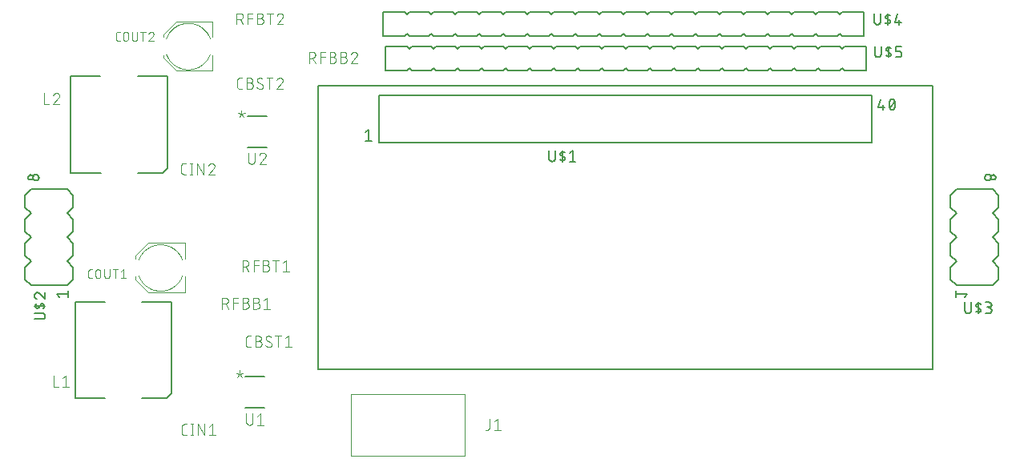
<source format=gbr>
G04 EAGLE Gerber RS-274X export*
G75*
%MOMM*%
%FSLAX34Y34*%
%LPD*%
%INSilkscreen Top*%
%IPPOS*%
%AMOC8*
5,1,8,0,0,1.08239X$1,22.5*%
G01*
%ADD10C,0.101600*%
%ADD11C,0.076200*%
%ADD12C,0.100000*%
%ADD13C,0.127000*%
%ADD14C,0.152400*%


D10*
X244182Y134058D02*
X241585Y134058D01*
X241486Y134060D01*
X241386Y134066D01*
X241287Y134075D01*
X241189Y134088D01*
X241091Y134105D01*
X240993Y134126D01*
X240897Y134151D01*
X240802Y134179D01*
X240708Y134211D01*
X240615Y134246D01*
X240523Y134285D01*
X240433Y134328D01*
X240345Y134373D01*
X240258Y134423D01*
X240174Y134475D01*
X240091Y134531D01*
X240011Y134589D01*
X239933Y134651D01*
X239858Y134716D01*
X239785Y134784D01*
X239715Y134854D01*
X239647Y134927D01*
X239582Y135002D01*
X239520Y135080D01*
X239462Y135160D01*
X239406Y135243D01*
X239354Y135327D01*
X239304Y135414D01*
X239259Y135502D01*
X239216Y135592D01*
X239177Y135684D01*
X239142Y135777D01*
X239110Y135871D01*
X239082Y135966D01*
X239057Y136062D01*
X239036Y136160D01*
X239019Y136258D01*
X239006Y136356D01*
X238997Y136455D01*
X238991Y136555D01*
X238989Y136654D01*
X238989Y143146D01*
X238991Y143245D01*
X238997Y143345D01*
X239006Y143444D01*
X239019Y143542D01*
X239036Y143640D01*
X239057Y143738D01*
X239082Y143834D01*
X239110Y143929D01*
X239142Y144023D01*
X239177Y144116D01*
X239216Y144208D01*
X239259Y144298D01*
X239304Y144386D01*
X239354Y144473D01*
X239406Y144557D01*
X239462Y144640D01*
X239520Y144720D01*
X239582Y144798D01*
X239647Y144873D01*
X239715Y144946D01*
X239785Y145016D01*
X239858Y145084D01*
X239933Y145149D01*
X240011Y145211D01*
X240091Y145269D01*
X240174Y145325D01*
X240258Y145377D01*
X240345Y145427D01*
X240433Y145472D01*
X240523Y145515D01*
X240615Y145554D01*
X240707Y145589D01*
X240802Y145621D01*
X240897Y145649D01*
X240993Y145674D01*
X241091Y145695D01*
X241189Y145712D01*
X241287Y145725D01*
X241386Y145734D01*
X241486Y145740D01*
X241585Y145742D01*
X244182Y145742D01*
X249097Y140549D02*
X252343Y140549D01*
X252343Y140550D02*
X252456Y140548D01*
X252569Y140542D01*
X252682Y140532D01*
X252795Y140518D01*
X252907Y140501D01*
X253018Y140479D01*
X253128Y140454D01*
X253238Y140424D01*
X253346Y140391D01*
X253453Y140354D01*
X253559Y140314D01*
X253663Y140269D01*
X253766Y140221D01*
X253867Y140170D01*
X253966Y140115D01*
X254063Y140057D01*
X254158Y139995D01*
X254251Y139930D01*
X254341Y139862D01*
X254429Y139791D01*
X254515Y139716D01*
X254598Y139639D01*
X254678Y139559D01*
X254755Y139476D01*
X254830Y139390D01*
X254901Y139302D01*
X254969Y139212D01*
X255034Y139119D01*
X255096Y139024D01*
X255154Y138927D01*
X255209Y138828D01*
X255260Y138727D01*
X255308Y138624D01*
X255353Y138520D01*
X255393Y138414D01*
X255430Y138307D01*
X255463Y138199D01*
X255493Y138089D01*
X255518Y137979D01*
X255540Y137868D01*
X255557Y137756D01*
X255571Y137643D01*
X255581Y137530D01*
X255587Y137417D01*
X255589Y137304D01*
X255587Y137191D01*
X255581Y137078D01*
X255571Y136965D01*
X255557Y136852D01*
X255540Y136740D01*
X255518Y136629D01*
X255493Y136519D01*
X255463Y136409D01*
X255430Y136301D01*
X255393Y136194D01*
X255353Y136088D01*
X255308Y135984D01*
X255260Y135881D01*
X255209Y135780D01*
X255154Y135681D01*
X255096Y135584D01*
X255034Y135489D01*
X254969Y135396D01*
X254901Y135306D01*
X254830Y135218D01*
X254755Y135132D01*
X254678Y135049D01*
X254598Y134969D01*
X254515Y134892D01*
X254429Y134817D01*
X254341Y134746D01*
X254251Y134678D01*
X254158Y134613D01*
X254063Y134551D01*
X253966Y134493D01*
X253867Y134438D01*
X253766Y134387D01*
X253663Y134339D01*
X253559Y134294D01*
X253453Y134254D01*
X253346Y134217D01*
X253238Y134184D01*
X253128Y134154D01*
X253018Y134129D01*
X252907Y134107D01*
X252795Y134090D01*
X252682Y134076D01*
X252569Y134066D01*
X252456Y134060D01*
X252343Y134058D01*
X249097Y134058D01*
X249097Y145742D01*
X252343Y145742D01*
X252444Y145740D01*
X252544Y145734D01*
X252644Y145724D01*
X252744Y145711D01*
X252843Y145693D01*
X252942Y145672D01*
X253039Y145647D01*
X253136Y145618D01*
X253231Y145585D01*
X253325Y145549D01*
X253417Y145509D01*
X253508Y145466D01*
X253597Y145419D01*
X253684Y145369D01*
X253770Y145315D01*
X253853Y145258D01*
X253933Y145198D01*
X254012Y145135D01*
X254088Y145068D01*
X254161Y144999D01*
X254231Y144927D01*
X254299Y144853D01*
X254364Y144776D01*
X254425Y144696D01*
X254484Y144614D01*
X254539Y144530D01*
X254591Y144444D01*
X254640Y144356D01*
X254685Y144266D01*
X254727Y144174D01*
X254765Y144081D01*
X254799Y143986D01*
X254830Y143891D01*
X254857Y143794D01*
X254880Y143696D01*
X254900Y143597D01*
X254915Y143497D01*
X254927Y143397D01*
X254935Y143297D01*
X254939Y143196D01*
X254939Y143096D01*
X254935Y142995D01*
X254927Y142895D01*
X254915Y142795D01*
X254900Y142695D01*
X254880Y142596D01*
X254857Y142498D01*
X254830Y142401D01*
X254799Y142306D01*
X254765Y142211D01*
X254727Y142118D01*
X254685Y142026D01*
X254640Y141936D01*
X254591Y141848D01*
X254539Y141762D01*
X254484Y141678D01*
X254425Y141596D01*
X254364Y141516D01*
X254299Y141439D01*
X254231Y141365D01*
X254161Y141293D01*
X254088Y141224D01*
X254012Y141157D01*
X253933Y141094D01*
X253853Y141034D01*
X253770Y140977D01*
X253684Y140923D01*
X253597Y140873D01*
X253508Y140826D01*
X253417Y140783D01*
X253325Y140743D01*
X253231Y140707D01*
X253136Y140674D01*
X253039Y140645D01*
X252942Y140620D01*
X252843Y140599D01*
X252744Y140581D01*
X252644Y140568D01*
X252544Y140558D01*
X252444Y140552D01*
X252343Y140550D01*
X263491Y134058D02*
X263590Y134060D01*
X263690Y134066D01*
X263789Y134075D01*
X263887Y134088D01*
X263985Y134105D01*
X264083Y134126D01*
X264179Y134151D01*
X264274Y134179D01*
X264368Y134211D01*
X264461Y134246D01*
X264553Y134285D01*
X264643Y134328D01*
X264731Y134373D01*
X264818Y134423D01*
X264902Y134475D01*
X264985Y134531D01*
X265065Y134589D01*
X265143Y134651D01*
X265218Y134716D01*
X265291Y134784D01*
X265361Y134854D01*
X265429Y134927D01*
X265494Y135002D01*
X265556Y135080D01*
X265614Y135160D01*
X265670Y135243D01*
X265722Y135327D01*
X265772Y135414D01*
X265817Y135502D01*
X265860Y135592D01*
X265899Y135684D01*
X265934Y135777D01*
X265966Y135871D01*
X265994Y135966D01*
X266019Y136062D01*
X266040Y136160D01*
X266057Y136258D01*
X266070Y136356D01*
X266079Y136455D01*
X266085Y136555D01*
X266087Y136654D01*
X263491Y134058D02*
X263347Y134060D01*
X263202Y134066D01*
X263058Y134075D01*
X262915Y134088D01*
X262771Y134105D01*
X262628Y134126D01*
X262486Y134151D01*
X262345Y134179D01*
X262204Y134211D01*
X262064Y134247D01*
X261925Y134286D01*
X261787Y134329D01*
X261651Y134376D01*
X261515Y134426D01*
X261381Y134480D01*
X261249Y134537D01*
X261118Y134598D01*
X260989Y134662D01*
X260861Y134730D01*
X260735Y134800D01*
X260611Y134875D01*
X260490Y134952D01*
X260370Y135033D01*
X260252Y135116D01*
X260137Y135203D01*
X260024Y135293D01*
X259913Y135386D01*
X259805Y135481D01*
X259699Y135580D01*
X259596Y135681D01*
X259921Y143146D02*
X259923Y143245D01*
X259929Y143345D01*
X259938Y143444D01*
X259951Y143542D01*
X259968Y143640D01*
X259989Y143738D01*
X260014Y143834D01*
X260042Y143929D01*
X260074Y144023D01*
X260109Y144116D01*
X260148Y144208D01*
X260191Y144298D01*
X260236Y144386D01*
X260286Y144473D01*
X260338Y144557D01*
X260394Y144640D01*
X260452Y144720D01*
X260514Y144798D01*
X260579Y144873D01*
X260647Y144946D01*
X260717Y145016D01*
X260790Y145084D01*
X260865Y145149D01*
X260943Y145211D01*
X261023Y145269D01*
X261106Y145325D01*
X261190Y145377D01*
X261277Y145427D01*
X261365Y145472D01*
X261455Y145515D01*
X261547Y145554D01*
X261640Y145589D01*
X261734Y145621D01*
X261829Y145649D01*
X261926Y145674D01*
X262023Y145695D01*
X262121Y145712D01*
X262219Y145725D01*
X262318Y145734D01*
X262418Y145740D01*
X262517Y145742D01*
X262653Y145740D01*
X262789Y145734D01*
X262925Y145725D01*
X263061Y145712D01*
X263196Y145694D01*
X263330Y145674D01*
X263464Y145649D01*
X263598Y145621D01*
X263730Y145588D01*
X263861Y145553D01*
X263992Y145513D01*
X264121Y145470D01*
X264249Y145424D01*
X264375Y145373D01*
X264501Y145320D01*
X264624Y145262D01*
X264746Y145202D01*
X264866Y145138D01*
X264985Y145070D01*
X265101Y145000D01*
X265215Y144926D01*
X265328Y144849D01*
X265438Y144768D01*
X261218Y140874D02*
X261132Y140927D01*
X261048Y140984D01*
X260966Y141043D01*
X260886Y141106D01*
X260809Y141172D01*
X260734Y141240D01*
X260662Y141312D01*
X260593Y141386D01*
X260527Y141463D01*
X260464Y141542D01*
X260404Y141624D01*
X260347Y141708D01*
X260293Y141794D01*
X260243Y141882D01*
X260196Y141972D01*
X260152Y142063D01*
X260113Y142157D01*
X260076Y142251D01*
X260044Y142347D01*
X260015Y142445D01*
X259990Y142543D01*
X259969Y142642D01*
X259951Y142742D01*
X259938Y142842D01*
X259928Y142943D01*
X259922Y143045D01*
X259920Y143146D01*
X264789Y138926D02*
X264875Y138873D01*
X264959Y138816D01*
X265041Y138757D01*
X265121Y138694D01*
X265198Y138628D01*
X265273Y138560D01*
X265345Y138488D01*
X265414Y138414D01*
X265480Y138337D01*
X265543Y138258D01*
X265603Y138176D01*
X265660Y138092D01*
X265714Y138006D01*
X265764Y137918D01*
X265811Y137828D01*
X265855Y137737D01*
X265894Y137643D01*
X265931Y137549D01*
X265963Y137453D01*
X265992Y137355D01*
X266017Y137257D01*
X266038Y137158D01*
X266056Y137058D01*
X266069Y136958D01*
X266079Y136857D01*
X266085Y136755D01*
X266087Y136654D01*
X264789Y138926D02*
X261219Y140874D01*
X273128Y145742D02*
X273128Y134058D01*
X269883Y145742D02*
X276374Y145742D01*
X280551Y143146D02*
X283796Y145742D01*
X283796Y134058D01*
X280551Y134058D02*
X287042Y134058D01*
X234982Y406858D02*
X232385Y406858D01*
X232286Y406860D01*
X232186Y406866D01*
X232087Y406875D01*
X231989Y406888D01*
X231891Y406905D01*
X231793Y406926D01*
X231697Y406951D01*
X231602Y406979D01*
X231508Y407011D01*
X231415Y407046D01*
X231323Y407085D01*
X231233Y407128D01*
X231145Y407173D01*
X231058Y407223D01*
X230974Y407275D01*
X230891Y407331D01*
X230811Y407389D01*
X230733Y407451D01*
X230658Y407516D01*
X230585Y407584D01*
X230515Y407654D01*
X230447Y407727D01*
X230382Y407802D01*
X230320Y407880D01*
X230262Y407960D01*
X230206Y408043D01*
X230154Y408127D01*
X230104Y408214D01*
X230059Y408302D01*
X230016Y408392D01*
X229977Y408484D01*
X229942Y408577D01*
X229910Y408671D01*
X229882Y408766D01*
X229857Y408862D01*
X229836Y408960D01*
X229819Y409058D01*
X229806Y409156D01*
X229797Y409255D01*
X229791Y409355D01*
X229789Y409454D01*
X229789Y415946D01*
X229791Y416045D01*
X229797Y416145D01*
X229806Y416244D01*
X229819Y416342D01*
X229836Y416440D01*
X229857Y416538D01*
X229882Y416634D01*
X229910Y416729D01*
X229942Y416823D01*
X229977Y416916D01*
X230016Y417008D01*
X230059Y417098D01*
X230104Y417186D01*
X230154Y417273D01*
X230206Y417357D01*
X230262Y417440D01*
X230320Y417520D01*
X230382Y417598D01*
X230447Y417673D01*
X230515Y417746D01*
X230585Y417816D01*
X230658Y417884D01*
X230733Y417949D01*
X230811Y418011D01*
X230891Y418069D01*
X230974Y418125D01*
X231058Y418177D01*
X231145Y418227D01*
X231233Y418272D01*
X231323Y418315D01*
X231415Y418354D01*
X231507Y418389D01*
X231602Y418421D01*
X231697Y418449D01*
X231793Y418474D01*
X231891Y418495D01*
X231989Y418512D01*
X232087Y418525D01*
X232186Y418534D01*
X232286Y418540D01*
X232385Y418542D01*
X234982Y418542D01*
X239897Y413349D02*
X243143Y413349D01*
X243143Y413350D02*
X243256Y413348D01*
X243369Y413342D01*
X243482Y413332D01*
X243595Y413318D01*
X243707Y413301D01*
X243818Y413279D01*
X243928Y413254D01*
X244038Y413224D01*
X244146Y413191D01*
X244253Y413154D01*
X244359Y413114D01*
X244463Y413069D01*
X244566Y413021D01*
X244667Y412970D01*
X244766Y412915D01*
X244863Y412857D01*
X244958Y412795D01*
X245051Y412730D01*
X245141Y412662D01*
X245229Y412591D01*
X245315Y412516D01*
X245398Y412439D01*
X245478Y412359D01*
X245555Y412276D01*
X245630Y412190D01*
X245701Y412102D01*
X245769Y412012D01*
X245834Y411919D01*
X245896Y411824D01*
X245954Y411727D01*
X246009Y411628D01*
X246060Y411527D01*
X246108Y411424D01*
X246153Y411320D01*
X246193Y411214D01*
X246230Y411107D01*
X246263Y410999D01*
X246293Y410889D01*
X246318Y410779D01*
X246340Y410668D01*
X246357Y410556D01*
X246371Y410443D01*
X246381Y410330D01*
X246387Y410217D01*
X246389Y410104D01*
X246387Y409991D01*
X246381Y409878D01*
X246371Y409765D01*
X246357Y409652D01*
X246340Y409540D01*
X246318Y409429D01*
X246293Y409319D01*
X246263Y409209D01*
X246230Y409101D01*
X246193Y408994D01*
X246153Y408888D01*
X246108Y408784D01*
X246060Y408681D01*
X246009Y408580D01*
X245954Y408481D01*
X245896Y408384D01*
X245834Y408289D01*
X245769Y408196D01*
X245701Y408106D01*
X245630Y408018D01*
X245555Y407932D01*
X245478Y407849D01*
X245398Y407769D01*
X245315Y407692D01*
X245229Y407617D01*
X245141Y407546D01*
X245051Y407478D01*
X244958Y407413D01*
X244863Y407351D01*
X244766Y407293D01*
X244667Y407238D01*
X244566Y407187D01*
X244463Y407139D01*
X244359Y407094D01*
X244253Y407054D01*
X244146Y407017D01*
X244038Y406984D01*
X243928Y406954D01*
X243818Y406929D01*
X243707Y406907D01*
X243595Y406890D01*
X243482Y406876D01*
X243369Y406866D01*
X243256Y406860D01*
X243143Y406858D01*
X239897Y406858D01*
X239897Y418542D01*
X243143Y418542D01*
X243244Y418540D01*
X243344Y418534D01*
X243444Y418524D01*
X243544Y418511D01*
X243643Y418493D01*
X243742Y418472D01*
X243839Y418447D01*
X243936Y418418D01*
X244031Y418385D01*
X244125Y418349D01*
X244217Y418309D01*
X244308Y418266D01*
X244397Y418219D01*
X244484Y418169D01*
X244570Y418115D01*
X244653Y418058D01*
X244733Y417998D01*
X244812Y417935D01*
X244888Y417868D01*
X244961Y417799D01*
X245031Y417727D01*
X245099Y417653D01*
X245164Y417576D01*
X245225Y417496D01*
X245284Y417414D01*
X245339Y417330D01*
X245391Y417244D01*
X245440Y417156D01*
X245485Y417066D01*
X245527Y416974D01*
X245565Y416881D01*
X245599Y416786D01*
X245630Y416691D01*
X245657Y416594D01*
X245680Y416496D01*
X245700Y416397D01*
X245715Y416297D01*
X245727Y416197D01*
X245735Y416097D01*
X245739Y415996D01*
X245739Y415896D01*
X245735Y415795D01*
X245727Y415695D01*
X245715Y415595D01*
X245700Y415495D01*
X245680Y415396D01*
X245657Y415298D01*
X245630Y415201D01*
X245599Y415106D01*
X245565Y415011D01*
X245527Y414918D01*
X245485Y414826D01*
X245440Y414736D01*
X245391Y414648D01*
X245339Y414562D01*
X245284Y414478D01*
X245225Y414396D01*
X245164Y414316D01*
X245099Y414239D01*
X245031Y414165D01*
X244961Y414093D01*
X244888Y414024D01*
X244812Y413957D01*
X244733Y413894D01*
X244653Y413834D01*
X244570Y413777D01*
X244484Y413723D01*
X244397Y413673D01*
X244308Y413626D01*
X244217Y413583D01*
X244125Y413543D01*
X244031Y413507D01*
X243936Y413474D01*
X243839Y413445D01*
X243742Y413420D01*
X243643Y413399D01*
X243544Y413381D01*
X243444Y413368D01*
X243344Y413358D01*
X243244Y413352D01*
X243143Y413350D01*
X254291Y406858D02*
X254390Y406860D01*
X254490Y406866D01*
X254589Y406875D01*
X254687Y406888D01*
X254785Y406905D01*
X254883Y406926D01*
X254979Y406951D01*
X255074Y406979D01*
X255168Y407011D01*
X255261Y407046D01*
X255353Y407085D01*
X255443Y407128D01*
X255531Y407173D01*
X255618Y407223D01*
X255702Y407275D01*
X255785Y407331D01*
X255865Y407389D01*
X255943Y407451D01*
X256018Y407516D01*
X256091Y407584D01*
X256161Y407654D01*
X256229Y407727D01*
X256294Y407802D01*
X256356Y407880D01*
X256414Y407960D01*
X256470Y408043D01*
X256522Y408127D01*
X256572Y408214D01*
X256617Y408302D01*
X256660Y408392D01*
X256699Y408484D01*
X256734Y408577D01*
X256766Y408671D01*
X256794Y408766D01*
X256819Y408862D01*
X256840Y408960D01*
X256857Y409058D01*
X256870Y409156D01*
X256879Y409255D01*
X256885Y409355D01*
X256887Y409454D01*
X254291Y406858D02*
X254147Y406860D01*
X254002Y406866D01*
X253858Y406875D01*
X253715Y406888D01*
X253571Y406905D01*
X253428Y406926D01*
X253286Y406951D01*
X253145Y406979D01*
X253004Y407011D01*
X252864Y407047D01*
X252725Y407086D01*
X252587Y407129D01*
X252451Y407176D01*
X252315Y407226D01*
X252181Y407280D01*
X252049Y407337D01*
X251918Y407398D01*
X251789Y407462D01*
X251661Y407530D01*
X251535Y407600D01*
X251411Y407675D01*
X251290Y407752D01*
X251170Y407833D01*
X251052Y407916D01*
X250937Y408003D01*
X250824Y408093D01*
X250713Y408186D01*
X250605Y408281D01*
X250499Y408380D01*
X250396Y408481D01*
X250721Y415946D02*
X250723Y416045D01*
X250729Y416145D01*
X250738Y416244D01*
X250751Y416342D01*
X250768Y416440D01*
X250789Y416538D01*
X250814Y416634D01*
X250842Y416729D01*
X250874Y416823D01*
X250909Y416916D01*
X250948Y417008D01*
X250991Y417098D01*
X251036Y417186D01*
X251086Y417273D01*
X251138Y417357D01*
X251194Y417440D01*
X251252Y417520D01*
X251314Y417598D01*
X251379Y417673D01*
X251447Y417746D01*
X251517Y417816D01*
X251590Y417884D01*
X251665Y417949D01*
X251743Y418011D01*
X251823Y418069D01*
X251906Y418125D01*
X251990Y418177D01*
X252077Y418227D01*
X252165Y418272D01*
X252255Y418315D01*
X252347Y418354D01*
X252440Y418389D01*
X252534Y418421D01*
X252629Y418449D01*
X252726Y418474D01*
X252823Y418495D01*
X252921Y418512D01*
X253019Y418525D01*
X253118Y418534D01*
X253218Y418540D01*
X253317Y418542D01*
X253453Y418540D01*
X253589Y418534D01*
X253725Y418525D01*
X253861Y418512D01*
X253996Y418494D01*
X254130Y418474D01*
X254264Y418449D01*
X254398Y418421D01*
X254530Y418388D01*
X254661Y418353D01*
X254792Y418313D01*
X254921Y418270D01*
X255049Y418224D01*
X255175Y418173D01*
X255301Y418120D01*
X255424Y418062D01*
X255546Y418002D01*
X255666Y417938D01*
X255785Y417870D01*
X255901Y417800D01*
X256015Y417726D01*
X256128Y417649D01*
X256238Y417568D01*
X252018Y413674D02*
X251932Y413727D01*
X251848Y413784D01*
X251766Y413843D01*
X251686Y413906D01*
X251609Y413972D01*
X251534Y414040D01*
X251462Y414112D01*
X251393Y414186D01*
X251327Y414263D01*
X251264Y414342D01*
X251204Y414424D01*
X251147Y414508D01*
X251093Y414594D01*
X251043Y414682D01*
X250996Y414772D01*
X250952Y414863D01*
X250913Y414957D01*
X250876Y415051D01*
X250844Y415147D01*
X250815Y415245D01*
X250790Y415343D01*
X250769Y415442D01*
X250751Y415542D01*
X250738Y415642D01*
X250728Y415743D01*
X250722Y415845D01*
X250720Y415946D01*
X255589Y411726D02*
X255675Y411673D01*
X255759Y411616D01*
X255841Y411557D01*
X255921Y411494D01*
X255998Y411428D01*
X256073Y411360D01*
X256145Y411288D01*
X256214Y411214D01*
X256280Y411137D01*
X256343Y411058D01*
X256403Y410976D01*
X256460Y410892D01*
X256514Y410806D01*
X256564Y410718D01*
X256611Y410628D01*
X256655Y410537D01*
X256694Y410443D01*
X256731Y410349D01*
X256763Y410253D01*
X256792Y410155D01*
X256817Y410057D01*
X256838Y409958D01*
X256856Y409858D01*
X256869Y409758D01*
X256879Y409657D01*
X256885Y409555D01*
X256887Y409454D01*
X255589Y411726D02*
X252019Y413674D01*
X263928Y418542D02*
X263928Y406858D01*
X260683Y418542D02*
X267174Y418542D01*
X274921Y418542D02*
X275028Y418540D01*
X275134Y418534D01*
X275240Y418524D01*
X275346Y418511D01*
X275452Y418493D01*
X275556Y418472D01*
X275660Y418447D01*
X275763Y418418D01*
X275864Y418386D01*
X275964Y418349D01*
X276063Y418309D01*
X276161Y418266D01*
X276257Y418219D01*
X276351Y418168D01*
X276443Y418114D01*
X276533Y418057D01*
X276621Y417997D01*
X276706Y417933D01*
X276789Y417866D01*
X276870Y417796D01*
X276948Y417724D01*
X277024Y417648D01*
X277096Y417570D01*
X277166Y417489D01*
X277233Y417406D01*
X277297Y417321D01*
X277357Y417233D01*
X277414Y417143D01*
X277468Y417051D01*
X277519Y416957D01*
X277566Y416861D01*
X277609Y416763D01*
X277649Y416664D01*
X277686Y416564D01*
X277718Y416463D01*
X277747Y416360D01*
X277772Y416256D01*
X277793Y416152D01*
X277811Y416046D01*
X277824Y415940D01*
X277834Y415834D01*
X277840Y415728D01*
X277842Y415621D01*
X274921Y418542D02*
X274800Y418540D01*
X274679Y418534D01*
X274559Y418524D01*
X274438Y418511D01*
X274319Y418493D01*
X274199Y418472D01*
X274081Y418447D01*
X273964Y418418D01*
X273847Y418385D01*
X273732Y418349D01*
X273618Y418308D01*
X273505Y418265D01*
X273393Y418217D01*
X273284Y418166D01*
X273176Y418111D01*
X273069Y418053D01*
X272965Y417992D01*
X272863Y417927D01*
X272763Y417859D01*
X272665Y417788D01*
X272569Y417714D01*
X272476Y417637D01*
X272386Y417556D01*
X272298Y417473D01*
X272213Y417387D01*
X272130Y417298D01*
X272051Y417207D01*
X271974Y417113D01*
X271901Y417017D01*
X271831Y416919D01*
X271764Y416818D01*
X271700Y416715D01*
X271640Y416610D01*
X271583Y416503D01*
X271529Y416395D01*
X271479Y416285D01*
X271433Y416173D01*
X271390Y416060D01*
X271351Y415945D01*
X276869Y413349D02*
X276948Y413426D01*
X277024Y413507D01*
X277097Y413590D01*
X277167Y413675D01*
X277234Y413763D01*
X277298Y413853D01*
X277358Y413945D01*
X277415Y414040D01*
X277469Y414136D01*
X277520Y414234D01*
X277567Y414334D01*
X277611Y414436D01*
X277651Y414539D01*
X277687Y414643D01*
X277719Y414749D01*
X277748Y414855D01*
X277773Y414963D01*
X277795Y415071D01*
X277812Y415181D01*
X277826Y415290D01*
X277835Y415400D01*
X277841Y415511D01*
X277843Y415621D01*
X276868Y413349D02*
X271351Y406858D01*
X277842Y406858D01*
X176551Y40858D02*
X173954Y40858D01*
X173855Y40860D01*
X173755Y40866D01*
X173656Y40875D01*
X173558Y40888D01*
X173460Y40905D01*
X173362Y40926D01*
X173266Y40951D01*
X173171Y40979D01*
X173077Y41011D01*
X172984Y41046D01*
X172892Y41085D01*
X172802Y41128D01*
X172714Y41173D01*
X172627Y41223D01*
X172543Y41275D01*
X172460Y41331D01*
X172380Y41389D01*
X172302Y41451D01*
X172227Y41516D01*
X172154Y41584D01*
X172084Y41654D01*
X172016Y41727D01*
X171951Y41802D01*
X171889Y41880D01*
X171831Y41960D01*
X171775Y42043D01*
X171723Y42127D01*
X171673Y42214D01*
X171628Y42302D01*
X171585Y42392D01*
X171546Y42484D01*
X171511Y42577D01*
X171479Y42671D01*
X171451Y42766D01*
X171426Y42862D01*
X171405Y42960D01*
X171388Y43058D01*
X171375Y43156D01*
X171366Y43255D01*
X171360Y43355D01*
X171358Y43454D01*
X171358Y49946D01*
X171360Y50045D01*
X171366Y50145D01*
X171375Y50244D01*
X171388Y50342D01*
X171405Y50440D01*
X171426Y50538D01*
X171451Y50634D01*
X171479Y50729D01*
X171511Y50823D01*
X171546Y50916D01*
X171585Y51008D01*
X171628Y51098D01*
X171673Y51186D01*
X171723Y51273D01*
X171775Y51357D01*
X171831Y51440D01*
X171889Y51520D01*
X171951Y51598D01*
X172016Y51673D01*
X172084Y51746D01*
X172154Y51816D01*
X172227Y51884D01*
X172302Y51949D01*
X172380Y52011D01*
X172460Y52069D01*
X172543Y52125D01*
X172627Y52177D01*
X172714Y52227D01*
X172802Y52272D01*
X172892Y52315D01*
X172984Y52354D01*
X173076Y52389D01*
X173171Y52421D01*
X173266Y52449D01*
X173362Y52474D01*
X173460Y52495D01*
X173558Y52512D01*
X173656Y52525D01*
X173755Y52534D01*
X173855Y52540D01*
X173954Y52542D01*
X176551Y52542D01*
X181876Y52542D02*
X181876Y40858D01*
X180578Y40858D02*
X183174Y40858D01*
X183174Y52542D02*
X180578Y52542D01*
X188155Y52542D02*
X188155Y40858D01*
X194646Y40858D02*
X188155Y52542D01*
X194646Y52542D02*
X194646Y40858D01*
X199966Y49946D02*
X203212Y52542D01*
X203212Y40858D01*
X206457Y40858D02*
X199966Y40858D01*
X175851Y316658D02*
X173254Y316658D01*
X173155Y316660D01*
X173055Y316666D01*
X172956Y316675D01*
X172858Y316688D01*
X172760Y316705D01*
X172662Y316726D01*
X172566Y316751D01*
X172471Y316779D01*
X172377Y316811D01*
X172284Y316846D01*
X172192Y316885D01*
X172102Y316928D01*
X172014Y316973D01*
X171927Y317023D01*
X171843Y317075D01*
X171760Y317131D01*
X171680Y317189D01*
X171602Y317251D01*
X171527Y317316D01*
X171454Y317384D01*
X171384Y317454D01*
X171316Y317527D01*
X171251Y317602D01*
X171189Y317680D01*
X171131Y317760D01*
X171075Y317843D01*
X171023Y317927D01*
X170973Y318014D01*
X170928Y318102D01*
X170885Y318192D01*
X170846Y318284D01*
X170811Y318377D01*
X170779Y318471D01*
X170751Y318566D01*
X170726Y318662D01*
X170705Y318760D01*
X170688Y318858D01*
X170675Y318956D01*
X170666Y319055D01*
X170660Y319155D01*
X170658Y319254D01*
X170658Y325746D01*
X170660Y325845D01*
X170666Y325945D01*
X170675Y326044D01*
X170688Y326142D01*
X170705Y326240D01*
X170726Y326338D01*
X170751Y326434D01*
X170779Y326529D01*
X170811Y326623D01*
X170846Y326716D01*
X170885Y326808D01*
X170928Y326898D01*
X170973Y326986D01*
X171023Y327073D01*
X171075Y327157D01*
X171131Y327240D01*
X171189Y327320D01*
X171251Y327398D01*
X171316Y327473D01*
X171384Y327546D01*
X171454Y327616D01*
X171527Y327684D01*
X171602Y327749D01*
X171680Y327811D01*
X171760Y327869D01*
X171843Y327925D01*
X171927Y327977D01*
X172014Y328027D01*
X172102Y328072D01*
X172192Y328115D01*
X172284Y328154D01*
X172376Y328189D01*
X172471Y328221D01*
X172566Y328249D01*
X172662Y328274D01*
X172760Y328295D01*
X172858Y328312D01*
X172956Y328325D01*
X173055Y328334D01*
X173155Y328340D01*
X173254Y328342D01*
X175851Y328342D01*
X181176Y328342D02*
X181176Y316658D01*
X179878Y316658D02*
X182474Y316658D01*
X182474Y328342D02*
X179878Y328342D01*
X187455Y328342D02*
X187455Y316658D01*
X193946Y316658D02*
X187455Y328342D01*
X193946Y328342D02*
X193946Y316658D01*
X202836Y328342D02*
X202943Y328340D01*
X203049Y328334D01*
X203155Y328324D01*
X203261Y328311D01*
X203367Y328293D01*
X203471Y328272D01*
X203575Y328247D01*
X203678Y328218D01*
X203779Y328186D01*
X203879Y328149D01*
X203978Y328109D01*
X204076Y328066D01*
X204172Y328019D01*
X204266Y327968D01*
X204358Y327914D01*
X204448Y327857D01*
X204536Y327797D01*
X204621Y327733D01*
X204704Y327666D01*
X204785Y327596D01*
X204863Y327524D01*
X204939Y327448D01*
X205011Y327370D01*
X205081Y327289D01*
X205148Y327206D01*
X205212Y327121D01*
X205272Y327033D01*
X205329Y326943D01*
X205383Y326851D01*
X205434Y326757D01*
X205481Y326661D01*
X205524Y326563D01*
X205564Y326464D01*
X205601Y326364D01*
X205633Y326263D01*
X205662Y326160D01*
X205687Y326056D01*
X205708Y325952D01*
X205726Y325846D01*
X205739Y325740D01*
X205749Y325634D01*
X205755Y325528D01*
X205757Y325421D01*
X202836Y328342D02*
X202715Y328340D01*
X202594Y328334D01*
X202474Y328324D01*
X202353Y328311D01*
X202234Y328293D01*
X202114Y328272D01*
X201996Y328247D01*
X201879Y328218D01*
X201762Y328185D01*
X201647Y328149D01*
X201533Y328108D01*
X201420Y328065D01*
X201308Y328017D01*
X201199Y327966D01*
X201091Y327911D01*
X200984Y327853D01*
X200880Y327792D01*
X200778Y327727D01*
X200678Y327659D01*
X200580Y327588D01*
X200484Y327514D01*
X200391Y327437D01*
X200301Y327356D01*
X200213Y327273D01*
X200128Y327187D01*
X200045Y327098D01*
X199966Y327007D01*
X199889Y326913D01*
X199816Y326817D01*
X199746Y326719D01*
X199679Y326618D01*
X199615Y326515D01*
X199555Y326410D01*
X199498Y326303D01*
X199444Y326195D01*
X199394Y326085D01*
X199348Y325973D01*
X199305Y325860D01*
X199266Y325745D01*
X204784Y323149D02*
X204863Y323226D01*
X204939Y323307D01*
X205012Y323390D01*
X205082Y323475D01*
X205149Y323563D01*
X205213Y323653D01*
X205273Y323745D01*
X205330Y323840D01*
X205384Y323936D01*
X205435Y324034D01*
X205482Y324134D01*
X205526Y324236D01*
X205566Y324339D01*
X205602Y324443D01*
X205634Y324549D01*
X205663Y324655D01*
X205688Y324763D01*
X205710Y324871D01*
X205727Y324981D01*
X205741Y325090D01*
X205750Y325200D01*
X205756Y325311D01*
X205758Y325421D01*
X204784Y323149D02*
X199266Y316658D01*
X205757Y316658D01*
X174500Y208500D02*
X174500Y192000D01*
X136000Y192000D01*
X122500Y205500D01*
X122500Y208500D01*
X122500Y227500D02*
X122500Y230500D01*
X136000Y244000D01*
X174500Y244000D01*
X174500Y227500D01*
X171500Y209500D02*
X171286Y208943D01*
X171059Y208391D01*
X170818Y207845D01*
X170565Y207305D01*
X170298Y206771D01*
X170018Y206244D01*
X169726Y205724D01*
X169421Y205211D01*
X169103Y204706D01*
X168774Y204208D01*
X168432Y203719D01*
X168079Y203238D01*
X167714Y202766D01*
X167337Y202303D01*
X166950Y201850D01*
X166551Y201405D01*
X166142Y200971D01*
X165723Y200547D01*
X165293Y200133D01*
X164853Y199730D01*
X164404Y199337D01*
X163945Y198956D01*
X163477Y198585D01*
X163000Y198227D01*
X162515Y197880D01*
X162021Y197545D01*
X161519Y197222D01*
X161010Y196911D01*
X160493Y196613D01*
X159969Y196327D01*
X159438Y196055D01*
X158901Y195795D01*
X158357Y195549D01*
X157808Y195315D01*
X157253Y195096D01*
X156693Y194889D01*
X156129Y194697D01*
X155559Y194518D01*
X154986Y194353D01*
X154408Y194203D01*
X153828Y194066D01*
X153244Y193943D01*
X152657Y193835D01*
X152068Y193741D01*
X151476Y193661D01*
X150883Y193596D01*
X150289Y193545D01*
X149693Y193509D01*
X149097Y193487D01*
X148500Y193480D01*
X147903Y193487D01*
X147307Y193509D01*
X146711Y193545D01*
X146117Y193596D01*
X145524Y193661D01*
X144932Y193741D01*
X144343Y193835D01*
X143756Y193943D01*
X143172Y194066D01*
X142592Y194203D01*
X142014Y194353D01*
X141441Y194518D01*
X140871Y194697D01*
X140307Y194889D01*
X139747Y195096D01*
X139192Y195315D01*
X138643Y195549D01*
X138099Y195795D01*
X137562Y196055D01*
X137031Y196327D01*
X136507Y196613D01*
X135990Y196911D01*
X135481Y197222D01*
X134979Y197545D01*
X134485Y197880D01*
X134000Y198227D01*
X133523Y198585D01*
X133055Y198956D01*
X132596Y199337D01*
X132147Y199730D01*
X131707Y200133D01*
X131277Y200547D01*
X130858Y200971D01*
X130449Y201405D01*
X130050Y201850D01*
X129663Y202303D01*
X129286Y202766D01*
X128921Y203238D01*
X128568Y203719D01*
X128226Y204208D01*
X127897Y204706D01*
X127579Y205211D01*
X127274Y205724D01*
X126982Y206244D01*
X126702Y206771D01*
X126435Y207305D01*
X126182Y207845D01*
X125941Y208391D01*
X125714Y208943D01*
X125500Y209500D01*
X125500Y226500D02*
X125714Y227057D01*
X125941Y227609D01*
X126182Y228155D01*
X126435Y228695D01*
X126702Y229229D01*
X126982Y229756D01*
X127274Y230276D01*
X127579Y230789D01*
X127897Y231294D01*
X128226Y231792D01*
X128568Y232281D01*
X128921Y232762D01*
X129286Y233234D01*
X129663Y233697D01*
X130050Y234150D01*
X130449Y234595D01*
X130858Y235029D01*
X131277Y235453D01*
X131707Y235867D01*
X132147Y236270D01*
X132596Y236663D01*
X133055Y237044D01*
X133523Y237415D01*
X134000Y237773D01*
X134485Y238120D01*
X134979Y238455D01*
X135481Y238778D01*
X135990Y239089D01*
X136507Y239387D01*
X137031Y239673D01*
X137562Y239945D01*
X138099Y240205D01*
X138643Y240451D01*
X139192Y240685D01*
X139747Y240904D01*
X140307Y241111D01*
X140871Y241303D01*
X141441Y241482D01*
X142014Y241647D01*
X142592Y241797D01*
X143172Y241934D01*
X143756Y242057D01*
X144343Y242165D01*
X144932Y242259D01*
X145524Y242339D01*
X146117Y242404D01*
X146711Y242455D01*
X147307Y242491D01*
X147903Y242513D01*
X148500Y242520D01*
X149097Y242513D01*
X149693Y242491D01*
X150289Y242455D01*
X150883Y242404D01*
X151476Y242339D01*
X152068Y242259D01*
X152657Y242165D01*
X153244Y242057D01*
X153828Y241934D01*
X154408Y241797D01*
X154986Y241647D01*
X155559Y241482D01*
X156129Y241303D01*
X156693Y241111D01*
X157253Y240904D01*
X157808Y240685D01*
X158357Y240451D01*
X158901Y240205D01*
X159438Y239945D01*
X159969Y239673D01*
X160493Y239387D01*
X161010Y239089D01*
X161519Y238778D01*
X162021Y238455D01*
X162515Y238120D01*
X163000Y237773D01*
X163477Y237415D01*
X163945Y237044D01*
X164404Y236663D01*
X164853Y236270D01*
X165293Y235867D01*
X165723Y235453D01*
X166142Y235029D01*
X166551Y234595D01*
X166950Y234150D01*
X167337Y233697D01*
X167714Y233234D01*
X168079Y232762D01*
X168432Y232281D01*
X168774Y231792D01*
X169103Y231294D01*
X169421Y230789D01*
X169726Y230276D01*
X170018Y229756D01*
X170298Y229229D01*
X170565Y228695D01*
X170818Y228155D01*
X171059Y227609D01*
X171286Y227057D01*
X171500Y226500D01*
D11*
X76607Y206721D02*
X74518Y206721D01*
X74429Y206723D01*
X74341Y206729D01*
X74253Y206738D01*
X74165Y206751D01*
X74078Y206768D01*
X73992Y206788D01*
X73907Y206813D01*
X73822Y206840D01*
X73739Y206872D01*
X73658Y206906D01*
X73578Y206945D01*
X73500Y206986D01*
X73423Y207031D01*
X73349Y207079D01*
X73276Y207130D01*
X73206Y207184D01*
X73139Y207242D01*
X73073Y207302D01*
X73011Y207364D01*
X72951Y207430D01*
X72893Y207497D01*
X72839Y207567D01*
X72788Y207640D01*
X72740Y207714D01*
X72695Y207791D01*
X72654Y207869D01*
X72615Y207949D01*
X72581Y208030D01*
X72549Y208113D01*
X72522Y208198D01*
X72497Y208283D01*
X72477Y208369D01*
X72460Y208456D01*
X72447Y208544D01*
X72438Y208632D01*
X72432Y208720D01*
X72430Y208809D01*
X72430Y214031D01*
X72432Y214122D01*
X72438Y214213D01*
X72448Y214304D01*
X72462Y214394D01*
X72479Y214483D01*
X72501Y214571D01*
X72527Y214659D01*
X72556Y214745D01*
X72589Y214830D01*
X72626Y214913D01*
X72666Y214995D01*
X72710Y215075D01*
X72757Y215153D01*
X72808Y215229D01*
X72861Y215302D01*
X72918Y215373D01*
X72979Y215442D01*
X73042Y215507D01*
X73107Y215570D01*
X73176Y215630D01*
X73247Y215688D01*
X73320Y215741D01*
X73396Y215792D01*
X73474Y215839D01*
X73554Y215883D01*
X73636Y215923D01*
X73719Y215960D01*
X73804Y215993D01*
X73890Y216022D01*
X73978Y216048D01*
X74066Y216070D01*
X74155Y216087D01*
X74245Y216101D01*
X74336Y216111D01*
X74427Y216117D01*
X74518Y216119D01*
X76607Y216119D01*
X80076Y213508D02*
X80076Y209332D01*
X80075Y213508D02*
X80077Y213609D01*
X80083Y213710D01*
X80093Y213811D01*
X80106Y213911D01*
X80124Y214011D01*
X80145Y214110D01*
X80171Y214208D01*
X80200Y214305D01*
X80232Y214401D01*
X80269Y214495D01*
X80309Y214588D01*
X80353Y214680D01*
X80400Y214769D01*
X80451Y214857D01*
X80505Y214943D01*
X80562Y215026D01*
X80622Y215108D01*
X80686Y215186D01*
X80752Y215263D01*
X80822Y215336D01*
X80894Y215407D01*
X80969Y215475D01*
X81047Y215540D01*
X81127Y215602D01*
X81209Y215661D01*
X81294Y215717D01*
X81381Y215769D01*
X81469Y215818D01*
X81560Y215864D01*
X81652Y215905D01*
X81746Y215944D01*
X81841Y215978D01*
X81937Y216009D01*
X82035Y216036D01*
X82133Y216060D01*
X82233Y216079D01*
X82333Y216095D01*
X82433Y216107D01*
X82534Y216115D01*
X82635Y216119D01*
X82737Y216119D01*
X82838Y216115D01*
X82939Y216107D01*
X83039Y216095D01*
X83139Y216079D01*
X83239Y216060D01*
X83337Y216036D01*
X83435Y216009D01*
X83531Y215978D01*
X83626Y215944D01*
X83720Y215905D01*
X83812Y215864D01*
X83903Y215818D01*
X83992Y215769D01*
X84078Y215717D01*
X84163Y215661D01*
X84245Y215602D01*
X84325Y215540D01*
X84403Y215475D01*
X84478Y215407D01*
X84550Y215336D01*
X84620Y215263D01*
X84686Y215186D01*
X84750Y215108D01*
X84810Y215026D01*
X84867Y214943D01*
X84921Y214857D01*
X84972Y214769D01*
X85019Y214680D01*
X85063Y214588D01*
X85103Y214495D01*
X85140Y214401D01*
X85172Y214305D01*
X85201Y214208D01*
X85227Y214110D01*
X85248Y214011D01*
X85266Y213911D01*
X85279Y213811D01*
X85289Y213710D01*
X85295Y213609D01*
X85297Y213508D01*
X85297Y209332D01*
X85295Y209231D01*
X85289Y209130D01*
X85279Y209029D01*
X85266Y208929D01*
X85248Y208829D01*
X85227Y208730D01*
X85201Y208632D01*
X85172Y208535D01*
X85140Y208439D01*
X85103Y208345D01*
X85063Y208252D01*
X85019Y208160D01*
X84972Y208071D01*
X84921Y207983D01*
X84867Y207897D01*
X84810Y207814D01*
X84750Y207732D01*
X84686Y207654D01*
X84620Y207577D01*
X84550Y207504D01*
X84478Y207433D01*
X84403Y207365D01*
X84325Y207300D01*
X84245Y207238D01*
X84163Y207179D01*
X84078Y207123D01*
X83991Y207071D01*
X83903Y207022D01*
X83812Y206976D01*
X83720Y206935D01*
X83626Y206896D01*
X83531Y206862D01*
X83435Y206831D01*
X83337Y206804D01*
X83239Y206780D01*
X83139Y206761D01*
X83039Y206745D01*
X82939Y206733D01*
X82838Y206725D01*
X82737Y206721D01*
X82635Y206721D01*
X82534Y206725D01*
X82433Y206733D01*
X82333Y206745D01*
X82233Y206761D01*
X82133Y206780D01*
X82035Y206804D01*
X81937Y206831D01*
X81841Y206862D01*
X81746Y206896D01*
X81652Y206935D01*
X81560Y206976D01*
X81469Y207022D01*
X81381Y207071D01*
X81294Y207123D01*
X81209Y207179D01*
X81127Y207238D01*
X81047Y207300D01*
X80969Y207365D01*
X80894Y207433D01*
X80822Y207504D01*
X80752Y207577D01*
X80686Y207654D01*
X80622Y207732D01*
X80562Y207814D01*
X80505Y207897D01*
X80451Y207983D01*
X80400Y208071D01*
X80353Y208160D01*
X80309Y208252D01*
X80269Y208345D01*
X80232Y208439D01*
X80200Y208535D01*
X80171Y208632D01*
X80145Y208730D01*
X80124Y208829D01*
X80106Y208929D01*
X80093Y209029D01*
X80083Y209130D01*
X80077Y209231D01*
X80075Y209332D01*
X89524Y209332D02*
X89524Y216119D01*
X89524Y209332D02*
X89526Y209231D01*
X89532Y209130D01*
X89542Y209029D01*
X89555Y208929D01*
X89573Y208829D01*
X89594Y208730D01*
X89620Y208632D01*
X89649Y208535D01*
X89681Y208439D01*
X89718Y208345D01*
X89758Y208252D01*
X89802Y208160D01*
X89849Y208071D01*
X89900Y207983D01*
X89954Y207897D01*
X90011Y207814D01*
X90071Y207732D01*
X90135Y207654D01*
X90201Y207577D01*
X90271Y207504D01*
X90343Y207433D01*
X90418Y207365D01*
X90496Y207300D01*
X90576Y207238D01*
X90658Y207179D01*
X90743Y207123D01*
X90830Y207071D01*
X90918Y207022D01*
X91009Y206976D01*
X91101Y206935D01*
X91195Y206896D01*
X91290Y206862D01*
X91386Y206831D01*
X91484Y206804D01*
X91582Y206780D01*
X91682Y206761D01*
X91782Y206745D01*
X91882Y206733D01*
X91983Y206725D01*
X92084Y206721D01*
X92186Y206721D01*
X92287Y206725D01*
X92388Y206733D01*
X92488Y206745D01*
X92588Y206761D01*
X92688Y206780D01*
X92786Y206804D01*
X92884Y206831D01*
X92980Y206862D01*
X93075Y206896D01*
X93169Y206935D01*
X93261Y206976D01*
X93352Y207022D01*
X93440Y207071D01*
X93527Y207123D01*
X93612Y207179D01*
X93694Y207238D01*
X93774Y207300D01*
X93852Y207365D01*
X93927Y207433D01*
X93999Y207504D01*
X94069Y207577D01*
X94135Y207654D01*
X94199Y207732D01*
X94259Y207814D01*
X94316Y207897D01*
X94370Y207983D01*
X94421Y208071D01*
X94468Y208160D01*
X94512Y208252D01*
X94552Y208345D01*
X94589Y208439D01*
X94621Y208535D01*
X94650Y208632D01*
X94676Y208730D01*
X94697Y208829D01*
X94715Y208929D01*
X94728Y209029D01*
X94738Y209130D01*
X94744Y209231D01*
X94746Y209332D01*
X94745Y209332D02*
X94745Y216119D01*
X100974Y216119D02*
X100974Y206721D01*
X98364Y216119D02*
X103585Y216119D01*
X106898Y214031D02*
X109508Y216119D01*
X109508Y206721D01*
X106898Y206721D02*
X112119Y206721D01*
D10*
X203700Y426000D02*
X203700Y442500D01*
X203700Y426000D02*
X165200Y426000D01*
X151700Y439500D01*
X151700Y442500D01*
X151700Y461500D02*
X151700Y464500D01*
X165200Y478000D01*
X203700Y478000D01*
X203700Y461500D01*
X200700Y443500D02*
X200486Y442943D01*
X200259Y442391D01*
X200018Y441845D01*
X199765Y441305D01*
X199498Y440771D01*
X199218Y440244D01*
X198926Y439724D01*
X198621Y439211D01*
X198303Y438706D01*
X197974Y438208D01*
X197632Y437719D01*
X197279Y437238D01*
X196914Y436766D01*
X196537Y436303D01*
X196150Y435850D01*
X195751Y435405D01*
X195342Y434971D01*
X194923Y434547D01*
X194493Y434133D01*
X194053Y433730D01*
X193604Y433337D01*
X193145Y432956D01*
X192677Y432585D01*
X192200Y432227D01*
X191715Y431880D01*
X191221Y431545D01*
X190719Y431222D01*
X190210Y430911D01*
X189693Y430613D01*
X189169Y430327D01*
X188638Y430055D01*
X188101Y429795D01*
X187557Y429549D01*
X187008Y429315D01*
X186453Y429096D01*
X185893Y428889D01*
X185329Y428697D01*
X184759Y428518D01*
X184186Y428353D01*
X183608Y428203D01*
X183028Y428066D01*
X182444Y427943D01*
X181857Y427835D01*
X181268Y427741D01*
X180676Y427661D01*
X180083Y427596D01*
X179489Y427545D01*
X178893Y427509D01*
X178297Y427487D01*
X177700Y427480D01*
X177103Y427487D01*
X176507Y427509D01*
X175911Y427545D01*
X175317Y427596D01*
X174724Y427661D01*
X174132Y427741D01*
X173543Y427835D01*
X172956Y427943D01*
X172372Y428066D01*
X171792Y428203D01*
X171214Y428353D01*
X170641Y428518D01*
X170071Y428697D01*
X169507Y428889D01*
X168947Y429096D01*
X168392Y429315D01*
X167843Y429549D01*
X167299Y429795D01*
X166762Y430055D01*
X166231Y430327D01*
X165707Y430613D01*
X165190Y430911D01*
X164681Y431222D01*
X164179Y431545D01*
X163685Y431880D01*
X163200Y432227D01*
X162723Y432585D01*
X162255Y432956D01*
X161796Y433337D01*
X161347Y433730D01*
X160907Y434133D01*
X160477Y434547D01*
X160058Y434971D01*
X159649Y435405D01*
X159250Y435850D01*
X158863Y436303D01*
X158486Y436766D01*
X158121Y437238D01*
X157768Y437719D01*
X157426Y438208D01*
X157097Y438706D01*
X156779Y439211D01*
X156474Y439724D01*
X156182Y440244D01*
X155902Y440771D01*
X155635Y441305D01*
X155382Y441845D01*
X155141Y442391D01*
X154914Y442943D01*
X154700Y443500D01*
X154700Y460500D02*
X154914Y461057D01*
X155141Y461609D01*
X155382Y462155D01*
X155635Y462695D01*
X155902Y463229D01*
X156182Y463756D01*
X156474Y464276D01*
X156779Y464789D01*
X157097Y465294D01*
X157426Y465792D01*
X157768Y466281D01*
X158121Y466762D01*
X158486Y467234D01*
X158863Y467697D01*
X159250Y468150D01*
X159649Y468595D01*
X160058Y469029D01*
X160477Y469453D01*
X160907Y469867D01*
X161347Y470270D01*
X161796Y470663D01*
X162255Y471044D01*
X162723Y471415D01*
X163200Y471773D01*
X163685Y472120D01*
X164179Y472455D01*
X164681Y472778D01*
X165190Y473089D01*
X165707Y473387D01*
X166231Y473673D01*
X166762Y473945D01*
X167299Y474205D01*
X167843Y474451D01*
X168392Y474685D01*
X168947Y474904D01*
X169507Y475111D01*
X170071Y475303D01*
X170641Y475482D01*
X171214Y475647D01*
X171792Y475797D01*
X172372Y475934D01*
X172956Y476057D01*
X173543Y476165D01*
X174132Y476259D01*
X174724Y476339D01*
X175317Y476404D01*
X175911Y476455D01*
X176507Y476491D01*
X177103Y476513D01*
X177700Y476520D01*
X178297Y476513D01*
X178893Y476491D01*
X179489Y476455D01*
X180083Y476404D01*
X180676Y476339D01*
X181268Y476259D01*
X181857Y476165D01*
X182444Y476057D01*
X183028Y475934D01*
X183608Y475797D01*
X184186Y475647D01*
X184759Y475482D01*
X185329Y475303D01*
X185893Y475111D01*
X186453Y474904D01*
X187008Y474685D01*
X187557Y474451D01*
X188101Y474205D01*
X188638Y473945D01*
X189169Y473673D01*
X189693Y473387D01*
X190210Y473089D01*
X190719Y472778D01*
X191221Y472455D01*
X191715Y472120D01*
X192200Y471773D01*
X192677Y471415D01*
X193145Y471044D01*
X193604Y470663D01*
X194053Y470270D01*
X194493Y469867D01*
X194923Y469453D01*
X195342Y469029D01*
X195751Y468595D01*
X196150Y468150D01*
X196537Y467697D01*
X196914Y467234D01*
X197279Y466762D01*
X197632Y466281D01*
X197974Y465792D01*
X198303Y465294D01*
X198621Y464789D01*
X198926Y464276D01*
X199218Y463756D01*
X199498Y463229D01*
X199765Y462695D01*
X200018Y462155D01*
X200259Y461609D01*
X200486Y461057D01*
X200700Y460500D01*
D11*
X105807Y457721D02*
X103718Y457721D01*
X103629Y457723D01*
X103541Y457729D01*
X103453Y457738D01*
X103365Y457751D01*
X103278Y457768D01*
X103192Y457788D01*
X103107Y457813D01*
X103022Y457840D01*
X102939Y457872D01*
X102858Y457906D01*
X102778Y457945D01*
X102700Y457986D01*
X102623Y458031D01*
X102549Y458079D01*
X102476Y458130D01*
X102406Y458184D01*
X102339Y458242D01*
X102273Y458302D01*
X102211Y458364D01*
X102151Y458430D01*
X102093Y458497D01*
X102039Y458567D01*
X101988Y458640D01*
X101940Y458714D01*
X101895Y458791D01*
X101854Y458869D01*
X101815Y458949D01*
X101781Y459030D01*
X101749Y459113D01*
X101722Y459198D01*
X101697Y459283D01*
X101677Y459369D01*
X101660Y459456D01*
X101647Y459544D01*
X101638Y459632D01*
X101632Y459720D01*
X101630Y459809D01*
X101630Y465031D01*
X101632Y465122D01*
X101638Y465213D01*
X101648Y465304D01*
X101662Y465394D01*
X101679Y465483D01*
X101701Y465571D01*
X101727Y465659D01*
X101756Y465745D01*
X101789Y465830D01*
X101826Y465913D01*
X101866Y465995D01*
X101910Y466075D01*
X101957Y466153D01*
X102008Y466229D01*
X102061Y466302D01*
X102118Y466373D01*
X102179Y466442D01*
X102242Y466507D01*
X102307Y466570D01*
X102376Y466630D01*
X102447Y466688D01*
X102520Y466741D01*
X102596Y466792D01*
X102674Y466839D01*
X102754Y466883D01*
X102836Y466923D01*
X102919Y466960D01*
X103004Y466993D01*
X103090Y467022D01*
X103178Y467048D01*
X103266Y467070D01*
X103355Y467087D01*
X103445Y467101D01*
X103536Y467111D01*
X103627Y467117D01*
X103718Y467119D01*
X105807Y467119D01*
X109276Y464508D02*
X109276Y460332D01*
X109275Y464508D02*
X109277Y464609D01*
X109283Y464710D01*
X109293Y464811D01*
X109306Y464911D01*
X109324Y465011D01*
X109345Y465110D01*
X109371Y465208D01*
X109400Y465305D01*
X109432Y465401D01*
X109469Y465495D01*
X109509Y465588D01*
X109553Y465680D01*
X109600Y465769D01*
X109651Y465857D01*
X109705Y465943D01*
X109762Y466026D01*
X109822Y466108D01*
X109886Y466186D01*
X109952Y466263D01*
X110022Y466336D01*
X110094Y466407D01*
X110169Y466475D01*
X110247Y466540D01*
X110327Y466602D01*
X110409Y466661D01*
X110494Y466717D01*
X110581Y466769D01*
X110669Y466818D01*
X110760Y466864D01*
X110852Y466905D01*
X110946Y466944D01*
X111041Y466978D01*
X111137Y467009D01*
X111235Y467036D01*
X111333Y467060D01*
X111433Y467079D01*
X111533Y467095D01*
X111633Y467107D01*
X111734Y467115D01*
X111835Y467119D01*
X111937Y467119D01*
X112038Y467115D01*
X112139Y467107D01*
X112239Y467095D01*
X112339Y467079D01*
X112439Y467060D01*
X112537Y467036D01*
X112635Y467009D01*
X112731Y466978D01*
X112826Y466944D01*
X112920Y466905D01*
X113012Y466864D01*
X113103Y466818D01*
X113192Y466769D01*
X113278Y466717D01*
X113363Y466661D01*
X113445Y466602D01*
X113525Y466540D01*
X113603Y466475D01*
X113678Y466407D01*
X113750Y466336D01*
X113820Y466263D01*
X113886Y466186D01*
X113950Y466108D01*
X114010Y466026D01*
X114067Y465943D01*
X114121Y465857D01*
X114172Y465769D01*
X114219Y465680D01*
X114263Y465588D01*
X114303Y465495D01*
X114340Y465401D01*
X114372Y465305D01*
X114401Y465208D01*
X114427Y465110D01*
X114448Y465011D01*
X114466Y464911D01*
X114479Y464811D01*
X114489Y464710D01*
X114495Y464609D01*
X114497Y464508D01*
X114497Y460332D01*
X114495Y460231D01*
X114489Y460130D01*
X114479Y460029D01*
X114466Y459929D01*
X114448Y459829D01*
X114427Y459730D01*
X114401Y459632D01*
X114372Y459535D01*
X114340Y459439D01*
X114303Y459345D01*
X114263Y459252D01*
X114219Y459160D01*
X114172Y459071D01*
X114121Y458983D01*
X114067Y458897D01*
X114010Y458814D01*
X113950Y458732D01*
X113886Y458654D01*
X113820Y458577D01*
X113750Y458504D01*
X113678Y458433D01*
X113603Y458365D01*
X113525Y458300D01*
X113445Y458238D01*
X113363Y458179D01*
X113278Y458123D01*
X113191Y458071D01*
X113103Y458022D01*
X113012Y457976D01*
X112920Y457935D01*
X112826Y457896D01*
X112731Y457862D01*
X112635Y457831D01*
X112537Y457804D01*
X112439Y457780D01*
X112339Y457761D01*
X112239Y457745D01*
X112139Y457733D01*
X112038Y457725D01*
X111937Y457721D01*
X111835Y457721D01*
X111734Y457725D01*
X111633Y457733D01*
X111533Y457745D01*
X111433Y457761D01*
X111333Y457780D01*
X111235Y457804D01*
X111137Y457831D01*
X111041Y457862D01*
X110946Y457896D01*
X110852Y457935D01*
X110760Y457976D01*
X110669Y458022D01*
X110581Y458071D01*
X110494Y458123D01*
X110409Y458179D01*
X110327Y458238D01*
X110247Y458300D01*
X110169Y458365D01*
X110094Y458433D01*
X110022Y458504D01*
X109952Y458577D01*
X109886Y458654D01*
X109822Y458732D01*
X109762Y458814D01*
X109705Y458897D01*
X109651Y458983D01*
X109600Y459071D01*
X109553Y459160D01*
X109509Y459252D01*
X109469Y459345D01*
X109432Y459439D01*
X109400Y459535D01*
X109371Y459632D01*
X109345Y459730D01*
X109324Y459829D01*
X109306Y459929D01*
X109293Y460029D01*
X109283Y460130D01*
X109277Y460231D01*
X109275Y460332D01*
X118724Y460332D02*
X118724Y467119D01*
X118724Y460332D02*
X118726Y460231D01*
X118732Y460130D01*
X118742Y460029D01*
X118755Y459929D01*
X118773Y459829D01*
X118794Y459730D01*
X118820Y459632D01*
X118849Y459535D01*
X118881Y459439D01*
X118918Y459345D01*
X118958Y459252D01*
X119002Y459160D01*
X119049Y459071D01*
X119100Y458983D01*
X119154Y458897D01*
X119211Y458814D01*
X119271Y458732D01*
X119335Y458654D01*
X119401Y458577D01*
X119471Y458504D01*
X119543Y458433D01*
X119618Y458365D01*
X119696Y458300D01*
X119776Y458238D01*
X119858Y458179D01*
X119943Y458123D01*
X120030Y458071D01*
X120118Y458022D01*
X120209Y457976D01*
X120301Y457935D01*
X120395Y457896D01*
X120490Y457862D01*
X120586Y457831D01*
X120684Y457804D01*
X120782Y457780D01*
X120882Y457761D01*
X120982Y457745D01*
X121082Y457733D01*
X121183Y457725D01*
X121284Y457721D01*
X121386Y457721D01*
X121487Y457725D01*
X121588Y457733D01*
X121688Y457745D01*
X121788Y457761D01*
X121888Y457780D01*
X121986Y457804D01*
X122084Y457831D01*
X122180Y457862D01*
X122275Y457896D01*
X122369Y457935D01*
X122461Y457976D01*
X122552Y458022D01*
X122640Y458071D01*
X122727Y458123D01*
X122812Y458179D01*
X122894Y458238D01*
X122974Y458300D01*
X123052Y458365D01*
X123127Y458433D01*
X123199Y458504D01*
X123269Y458577D01*
X123335Y458654D01*
X123399Y458732D01*
X123459Y458814D01*
X123516Y458897D01*
X123570Y458983D01*
X123621Y459071D01*
X123668Y459160D01*
X123712Y459252D01*
X123752Y459345D01*
X123789Y459439D01*
X123821Y459535D01*
X123850Y459632D01*
X123876Y459730D01*
X123897Y459829D01*
X123915Y459929D01*
X123928Y460029D01*
X123938Y460130D01*
X123944Y460231D01*
X123946Y460332D01*
X123945Y460332D02*
X123945Y467119D01*
X130174Y467119D02*
X130174Y457721D01*
X127564Y467119D02*
X132785Y467119D01*
X138970Y467120D02*
X139065Y467118D01*
X139159Y467112D01*
X139253Y467103D01*
X139347Y467090D01*
X139440Y467073D01*
X139532Y467052D01*
X139624Y467027D01*
X139714Y466999D01*
X139803Y466967D01*
X139891Y466932D01*
X139977Y466893D01*
X140062Y466851D01*
X140145Y466805D01*
X140226Y466756D01*
X140305Y466704D01*
X140382Y466649D01*
X140456Y466590D01*
X140528Y466529D01*
X140598Y466465D01*
X140665Y466398D01*
X140729Y466328D01*
X140790Y466256D01*
X140849Y466182D01*
X140904Y466105D01*
X140956Y466026D01*
X141005Y465945D01*
X141051Y465862D01*
X141093Y465777D01*
X141132Y465691D01*
X141167Y465603D01*
X141199Y465514D01*
X141227Y465424D01*
X141252Y465332D01*
X141273Y465240D01*
X141290Y465147D01*
X141303Y465053D01*
X141312Y464959D01*
X141318Y464865D01*
X141320Y464770D01*
X138970Y467119D02*
X138862Y467117D01*
X138753Y467111D01*
X138645Y467101D01*
X138538Y467088D01*
X138431Y467070D01*
X138324Y467049D01*
X138219Y467024D01*
X138114Y466995D01*
X138011Y466963D01*
X137909Y466926D01*
X137808Y466886D01*
X137709Y466843D01*
X137611Y466796D01*
X137515Y466745D01*
X137421Y466691D01*
X137329Y466634D01*
X137239Y466573D01*
X137151Y466509D01*
X137066Y466443D01*
X136983Y466373D01*
X136903Y466300D01*
X136825Y466224D01*
X136750Y466146D01*
X136678Y466065D01*
X136609Y465981D01*
X136543Y465895D01*
X136480Y465807D01*
X136421Y465716D01*
X136364Y465624D01*
X136311Y465529D01*
X136262Y465433D01*
X136216Y465334D01*
X136173Y465235D01*
X136134Y465133D01*
X136099Y465031D01*
X140536Y462942D02*
X140605Y463011D01*
X140671Y463082D01*
X140735Y463155D01*
X140796Y463231D01*
X140854Y463310D01*
X140908Y463390D01*
X140960Y463473D01*
X141008Y463557D01*
X141054Y463643D01*
X141095Y463731D01*
X141134Y463821D01*
X141169Y463912D01*
X141200Y464004D01*
X141228Y464097D01*
X141252Y464191D01*
X141272Y464286D01*
X141289Y464382D01*
X141302Y464479D01*
X141311Y464576D01*
X141317Y464673D01*
X141319Y464770D01*
X140536Y462942D02*
X136098Y457721D01*
X141319Y457721D01*
D12*
X470100Y84500D02*
X470100Y19500D01*
X350100Y19500D01*
X350100Y84500D01*
X470100Y84500D01*
D10*
X496165Y57842D02*
X496165Y48754D01*
X496163Y48655D01*
X496157Y48555D01*
X496148Y48456D01*
X496135Y48358D01*
X496118Y48260D01*
X496097Y48162D01*
X496072Y48066D01*
X496044Y47971D01*
X496012Y47877D01*
X495977Y47784D01*
X495938Y47692D01*
X495895Y47602D01*
X495850Y47514D01*
X495800Y47427D01*
X495748Y47343D01*
X495692Y47260D01*
X495634Y47180D01*
X495572Y47102D01*
X495507Y47027D01*
X495439Y46954D01*
X495369Y46884D01*
X495296Y46816D01*
X495221Y46751D01*
X495143Y46689D01*
X495063Y46631D01*
X494980Y46575D01*
X494896Y46523D01*
X494809Y46473D01*
X494721Y46428D01*
X494631Y46385D01*
X494539Y46346D01*
X494446Y46311D01*
X494352Y46279D01*
X494257Y46251D01*
X494161Y46226D01*
X494063Y46205D01*
X493965Y46188D01*
X493867Y46175D01*
X493768Y46166D01*
X493668Y46160D01*
X493569Y46158D01*
X492270Y46158D01*
X501439Y55246D02*
X504684Y57842D01*
X504684Y46158D01*
X501439Y46158D02*
X507930Y46158D01*
D13*
X160500Y85000D02*
X160500Y182000D01*
X58500Y182000D02*
X58500Y80000D01*
X155500Y80000D02*
X160500Y85000D01*
X155500Y80000D02*
X129100Y80000D01*
X90300Y80000D02*
X58500Y80000D01*
X129000Y182000D02*
X160500Y182000D01*
X89900Y182000D02*
X58400Y182000D01*
D10*
X35503Y103592D02*
X35503Y91908D01*
X40696Y91908D01*
X45006Y100996D02*
X48251Y103592D01*
X48251Y91908D01*
X45006Y91908D02*
X51497Y91908D01*
D13*
X155800Y323000D02*
X155800Y420000D01*
X53800Y420000D02*
X53800Y318000D01*
X150800Y318000D02*
X155800Y323000D01*
X150800Y318000D02*
X124400Y318000D01*
X85600Y318000D02*
X53800Y318000D01*
X124300Y420000D02*
X155800Y420000D01*
X85200Y420000D02*
X53700Y420000D01*
D10*
X25803Y402592D02*
X25803Y390908D01*
X30996Y390908D01*
X41797Y399671D02*
X41795Y399778D01*
X41789Y399884D01*
X41779Y399990D01*
X41766Y400096D01*
X41748Y400202D01*
X41727Y400306D01*
X41702Y400410D01*
X41673Y400513D01*
X41641Y400614D01*
X41604Y400714D01*
X41564Y400813D01*
X41521Y400911D01*
X41474Y401007D01*
X41423Y401101D01*
X41369Y401193D01*
X41312Y401283D01*
X41252Y401371D01*
X41188Y401456D01*
X41121Y401539D01*
X41051Y401620D01*
X40979Y401698D01*
X40903Y401774D01*
X40825Y401846D01*
X40744Y401916D01*
X40661Y401983D01*
X40576Y402047D01*
X40488Y402107D01*
X40398Y402164D01*
X40306Y402218D01*
X40212Y402269D01*
X40116Y402316D01*
X40018Y402359D01*
X39919Y402399D01*
X39819Y402436D01*
X39718Y402468D01*
X39615Y402497D01*
X39511Y402522D01*
X39407Y402543D01*
X39301Y402561D01*
X39195Y402574D01*
X39089Y402584D01*
X38983Y402590D01*
X38876Y402592D01*
X38755Y402590D01*
X38634Y402584D01*
X38514Y402574D01*
X38393Y402561D01*
X38274Y402543D01*
X38154Y402522D01*
X38036Y402497D01*
X37919Y402468D01*
X37802Y402435D01*
X37687Y402399D01*
X37573Y402358D01*
X37460Y402315D01*
X37348Y402267D01*
X37239Y402216D01*
X37131Y402161D01*
X37024Y402103D01*
X36920Y402042D01*
X36818Y401977D01*
X36718Y401909D01*
X36620Y401838D01*
X36524Y401764D01*
X36431Y401687D01*
X36341Y401606D01*
X36253Y401523D01*
X36168Y401437D01*
X36085Y401348D01*
X36006Y401257D01*
X35929Y401163D01*
X35856Y401067D01*
X35786Y400969D01*
X35719Y400868D01*
X35655Y400765D01*
X35595Y400660D01*
X35538Y400553D01*
X35484Y400445D01*
X35434Y400335D01*
X35388Y400223D01*
X35345Y400110D01*
X35306Y399995D01*
X40823Y397399D02*
X40902Y397476D01*
X40978Y397557D01*
X41051Y397640D01*
X41121Y397725D01*
X41188Y397813D01*
X41252Y397903D01*
X41312Y397995D01*
X41369Y398090D01*
X41423Y398186D01*
X41474Y398284D01*
X41521Y398384D01*
X41565Y398486D01*
X41605Y398589D01*
X41641Y398693D01*
X41673Y398799D01*
X41702Y398905D01*
X41727Y399013D01*
X41749Y399121D01*
X41766Y399231D01*
X41780Y399340D01*
X41789Y399450D01*
X41795Y399561D01*
X41797Y399671D01*
X40823Y397399D02*
X35306Y390908D01*
X41797Y390908D01*
X213758Y186142D02*
X213758Y174458D01*
X213758Y186142D02*
X217004Y186142D01*
X217117Y186140D01*
X217230Y186134D01*
X217343Y186124D01*
X217456Y186110D01*
X217568Y186093D01*
X217679Y186071D01*
X217789Y186046D01*
X217899Y186016D01*
X218007Y185983D01*
X218114Y185946D01*
X218220Y185906D01*
X218324Y185861D01*
X218427Y185813D01*
X218528Y185762D01*
X218627Y185707D01*
X218724Y185649D01*
X218819Y185587D01*
X218912Y185522D01*
X219002Y185454D01*
X219090Y185383D01*
X219176Y185308D01*
X219259Y185231D01*
X219339Y185151D01*
X219416Y185068D01*
X219491Y184982D01*
X219562Y184894D01*
X219630Y184804D01*
X219695Y184711D01*
X219757Y184616D01*
X219815Y184519D01*
X219870Y184420D01*
X219921Y184319D01*
X219969Y184216D01*
X220014Y184112D01*
X220054Y184006D01*
X220091Y183899D01*
X220124Y183791D01*
X220154Y183681D01*
X220179Y183571D01*
X220201Y183460D01*
X220218Y183348D01*
X220232Y183235D01*
X220242Y183122D01*
X220248Y183009D01*
X220250Y182896D01*
X220248Y182783D01*
X220242Y182670D01*
X220232Y182557D01*
X220218Y182444D01*
X220201Y182332D01*
X220179Y182221D01*
X220154Y182111D01*
X220124Y182001D01*
X220091Y181893D01*
X220054Y181786D01*
X220014Y181680D01*
X219969Y181576D01*
X219921Y181473D01*
X219870Y181372D01*
X219815Y181273D01*
X219757Y181176D01*
X219695Y181081D01*
X219630Y180988D01*
X219562Y180898D01*
X219491Y180810D01*
X219416Y180724D01*
X219339Y180641D01*
X219259Y180561D01*
X219176Y180484D01*
X219090Y180409D01*
X219002Y180338D01*
X218912Y180270D01*
X218819Y180205D01*
X218724Y180143D01*
X218627Y180085D01*
X218528Y180030D01*
X218427Y179979D01*
X218324Y179931D01*
X218220Y179886D01*
X218114Y179846D01*
X218007Y179809D01*
X217899Y179776D01*
X217789Y179746D01*
X217679Y179721D01*
X217568Y179699D01*
X217456Y179682D01*
X217343Y179668D01*
X217230Y179658D01*
X217117Y179652D01*
X217004Y179650D01*
X217004Y179651D02*
X213758Y179651D01*
X217653Y179651D02*
X220249Y174458D01*
X225518Y174458D02*
X225518Y186142D01*
X230711Y186142D01*
X230711Y180949D02*
X225518Y180949D01*
X235571Y180949D02*
X238816Y180949D01*
X238816Y180950D02*
X238929Y180948D01*
X239042Y180942D01*
X239155Y180932D01*
X239268Y180918D01*
X239380Y180901D01*
X239491Y180879D01*
X239601Y180854D01*
X239711Y180824D01*
X239819Y180791D01*
X239926Y180754D01*
X240032Y180714D01*
X240136Y180669D01*
X240239Y180621D01*
X240340Y180570D01*
X240439Y180515D01*
X240536Y180457D01*
X240631Y180395D01*
X240724Y180330D01*
X240814Y180262D01*
X240902Y180191D01*
X240988Y180116D01*
X241071Y180039D01*
X241151Y179959D01*
X241228Y179876D01*
X241303Y179790D01*
X241374Y179702D01*
X241442Y179612D01*
X241507Y179519D01*
X241569Y179424D01*
X241627Y179327D01*
X241682Y179228D01*
X241733Y179127D01*
X241781Y179024D01*
X241826Y178920D01*
X241866Y178814D01*
X241903Y178707D01*
X241936Y178599D01*
X241966Y178489D01*
X241991Y178379D01*
X242013Y178268D01*
X242030Y178156D01*
X242044Y178043D01*
X242054Y177930D01*
X242060Y177817D01*
X242062Y177704D01*
X242060Y177591D01*
X242054Y177478D01*
X242044Y177365D01*
X242030Y177252D01*
X242013Y177140D01*
X241991Y177029D01*
X241966Y176919D01*
X241936Y176809D01*
X241903Y176701D01*
X241866Y176594D01*
X241826Y176488D01*
X241781Y176384D01*
X241733Y176281D01*
X241682Y176180D01*
X241627Y176081D01*
X241569Y175984D01*
X241507Y175889D01*
X241442Y175796D01*
X241374Y175706D01*
X241303Y175618D01*
X241228Y175532D01*
X241151Y175449D01*
X241071Y175369D01*
X240988Y175292D01*
X240902Y175217D01*
X240814Y175146D01*
X240724Y175078D01*
X240631Y175013D01*
X240536Y174951D01*
X240439Y174893D01*
X240340Y174838D01*
X240239Y174787D01*
X240136Y174739D01*
X240032Y174694D01*
X239926Y174654D01*
X239819Y174617D01*
X239711Y174584D01*
X239601Y174554D01*
X239491Y174529D01*
X239380Y174507D01*
X239268Y174490D01*
X239155Y174476D01*
X239042Y174466D01*
X238929Y174460D01*
X238816Y174458D01*
X235571Y174458D01*
X235571Y186142D01*
X238816Y186142D01*
X238917Y186140D01*
X239017Y186134D01*
X239117Y186124D01*
X239217Y186111D01*
X239316Y186093D01*
X239415Y186072D01*
X239512Y186047D01*
X239609Y186018D01*
X239704Y185985D01*
X239798Y185949D01*
X239890Y185909D01*
X239981Y185866D01*
X240070Y185819D01*
X240157Y185769D01*
X240243Y185715D01*
X240326Y185658D01*
X240406Y185598D01*
X240485Y185535D01*
X240561Y185468D01*
X240634Y185399D01*
X240704Y185327D01*
X240772Y185253D01*
X240837Y185176D01*
X240898Y185096D01*
X240957Y185014D01*
X241012Y184930D01*
X241064Y184844D01*
X241113Y184756D01*
X241158Y184666D01*
X241200Y184574D01*
X241238Y184481D01*
X241272Y184386D01*
X241303Y184291D01*
X241330Y184194D01*
X241353Y184096D01*
X241373Y183997D01*
X241388Y183897D01*
X241400Y183797D01*
X241408Y183697D01*
X241412Y183596D01*
X241412Y183496D01*
X241408Y183395D01*
X241400Y183295D01*
X241388Y183195D01*
X241373Y183095D01*
X241353Y182996D01*
X241330Y182898D01*
X241303Y182801D01*
X241272Y182706D01*
X241238Y182611D01*
X241200Y182518D01*
X241158Y182426D01*
X241113Y182336D01*
X241064Y182248D01*
X241012Y182162D01*
X240957Y182078D01*
X240898Y181996D01*
X240837Y181916D01*
X240772Y181839D01*
X240704Y181765D01*
X240634Y181693D01*
X240561Y181624D01*
X240485Y181557D01*
X240406Y181494D01*
X240326Y181434D01*
X240243Y181377D01*
X240157Y181323D01*
X240070Y181273D01*
X239981Y181226D01*
X239890Y181183D01*
X239798Y181143D01*
X239704Y181107D01*
X239609Y181074D01*
X239512Y181045D01*
X239415Y181020D01*
X239316Y180999D01*
X239217Y180981D01*
X239117Y180968D01*
X239017Y180958D01*
X238917Y180952D01*
X238816Y180950D01*
X247001Y180949D02*
X250246Y180949D01*
X250246Y180950D02*
X250359Y180948D01*
X250472Y180942D01*
X250585Y180932D01*
X250698Y180918D01*
X250810Y180901D01*
X250921Y180879D01*
X251031Y180854D01*
X251141Y180824D01*
X251249Y180791D01*
X251356Y180754D01*
X251462Y180714D01*
X251566Y180669D01*
X251669Y180621D01*
X251770Y180570D01*
X251869Y180515D01*
X251966Y180457D01*
X252061Y180395D01*
X252154Y180330D01*
X252244Y180262D01*
X252332Y180191D01*
X252418Y180116D01*
X252501Y180039D01*
X252581Y179959D01*
X252658Y179876D01*
X252733Y179790D01*
X252804Y179702D01*
X252872Y179612D01*
X252937Y179519D01*
X252999Y179424D01*
X253057Y179327D01*
X253112Y179228D01*
X253163Y179127D01*
X253211Y179024D01*
X253256Y178920D01*
X253296Y178814D01*
X253333Y178707D01*
X253366Y178599D01*
X253396Y178489D01*
X253421Y178379D01*
X253443Y178268D01*
X253460Y178156D01*
X253474Y178043D01*
X253484Y177930D01*
X253490Y177817D01*
X253492Y177704D01*
X253490Y177591D01*
X253484Y177478D01*
X253474Y177365D01*
X253460Y177252D01*
X253443Y177140D01*
X253421Y177029D01*
X253396Y176919D01*
X253366Y176809D01*
X253333Y176701D01*
X253296Y176594D01*
X253256Y176488D01*
X253211Y176384D01*
X253163Y176281D01*
X253112Y176180D01*
X253057Y176081D01*
X252999Y175984D01*
X252937Y175889D01*
X252872Y175796D01*
X252804Y175706D01*
X252733Y175618D01*
X252658Y175532D01*
X252581Y175449D01*
X252501Y175369D01*
X252418Y175292D01*
X252332Y175217D01*
X252244Y175146D01*
X252154Y175078D01*
X252061Y175013D01*
X251966Y174951D01*
X251869Y174893D01*
X251770Y174838D01*
X251669Y174787D01*
X251566Y174739D01*
X251462Y174694D01*
X251356Y174654D01*
X251249Y174617D01*
X251141Y174584D01*
X251031Y174554D01*
X250921Y174529D01*
X250810Y174507D01*
X250698Y174490D01*
X250585Y174476D01*
X250472Y174466D01*
X250359Y174460D01*
X250246Y174458D01*
X247001Y174458D01*
X247001Y186142D01*
X250246Y186142D01*
X250347Y186140D01*
X250447Y186134D01*
X250547Y186124D01*
X250647Y186111D01*
X250746Y186093D01*
X250845Y186072D01*
X250942Y186047D01*
X251039Y186018D01*
X251134Y185985D01*
X251228Y185949D01*
X251320Y185909D01*
X251411Y185866D01*
X251500Y185819D01*
X251587Y185769D01*
X251673Y185715D01*
X251756Y185658D01*
X251836Y185598D01*
X251915Y185535D01*
X251991Y185468D01*
X252064Y185399D01*
X252134Y185327D01*
X252202Y185253D01*
X252267Y185176D01*
X252328Y185096D01*
X252387Y185014D01*
X252442Y184930D01*
X252494Y184844D01*
X252543Y184756D01*
X252588Y184666D01*
X252630Y184574D01*
X252668Y184481D01*
X252702Y184386D01*
X252733Y184291D01*
X252760Y184194D01*
X252783Y184096D01*
X252803Y183997D01*
X252818Y183897D01*
X252830Y183797D01*
X252838Y183697D01*
X252842Y183596D01*
X252842Y183496D01*
X252838Y183395D01*
X252830Y183295D01*
X252818Y183195D01*
X252803Y183095D01*
X252783Y182996D01*
X252760Y182898D01*
X252733Y182801D01*
X252702Y182706D01*
X252668Y182611D01*
X252630Y182518D01*
X252588Y182426D01*
X252543Y182336D01*
X252494Y182248D01*
X252442Y182162D01*
X252387Y182078D01*
X252328Y181996D01*
X252267Y181916D01*
X252202Y181839D01*
X252134Y181765D01*
X252064Y181693D01*
X251991Y181624D01*
X251915Y181557D01*
X251836Y181494D01*
X251756Y181434D01*
X251673Y181377D01*
X251587Y181323D01*
X251500Y181273D01*
X251411Y181226D01*
X251320Y181183D01*
X251228Y181143D01*
X251134Y181107D01*
X251039Y181074D01*
X250942Y181045D01*
X250845Y181020D01*
X250746Y180999D01*
X250647Y180981D01*
X250547Y180968D01*
X250447Y180958D01*
X250347Y180952D01*
X250246Y180950D01*
X257880Y183546D02*
X261126Y186142D01*
X261126Y174458D01*
X264371Y174458D02*
X257880Y174458D01*
X305758Y434258D02*
X305758Y445942D01*
X309004Y445942D01*
X309117Y445940D01*
X309230Y445934D01*
X309343Y445924D01*
X309456Y445910D01*
X309568Y445893D01*
X309679Y445871D01*
X309789Y445846D01*
X309899Y445816D01*
X310007Y445783D01*
X310114Y445746D01*
X310220Y445706D01*
X310324Y445661D01*
X310427Y445613D01*
X310528Y445562D01*
X310627Y445507D01*
X310724Y445449D01*
X310819Y445387D01*
X310912Y445322D01*
X311002Y445254D01*
X311090Y445183D01*
X311176Y445108D01*
X311259Y445031D01*
X311339Y444951D01*
X311416Y444868D01*
X311491Y444782D01*
X311562Y444694D01*
X311630Y444604D01*
X311695Y444511D01*
X311757Y444416D01*
X311815Y444319D01*
X311870Y444220D01*
X311921Y444119D01*
X311969Y444016D01*
X312014Y443912D01*
X312054Y443806D01*
X312091Y443699D01*
X312124Y443591D01*
X312154Y443481D01*
X312179Y443371D01*
X312201Y443260D01*
X312218Y443148D01*
X312232Y443035D01*
X312242Y442922D01*
X312248Y442809D01*
X312250Y442696D01*
X312248Y442583D01*
X312242Y442470D01*
X312232Y442357D01*
X312218Y442244D01*
X312201Y442132D01*
X312179Y442021D01*
X312154Y441911D01*
X312124Y441801D01*
X312091Y441693D01*
X312054Y441586D01*
X312014Y441480D01*
X311969Y441376D01*
X311921Y441273D01*
X311870Y441172D01*
X311815Y441073D01*
X311757Y440976D01*
X311695Y440881D01*
X311630Y440788D01*
X311562Y440698D01*
X311491Y440610D01*
X311416Y440524D01*
X311339Y440441D01*
X311259Y440361D01*
X311176Y440284D01*
X311090Y440209D01*
X311002Y440138D01*
X310912Y440070D01*
X310819Y440005D01*
X310724Y439943D01*
X310627Y439885D01*
X310528Y439830D01*
X310427Y439779D01*
X310324Y439731D01*
X310220Y439686D01*
X310114Y439646D01*
X310007Y439609D01*
X309899Y439576D01*
X309789Y439546D01*
X309679Y439521D01*
X309568Y439499D01*
X309456Y439482D01*
X309343Y439468D01*
X309230Y439458D01*
X309117Y439452D01*
X309004Y439450D01*
X309004Y439451D02*
X305758Y439451D01*
X309653Y439451D02*
X312249Y434258D01*
X317518Y434258D02*
X317518Y445942D01*
X322711Y445942D01*
X322711Y440749D02*
X317518Y440749D01*
X327571Y440749D02*
X330816Y440749D01*
X330816Y440750D02*
X330929Y440748D01*
X331042Y440742D01*
X331155Y440732D01*
X331268Y440718D01*
X331380Y440701D01*
X331491Y440679D01*
X331601Y440654D01*
X331711Y440624D01*
X331819Y440591D01*
X331926Y440554D01*
X332032Y440514D01*
X332136Y440469D01*
X332239Y440421D01*
X332340Y440370D01*
X332439Y440315D01*
X332536Y440257D01*
X332631Y440195D01*
X332724Y440130D01*
X332814Y440062D01*
X332902Y439991D01*
X332988Y439916D01*
X333071Y439839D01*
X333151Y439759D01*
X333228Y439676D01*
X333303Y439590D01*
X333374Y439502D01*
X333442Y439412D01*
X333507Y439319D01*
X333569Y439224D01*
X333627Y439127D01*
X333682Y439028D01*
X333733Y438927D01*
X333781Y438824D01*
X333826Y438720D01*
X333866Y438614D01*
X333903Y438507D01*
X333936Y438399D01*
X333966Y438289D01*
X333991Y438179D01*
X334013Y438068D01*
X334030Y437956D01*
X334044Y437843D01*
X334054Y437730D01*
X334060Y437617D01*
X334062Y437504D01*
X334060Y437391D01*
X334054Y437278D01*
X334044Y437165D01*
X334030Y437052D01*
X334013Y436940D01*
X333991Y436829D01*
X333966Y436719D01*
X333936Y436609D01*
X333903Y436501D01*
X333866Y436394D01*
X333826Y436288D01*
X333781Y436184D01*
X333733Y436081D01*
X333682Y435980D01*
X333627Y435881D01*
X333569Y435784D01*
X333507Y435689D01*
X333442Y435596D01*
X333374Y435506D01*
X333303Y435418D01*
X333228Y435332D01*
X333151Y435249D01*
X333071Y435169D01*
X332988Y435092D01*
X332902Y435017D01*
X332814Y434946D01*
X332724Y434878D01*
X332631Y434813D01*
X332536Y434751D01*
X332439Y434693D01*
X332340Y434638D01*
X332239Y434587D01*
X332136Y434539D01*
X332032Y434494D01*
X331926Y434454D01*
X331819Y434417D01*
X331711Y434384D01*
X331601Y434354D01*
X331491Y434329D01*
X331380Y434307D01*
X331268Y434290D01*
X331155Y434276D01*
X331042Y434266D01*
X330929Y434260D01*
X330816Y434258D01*
X327571Y434258D01*
X327571Y445942D01*
X330816Y445942D01*
X330917Y445940D01*
X331017Y445934D01*
X331117Y445924D01*
X331217Y445911D01*
X331316Y445893D01*
X331415Y445872D01*
X331512Y445847D01*
X331609Y445818D01*
X331704Y445785D01*
X331798Y445749D01*
X331890Y445709D01*
X331981Y445666D01*
X332070Y445619D01*
X332157Y445569D01*
X332243Y445515D01*
X332326Y445458D01*
X332406Y445398D01*
X332485Y445335D01*
X332561Y445268D01*
X332634Y445199D01*
X332704Y445127D01*
X332772Y445053D01*
X332837Y444976D01*
X332898Y444896D01*
X332957Y444814D01*
X333012Y444730D01*
X333064Y444644D01*
X333113Y444556D01*
X333158Y444466D01*
X333200Y444374D01*
X333238Y444281D01*
X333272Y444186D01*
X333303Y444091D01*
X333330Y443994D01*
X333353Y443896D01*
X333373Y443797D01*
X333388Y443697D01*
X333400Y443597D01*
X333408Y443497D01*
X333412Y443396D01*
X333412Y443296D01*
X333408Y443195D01*
X333400Y443095D01*
X333388Y442995D01*
X333373Y442895D01*
X333353Y442796D01*
X333330Y442698D01*
X333303Y442601D01*
X333272Y442506D01*
X333238Y442411D01*
X333200Y442318D01*
X333158Y442226D01*
X333113Y442136D01*
X333064Y442048D01*
X333012Y441962D01*
X332957Y441878D01*
X332898Y441796D01*
X332837Y441716D01*
X332772Y441639D01*
X332704Y441565D01*
X332634Y441493D01*
X332561Y441424D01*
X332485Y441357D01*
X332406Y441294D01*
X332326Y441234D01*
X332243Y441177D01*
X332157Y441123D01*
X332070Y441073D01*
X331981Y441026D01*
X331890Y440983D01*
X331798Y440943D01*
X331704Y440907D01*
X331609Y440874D01*
X331512Y440845D01*
X331415Y440820D01*
X331316Y440799D01*
X331217Y440781D01*
X331117Y440768D01*
X331017Y440758D01*
X330917Y440752D01*
X330816Y440750D01*
X339001Y440749D02*
X342246Y440749D01*
X342246Y440750D02*
X342359Y440748D01*
X342472Y440742D01*
X342585Y440732D01*
X342698Y440718D01*
X342810Y440701D01*
X342921Y440679D01*
X343031Y440654D01*
X343141Y440624D01*
X343249Y440591D01*
X343356Y440554D01*
X343462Y440514D01*
X343566Y440469D01*
X343669Y440421D01*
X343770Y440370D01*
X343869Y440315D01*
X343966Y440257D01*
X344061Y440195D01*
X344154Y440130D01*
X344244Y440062D01*
X344332Y439991D01*
X344418Y439916D01*
X344501Y439839D01*
X344581Y439759D01*
X344658Y439676D01*
X344733Y439590D01*
X344804Y439502D01*
X344872Y439412D01*
X344937Y439319D01*
X344999Y439224D01*
X345057Y439127D01*
X345112Y439028D01*
X345163Y438927D01*
X345211Y438824D01*
X345256Y438720D01*
X345296Y438614D01*
X345333Y438507D01*
X345366Y438399D01*
X345396Y438289D01*
X345421Y438179D01*
X345443Y438068D01*
X345460Y437956D01*
X345474Y437843D01*
X345484Y437730D01*
X345490Y437617D01*
X345492Y437504D01*
X345490Y437391D01*
X345484Y437278D01*
X345474Y437165D01*
X345460Y437052D01*
X345443Y436940D01*
X345421Y436829D01*
X345396Y436719D01*
X345366Y436609D01*
X345333Y436501D01*
X345296Y436394D01*
X345256Y436288D01*
X345211Y436184D01*
X345163Y436081D01*
X345112Y435980D01*
X345057Y435881D01*
X344999Y435784D01*
X344937Y435689D01*
X344872Y435596D01*
X344804Y435506D01*
X344733Y435418D01*
X344658Y435332D01*
X344581Y435249D01*
X344501Y435169D01*
X344418Y435092D01*
X344332Y435017D01*
X344244Y434946D01*
X344154Y434878D01*
X344061Y434813D01*
X343966Y434751D01*
X343869Y434693D01*
X343770Y434638D01*
X343669Y434587D01*
X343566Y434539D01*
X343462Y434494D01*
X343356Y434454D01*
X343249Y434417D01*
X343141Y434384D01*
X343031Y434354D01*
X342921Y434329D01*
X342810Y434307D01*
X342698Y434290D01*
X342585Y434276D01*
X342472Y434266D01*
X342359Y434260D01*
X342246Y434258D01*
X339001Y434258D01*
X339001Y445942D01*
X342246Y445942D01*
X342347Y445940D01*
X342447Y445934D01*
X342547Y445924D01*
X342647Y445911D01*
X342746Y445893D01*
X342845Y445872D01*
X342942Y445847D01*
X343039Y445818D01*
X343134Y445785D01*
X343228Y445749D01*
X343320Y445709D01*
X343411Y445666D01*
X343500Y445619D01*
X343587Y445569D01*
X343673Y445515D01*
X343756Y445458D01*
X343836Y445398D01*
X343915Y445335D01*
X343991Y445268D01*
X344064Y445199D01*
X344134Y445127D01*
X344202Y445053D01*
X344267Y444976D01*
X344328Y444896D01*
X344387Y444814D01*
X344442Y444730D01*
X344494Y444644D01*
X344543Y444556D01*
X344588Y444466D01*
X344630Y444374D01*
X344668Y444281D01*
X344702Y444186D01*
X344733Y444091D01*
X344760Y443994D01*
X344783Y443896D01*
X344803Y443797D01*
X344818Y443697D01*
X344830Y443597D01*
X344838Y443497D01*
X344842Y443396D01*
X344842Y443296D01*
X344838Y443195D01*
X344830Y443095D01*
X344818Y442995D01*
X344803Y442895D01*
X344783Y442796D01*
X344760Y442698D01*
X344733Y442601D01*
X344702Y442506D01*
X344668Y442411D01*
X344630Y442318D01*
X344588Y442226D01*
X344543Y442136D01*
X344494Y442048D01*
X344442Y441962D01*
X344387Y441878D01*
X344328Y441796D01*
X344267Y441716D01*
X344202Y441639D01*
X344134Y441565D01*
X344064Y441493D01*
X343991Y441424D01*
X343915Y441357D01*
X343836Y441294D01*
X343756Y441234D01*
X343673Y441177D01*
X343587Y441123D01*
X343500Y441073D01*
X343411Y441026D01*
X343320Y440983D01*
X343228Y440943D01*
X343134Y440907D01*
X343039Y440874D01*
X342942Y440845D01*
X342845Y440820D01*
X342746Y440799D01*
X342647Y440781D01*
X342547Y440768D01*
X342447Y440758D01*
X342347Y440752D01*
X342246Y440750D01*
X353450Y445942D02*
X353557Y445940D01*
X353663Y445934D01*
X353769Y445924D01*
X353875Y445911D01*
X353981Y445893D01*
X354085Y445872D01*
X354189Y445847D01*
X354292Y445818D01*
X354393Y445786D01*
X354493Y445749D01*
X354592Y445709D01*
X354690Y445666D01*
X354786Y445619D01*
X354880Y445568D01*
X354972Y445514D01*
X355062Y445457D01*
X355150Y445397D01*
X355235Y445333D01*
X355318Y445266D01*
X355399Y445196D01*
X355477Y445124D01*
X355553Y445048D01*
X355625Y444970D01*
X355695Y444889D01*
X355762Y444806D01*
X355826Y444721D01*
X355886Y444633D01*
X355943Y444543D01*
X355997Y444451D01*
X356048Y444357D01*
X356095Y444261D01*
X356138Y444163D01*
X356178Y444064D01*
X356215Y443964D01*
X356247Y443863D01*
X356276Y443760D01*
X356301Y443656D01*
X356322Y443552D01*
X356340Y443446D01*
X356353Y443340D01*
X356363Y443234D01*
X356369Y443128D01*
X356371Y443021D01*
X353450Y445942D02*
X353329Y445940D01*
X353208Y445934D01*
X353088Y445924D01*
X352967Y445911D01*
X352848Y445893D01*
X352728Y445872D01*
X352610Y445847D01*
X352493Y445818D01*
X352376Y445785D01*
X352261Y445749D01*
X352147Y445708D01*
X352034Y445665D01*
X351922Y445617D01*
X351813Y445566D01*
X351705Y445511D01*
X351598Y445453D01*
X351494Y445392D01*
X351392Y445327D01*
X351292Y445259D01*
X351194Y445188D01*
X351098Y445114D01*
X351005Y445037D01*
X350915Y444956D01*
X350827Y444873D01*
X350742Y444787D01*
X350659Y444698D01*
X350580Y444607D01*
X350503Y444513D01*
X350430Y444417D01*
X350360Y444319D01*
X350293Y444218D01*
X350229Y444115D01*
X350169Y444010D01*
X350112Y443903D01*
X350058Y443795D01*
X350008Y443685D01*
X349962Y443573D01*
X349919Y443460D01*
X349880Y443345D01*
X355398Y440749D02*
X355477Y440826D01*
X355553Y440907D01*
X355626Y440990D01*
X355696Y441075D01*
X355763Y441163D01*
X355827Y441253D01*
X355887Y441345D01*
X355944Y441440D01*
X355998Y441536D01*
X356049Y441634D01*
X356096Y441734D01*
X356140Y441836D01*
X356180Y441939D01*
X356216Y442043D01*
X356248Y442149D01*
X356277Y442255D01*
X356302Y442363D01*
X356324Y442471D01*
X356341Y442581D01*
X356355Y442690D01*
X356364Y442800D01*
X356370Y442911D01*
X356372Y443021D01*
X355398Y440749D02*
X349880Y434258D01*
X356371Y434258D01*
X235303Y225742D02*
X235303Y214058D01*
X235303Y225742D02*
X238548Y225742D01*
X238661Y225740D01*
X238774Y225734D01*
X238887Y225724D01*
X239000Y225710D01*
X239112Y225693D01*
X239223Y225671D01*
X239333Y225646D01*
X239443Y225616D01*
X239551Y225583D01*
X239658Y225546D01*
X239764Y225506D01*
X239868Y225461D01*
X239971Y225413D01*
X240072Y225362D01*
X240171Y225307D01*
X240268Y225249D01*
X240363Y225187D01*
X240456Y225122D01*
X240546Y225054D01*
X240634Y224983D01*
X240720Y224908D01*
X240803Y224831D01*
X240883Y224751D01*
X240960Y224668D01*
X241035Y224582D01*
X241106Y224494D01*
X241174Y224404D01*
X241239Y224311D01*
X241301Y224216D01*
X241359Y224119D01*
X241414Y224020D01*
X241465Y223919D01*
X241513Y223816D01*
X241558Y223712D01*
X241598Y223606D01*
X241635Y223499D01*
X241668Y223391D01*
X241698Y223281D01*
X241723Y223171D01*
X241745Y223060D01*
X241762Y222948D01*
X241776Y222835D01*
X241786Y222722D01*
X241792Y222609D01*
X241794Y222496D01*
X241792Y222383D01*
X241786Y222270D01*
X241776Y222157D01*
X241762Y222044D01*
X241745Y221932D01*
X241723Y221821D01*
X241698Y221711D01*
X241668Y221601D01*
X241635Y221493D01*
X241598Y221386D01*
X241558Y221280D01*
X241513Y221176D01*
X241465Y221073D01*
X241414Y220972D01*
X241359Y220873D01*
X241301Y220776D01*
X241239Y220681D01*
X241174Y220588D01*
X241106Y220498D01*
X241035Y220410D01*
X240960Y220324D01*
X240883Y220241D01*
X240803Y220161D01*
X240720Y220084D01*
X240634Y220009D01*
X240546Y219938D01*
X240456Y219870D01*
X240363Y219805D01*
X240268Y219743D01*
X240171Y219685D01*
X240072Y219630D01*
X239971Y219579D01*
X239868Y219531D01*
X239764Y219486D01*
X239658Y219446D01*
X239551Y219409D01*
X239443Y219376D01*
X239333Y219346D01*
X239223Y219321D01*
X239112Y219299D01*
X239000Y219282D01*
X238887Y219268D01*
X238774Y219258D01*
X238661Y219252D01*
X238548Y219250D01*
X238548Y219251D02*
X235303Y219251D01*
X239197Y219251D02*
X241794Y214058D01*
X247063Y214058D02*
X247063Y225742D01*
X252255Y225742D01*
X252255Y220549D02*
X247063Y220549D01*
X257115Y220549D02*
X260361Y220549D01*
X260361Y220550D02*
X260474Y220548D01*
X260587Y220542D01*
X260700Y220532D01*
X260813Y220518D01*
X260925Y220501D01*
X261036Y220479D01*
X261146Y220454D01*
X261256Y220424D01*
X261364Y220391D01*
X261471Y220354D01*
X261577Y220314D01*
X261681Y220269D01*
X261784Y220221D01*
X261885Y220170D01*
X261984Y220115D01*
X262081Y220057D01*
X262176Y219995D01*
X262269Y219930D01*
X262359Y219862D01*
X262447Y219791D01*
X262533Y219716D01*
X262616Y219639D01*
X262696Y219559D01*
X262773Y219476D01*
X262848Y219390D01*
X262919Y219302D01*
X262987Y219212D01*
X263052Y219119D01*
X263114Y219024D01*
X263172Y218927D01*
X263227Y218828D01*
X263278Y218727D01*
X263326Y218624D01*
X263371Y218520D01*
X263411Y218414D01*
X263448Y218307D01*
X263481Y218199D01*
X263511Y218089D01*
X263536Y217979D01*
X263558Y217868D01*
X263575Y217756D01*
X263589Y217643D01*
X263599Y217530D01*
X263605Y217417D01*
X263607Y217304D01*
X263605Y217191D01*
X263599Y217078D01*
X263589Y216965D01*
X263575Y216852D01*
X263558Y216740D01*
X263536Y216629D01*
X263511Y216519D01*
X263481Y216409D01*
X263448Y216301D01*
X263411Y216194D01*
X263371Y216088D01*
X263326Y215984D01*
X263278Y215881D01*
X263227Y215780D01*
X263172Y215681D01*
X263114Y215584D01*
X263052Y215489D01*
X262987Y215396D01*
X262919Y215306D01*
X262848Y215218D01*
X262773Y215132D01*
X262696Y215049D01*
X262616Y214969D01*
X262533Y214892D01*
X262447Y214817D01*
X262359Y214746D01*
X262269Y214678D01*
X262176Y214613D01*
X262081Y214551D01*
X261984Y214493D01*
X261885Y214438D01*
X261784Y214387D01*
X261681Y214339D01*
X261577Y214294D01*
X261471Y214254D01*
X261364Y214217D01*
X261256Y214184D01*
X261146Y214154D01*
X261036Y214129D01*
X260925Y214107D01*
X260813Y214090D01*
X260700Y214076D01*
X260587Y214066D01*
X260474Y214060D01*
X260361Y214058D01*
X257115Y214058D01*
X257115Y225742D01*
X260361Y225742D01*
X260462Y225740D01*
X260562Y225734D01*
X260662Y225724D01*
X260762Y225711D01*
X260861Y225693D01*
X260960Y225672D01*
X261057Y225647D01*
X261154Y225618D01*
X261249Y225585D01*
X261343Y225549D01*
X261435Y225509D01*
X261526Y225466D01*
X261615Y225419D01*
X261702Y225369D01*
X261788Y225315D01*
X261871Y225258D01*
X261951Y225198D01*
X262030Y225135D01*
X262106Y225068D01*
X262179Y224999D01*
X262249Y224927D01*
X262317Y224853D01*
X262382Y224776D01*
X262443Y224696D01*
X262502Y224614D01*
X262557Y224530D01*
X262609Y224444D01*
X262658Y224356D01*
X262703Y224266D01*
X262745Y224174D01*
X262783Y224081D01*
X262817Y223986D01*
X262848Y223891D01*
X262875Y223794D01*
X262898Y223696D01*
X262918Y223597D01*
X262933Y223497D01*
X262945Y223397D01*
X262953Y223297D01*
X262957Y223196D01*
X262957Y223096D01*
X262953Y222995D01*
X262945Y222895D01*
X262933Y222795D01*
X262918Y222695D01*
X262898Y222596D01*
X262875Y222498D01*
X262848Y222401D01*
X262817Y222306D01*
X262783Y222211D01*
X262745Y222118D01*
X262703Y222026D01*
X262658Y221936D01*
X262609Y221848D01*
X262557Y221762D01*
X262502Y221678D01*
X262443Y221596D01*
X262382Y221516D01*
X262317Y221439D01*
X262249Y221365D01*
X262179Y221293D01*
X262106Y221224D01*
X262030Y221157D01*
X261951Y221094D01*
X261871Y221034D01*
X261788Y220977D01*
X261702Y220923D01*
X261615Y220873D01*
X261526Y220826D01*
X261435Y220783D01*
X261343Y220743D01*
X261249Y220707D01*
X261154Y220674D01*
X261057Y220645D01*
X260960Y220620D01*
X260861Y220599D01*
X260762Y220581D01*
X260662Y220568D01*
X260562Y220558D01*
X260462Y220552D01*
X260361Y220550D01*
X270478Y225742D02*
X270478Y214058D01*
X267233Y225742D02*
X273724Y225742D01*
X277901Y223146D02*
X281146Y225742D01*
X281146Y214058D01*
X277901Y214058D02*
X284392Y214058D01*
X229203Y475158D02*
X229203Y486842D01*
X232448Y486842D01*
X232561Y486840D01*
X232674Y486834D01*
X232787Y486824D01*
X232900Y486810D01*
X233012Y486793D01*
X233123Y486771D01*
X233233Y486746D01*
X233343Y486716D01*
X233451Y486683D01*
X233558Y486646D01*
X233664Y486606D01*
X233768Y486561D01*
X233871Y486513D01*
X233972Y486462D01*
X234071Y486407D01*
X234168Y486349D01*
X234263Y486287D01*
X234356Y486222D01*
X234446Y486154D01*
X234534Y486083D01*
X234620Y486008D01*
X234703Y485931D01*
X234783Y485851D01*
X234860Y485768D01*
X234935Y485682D01*
X235006Y485594D01*
X235074Y485504D01*
X235139Y485411D01*
X235201Y485316D01*
X235259Y485219D01*
X235314Y485120D01*
X235365Y485019D01*
X235413Y484916D01*
X235458Y484812D01*
X235498Y484706D01*
X235535Y484599D01*
X235568Y484491D01*
X235598Y484381D01*
X235623Y484271D01*
X235645Y484160D01*
X235662Y484048D01*
X235676Y483935D01*
X235686Y483822D01*
X235692Y483709D01*
X235694Y483596D01*
X235692Y483483D01*
X235686Y483370D01*
X235676Y483257D01*
X235662Y483144D01*
X235645Y483032D01*
X235623Y482921D01*
X235598Y482811D01*
X235568Y482701D01*
X235535Y482593D01*
X235498Y482486D01*
X235458Y482380D01*
X235413Y482276D01*
X235365Y482173D01*
X235314Y482072D01*
X235259Y481973D01*
X235201Y481876D01*
X235139Y481781D01*
X235074Y481688D01*
X235006Y481598D01*
X234935Y481510D01*
X234860Y481424D01*
X234783Y481341D01*
X234703Y481261D01*
X234620Y481184D01*
X234534Y481109D01*
X234446Y481038D01*
X234356Y480970D01*
X234263Y480905D01*
X234168Y480843D01*
X234071Y480785D01*
X233972Y480730D01*
X233871Y480679D01*
X233768Y480631D01*
X233664Y480586D01*
X233558Y480546D01*
X233451Y480509D01*
X233343Y480476D01*
X233233Y480446D01*
X233123Y480421D01*
X233012Y480399D01*
X232900Y480382D01*
X232787Y480368D01*
X232674Y480358D01*
X232561Y480352D01*
X232448Y480350D01*
X232448Y480351D02*
X229203Y480351D01*
X233097Y480351D02*
X235694Y475158D01*
X240963Y475158D02*
X240963Y486842D01*
X246155Y486842D01*
X246155Y481649D02*
X240963Y481649D01*
X251015Y481649D02*
X254261Y481649D01*
X254261Y481650D02*
X254374Y481648D01*
X254487Y481642D01*
X254600Y481632D01*
X254713Y481618D01*
X254825Y481601D01*
X254936Y481579D01*
X255046Y481554D01*
X255156Y481524D01*
X255264Y481491D01*
X255371Y481454D01*
X255477Y481414D01*
X255581Y481369D01*
X255684Y481321D01*
X255785Y481270D01*
X255884Y481215D01*
X255981Y481157D01*
X256076Y481095D01*
X256169Y481030D01*
X256259Y480962D01*
X256347Y480891D01*
X256433Y480816D01*
X256516Y480739D01*
X256596Y480659D01*
X256673Y480576D01*
X256748Y480490D01*
X256819Y480402D01*
X256887Y480312D01*
X256952Y480219D01*
X257014Y480124D01*
X257072Y480027D01*
X257127Y479928D01*
X257178Y479827D01*
X257226Y479724D01*
X257271Y479620D01*
X257311Y479514D01*
X257348Y479407D01*
X257381Y479299D01*
X257411Y479189D01*
X257436Y479079D01*
X257458Y478968D01*
X257475Y478856D01*
X257489Y478743D01*
X257499Y478630D01*
X257505Y478517D01*
X257507Y478404D01*
X257505Y478291D01*
X257499Y478178D01*
X257489Y478065D01*
X257475Y477952D01*
X257458Y477840D01*
X257436Y477729D01*
X257411Y477619D01*
X257381Y477509D01*
X257348Y477401D01*
X257311Y477294D01*
X257271Y477188D01*
X257226Y477084D01*
X257178Y476981D01*
X257127Y476880D01*
X257072Y476781D01*
X257014Y476684D01*
X256952Y476589D01*
X256887Y476496D01*
X256819Y476406D01*
X256748Y476318D01*
X256673Y476232D01*
X256596Y476149D01*
X256516Y476069D01*
X256433Y475992D01*
X256347Y475917D01*
X256259Y475846D01*
X256169Y475778D01*
X256076Y475713D01*
X255981Y475651D01*
X255884Y475593D01*
X255785Y475538D01*
X255684Y475487D01*
X255581Y475439D01*
X255477Y475394D01*
X255371Y475354D01*
X255264Y475317D01*
X255156Y475284D01*
X255046Y475254D01*
X254936Y475229D01*
X254825Y475207D01*
X254713Y475190D01*
X254600Y475176D01*
X254487Y475166D01*
X254374Y475160D01*
X254261Y475158D01*
X251015Y475158D01*
X251015Y486842D01*
X254261Y486842D01*
X254362Y486840D01*
X254462Y486834D01*
X254562Y486824D01*
X254662Y486811D01*
X254761Y486793D01*
X254860Y486772D01*
X254957Y486747D01*
X255054Y486718D01*
X255149Y486685D01*
X255243Y486649D01*
X255335Y486609D01*
X255426Y486566D01*
X255515Y486519D01*
X255602Y486469D01*
X255688Y486415D01*
X255771Y486358D01*
X255851Y486298D01*
X255930Y486235D01*
X256006Y486168D01*
X256079Y486099D01*
X256149Y486027D01*
X256217Y485953D01*
X256282Y485876D01*
X256343Y485796D01*
X256402Y485714D01*
X256457Y485630D01*
X256509Y485544D01*
X256558Y485456D01*
X256603Y485366D01*
X256645Y485274D01*
X256683Y485181D01*
X256717Y485086D01*
X256748Y484991D01*
X256775Y484894D01*
X256798Y484796D01*
X256818Y484697D01*
X256833Y484597D01*
X256845Y484497D01*
X256853Y484397D01*
X256857Y484296D01*
X256857Y484196D01*
X256853Y484095D01*
X256845Y483995D01*
X256833Y483895D01*
X256818Y483795D01*
X256798Y483696D01*
X256775Y483598D01*
X256748Y483501D01*
X256717Y483406D01*
X256683Y483311D01*
X256645Y483218D01*
X256603Y483126D01*
X256558Y483036D01*
X256509Y482948D01*
X256457Y482862D01*
X256402Y482778D01*
X256343Y482696D01*
X256282Y482616D01*
X256217Y482539D01*
X256149Y482465D01*
X256079Y482393D01*
X256006Y482324D01*
X255930Y482257D01*
X255851Y482194D01*
X255771Y482134D01*
X255688Y482077D01*
X255602Y482023D01*
X255515Y481973D01*
X255426Y481926D01*
X255335Y481883D01*
X255243Y481843D01*
X255149Y481807D01*
X255054Y481774D01*
X254957Y481745D01*
X254860Y481720D01*
X254761Y481699D01*
X254662Y481681D01*
X254562Y481668D01*
X254462Y481658D01*
X254362Y481652D01*
X254261Y481650D01*
X264378Y486842D02*
X264378Y475158D01*
X261133Y486842D02*
X267624Y486842D01*
X275371Y486842D02*
X275478Y486840D01*
X275584Y486834D01*
X275690Y486824D01*
X275796Y486811D01*
X275902Y486793D01*
X276006Y486772D01*
X276110Y486747D01*
X276213Y486718D01*
X276314Y486686D01*
X276414Y486649D01*
X276513Y486609D01*
X276611Y486566D01*
X276707Y486519D01*
X276801Y486468D01*
X276893Y486414D01*
X276983Y486357D01*
X277071Y486297D01*
X277156Y486233D01*
X277239Y486166D01*
X277320Y486096D01*
X277398Y486024D01*
X277474Y485948D01*
X277546Y485870D01*
X277616Y485789D01*
X277683Y485706D01*
X277747Y485621D01*
X277807Y485533D01*
X277864Y485443D01*
X277918Y485351D01*
X277969Y485257D01*
X278016Y485161D01*
X278059Y485063D01*
X278099Y484964D01*
X278136Y484864D01*
X278168Y484763D01*
X278197Y484660D01*
X278222Y484556D01*
X278243Y484452D01*
X278261Y484346D01*
X278274Y484240D01*
X278284Y484134D01*
X278290Y484028D01*
X278292Y483921D01*
X275371Y486842D02*
X275250Y486840D01*
X275129Y486834D01*
X275009Y486824D01*
X274888Y486811D01*
X274769Y486793D01*
X274649Y486772D01*
X274531Y486747D01*
X274414Y486718D01*
X274297Y486685D01*
X274182Y486649D01*
X274068Y486608D01*
X273955Y486565D01*
X273843Y486517D01*
X273734Y486466D01*
X273626Y486411D01*
X273519Y486353D01*
X273415Y486292D01*
X273313Y486227D01*
X273213Y486159D01*
X273115Y486088D01*
X273019Y486014D01*
X272926Y485937D01*
X272836Y485856D01*
X272748Y485773D01*
X272663Y485687D01*
X272580Y485598D01*
X272501Y485507D01*
X272424Y485413D01*
X272351Y485317D01*
X272281Y485219D01*
X272214Y485118D01*
X272150Y485015D01*
X272090Y484910D01*
X272033Y484803D01*
X271979Y484695D01*
X271929Y484585D01*
X271883Y484473D01*
X271840Y484360D01*
X271801Y484245D01*
X277319Y481649D02*
X277398Y481726D01*
X277474Y481807D01*
X277547Y481890D01*
X277617Y481975D01*
X277684Y482063D01*
X277748Y482153D01*
X277808Y482245D01*
X277865Y482340D01*
X277919Y482436D01*
X277970Y482534D01*
X278017Y482634D01*
X278061Y482736D01*
X278101Y482839D01*
X278137Y482943D01*
X278169Y483049D01*
X278198Y483155D01*
X278223Y483263D01*
X278245Y483371D01*
X278262Y483481D01*
X278276Y483590D01*
X278285Y483700D01*
X278291Y483811D01*
X278293Y483921D01*
X277318Y481649D02*
X271801Y475158D01*
X278292Y475158D01*
D13*
X368600Y363555D02*
X365425Y361015D01*
X368600Y363555D02*
X368600Y352125D01*
X365425Y352125D02*
X371775Y352125D01*
X907235Y387365D02*
X909775Y396255D01*
X907235Y387365D02*
X913585Y387365D01*
X911680Y389905D02*
X911680Y384825D01*
X918665Y390540D02*
X918668Y390765D01*
X918676Y390990D01*
X918689Y391214D01*
X918708Y391438D01*
X918732Y391662D01*
X918761Y391885D01*
X918796Y392107D01*
X918836Y392328D01*
X918882Y392548D01*
X918932Y392767D01*
X918988Y392985D01*
X919049Y393202D01*
X919115Y393417D01*
X919186Y393630D01*
X919263Y393841D01*
X919344Y394051D01*
X919430Y394259D01*
X919521Y394464D01*
X919617Y394667D01*
X919617Y394668D02*
X919649Y394756D01*
X919685Y394843D01*
X919724Y394929D01*
X919767Y395013D01*
X919813Y395095D01*
X919862Y395175D01*
X919914Y395253D01*
X919970Y395329D01*
X920028Y395403D01*
X920090Y395474D01*
X920154Y395543D01*
X920221Y395609D01*
X920290Y395672D01*
X920362Y395733D01*
X920436Y395791D01*
X920513Y395845D01*
X920591Y395897D01*
X920672Y395945D01*
X920754Y395990D01*
X920839Y396032D01*
X920925Y396070D01*
X921012Y396105D01*
X921100Y396137D01*
X921190Y396164D01*
X921281Y396189D01*
X921373Y396209D01*
X921465Y396226D01*
X921559Y396239D01*
X921652Y396248D01*
X921746Y396254D01*
X921840Y396256D01*
X921934Y396254D01*
X922028Y396248D01*
X922121Y396239D01*
X922215Y396226D01*
X922307Y396209D01*
X922399Y396189D01*
X922490Y396164D01*
X922580Y396137D01*
X922668Y396105D01*
X922755Y396070D01*
X922841Y396032D01*
X922926Y395990D01*
X923008Y395945D01*
X923089Y395897D01*
X923167Y395845D01*
X923244Y395791D01*
X923318Y395733D01*
X923390Y395672D01*
X923459Y395609D01*
X923526Y395543D01*
X923590Y395474D01*
X923652Y395403D01*
X923710Y395329D01*
X923766Y395253D01*
X923818Y395175D01*
X923867Y395095D01*
X923913Y395013D01*
X923956Y394929D01*
X923995Y394843D01*
X924031Y394756D01*
X924063Y394668D01*
X924063Y394667D02*
X924159Y394464D01*
X924250Y394259D01*
X924336Y394051D01*
X924417Y393841D01*
X924494Y393630D01*
X924565Y393417D01*
X924631Y393202D01*
X924692Y392985D01*
X924748Y392767D01*
X924798Y392548D01*
X924844Y392328D01*
X924884Y392107D01*
X924919Y391885D01*
X924948Y391662D01*
X924972Y391438D01*
X924991Y391214D01*
X925004Y390990D01*
X925012Y390765D01*
X925015Y390540D01*
X918665Y390540D02*
X918668Y390315D01*
X918676Y390090D01*
X918689Y389866D01*
X918708Y389642D01*
X918732Y389418D01*
X918761Y389195D01*
X918796Y388973D01*
X918836Y388752D01*
X918882Y388532D01*
X918932Y388313D01*
X918988Y388095D01*
X919049Y387878D01*
X919115Y387663D01*
X919186Y387450D01*
X919263Y387239D01*
X919344Y387029D01*
X919430Y386821D01*
X919521Y386616D01*
X919617Y386413D01*
X919649Y386325D01*
X919685Y386238D01*
X919724Y386152D01*
X919767Y386068D01*
X919813Y385986D01*
X919862Y385906D01*
X919914Y385828D01*
X919970Y385752D01*
X920028Y385678D01*
X920090Y385607D01*
X920154Y385538D01*
X920221Y385472D01*
X920290Y385409D01*
X920362Y385348D01*
X920436Y385290D01*
X920513Y385236D01*
X920591Y385184D01*
X920672Y385136D01*
X920754Y385091D01*
X920839Y385049D01*
X920925Y385011D01*
X921012Y384976D01*
X921100Y384944D01*
X921190Y384917D01*
X921281Y384892D01*
X921373Y384872D01*
X921465Y384855D01*
X921559Y384842D01*
X921652Y384833D01*
X921746Y384827D01*
X921840Y384825D01*
X924063Y386413D02*
X924159Y386616D01*
X924250Y386821D01*
X924336Y387029D01*
X924417Y387239D01*
X924494Y387450D01*
X924565Y387663D01*
X924631Y387878D01*
X924692Y388095D01*
X924748Y388313D01*
X924798Y388532D01*
X924844Y388752D01*
X924884Y388973D01*
X924919Y389195D01*
X924948Y389418D01*
X924972Y389642D01*
X924991Y389866D01*
X925004Y390090D01*
X925012Y390315D01*
X925015Y390540D01*
X924063Y386413D02*
X924031Y386325D01*
X923995Y386238D01*
X923956Y386152D01*
X923913Y386068D01*
X923867Y385986D01*
X923818Y385906D01*
X923766Y385828D01*
X923710Y385752D01*
X923652Y385678D01*
X923590Y385607D01*
X923526Y385538D01*
X923459Y385472D01*
X923390Y385409D01*
X923318Y385348D01*
X923244Y385290D01*
X923167Y385236D01*
X923089Y385184D01*
X923008Y385136D01*
X922926Y385091D01*
X922841Y385049D01*
X922755Y385011D01*
X922668Y384976D01*
X922580Y384944D01*
X922490Y384917D01*
X922399Y384892D01*
X922307Y384872D01*
X922215Y384855D01*
X922121Y384842D01*
X922028Y384833D01*
X921934Y384827D01*
X921840Y384825D01*
X919300Y387365D02*
X924380Y393715D01*
X964900Y410300D02*
X314900Y410300D01*
X964900Y410300D02*
X964900Y110300D01*
X314900Y110300D01*
X314900Y410300D01*
X379900Y400300D02*
X379900Y350300D01*
X899900Y350300D01*
X899900Y400300D01*
X379900Y400300D01*
X559335Y341655D02*
X559335Y333400D01*
X559337Y333289D01*
X559343Y333179D01*
X559352Y333068D01*
X559366Y332958D01*
X559383Y332849D01*
X559404Y332740D01*
X559429Y332632D01*
X559458Y332525D01*
X559490Y332419D01*
X559526Y332314D01*
X559566Y332211D01*
X559609Y332109D01*
X559656Y332008D01*
X559707Y331909D01*
X559760Y331813D01*
X559817Y331718D01*
X559878Y331625D01*
X559941Y331534D01*
X560008Y331445D01*
X560078Y331359D01*
X560151Y331276D01*
X560226Y331194D01*
X560304Y331116D01*
X560386Y331041D01*
X560469Y330968D01*
X560555Y330898D01*
X560644Y330831D01*
X560735Y330768D01*
X560828Y330707D01*
X560923Y330650D01*
X561019Y330597D01*
X561118Y330546D01*
X561219Y330499D01*
X561321Y330456D01*
X561424Y330416D01*
X561529Y330380D01*
X561635Y330348D01*
X561742Y330319D01*
X561850Y330294D01*
X561959Y330273D01*
X562068Y330256D01*
X562178Y330242D01*
X562289Y330233D01*
X562399Y330227D01*
X562510Y330225D01*
X562621Y330227D01*
X562731Y330233D01*
X562842Y330242D01*
X562952Y330256D01*
X563061Y330273D01*
X563170Y330294D01*
X563278Y330319D01*
X563385Y330348D01*
X563491Y330380D01*
X563596Y330416D01*
X563699Y330456D01*
X563801Y330499D01*
X563902Y330546D01*
X564001Y330597D01*
X564098Y330650D01*
X564192Y330707D01*
X564285Y330768D01*
X564376Y330831D01*
X564465Y330898D01*
X564551Y330968D01*
X564634Y331041D01*
X564716Y331116D01*
X564794Y331194D01*
X564869Y331276D01*
X564942Y331359D01*
X565012Y331445D01*
X565079Y331534D01*
X565142Y331625D01*
X565203Y331718D01*
X565260Y331812D01*
X565313Y331909D01*
X565364Y332008D01*
X565411Y332109D01*
X565454Y332211D01*
X565494Y332314D01*
X565530Y332419D01*
X565562Y332525D01*
X565591Y332632D01*
X565616Y332740D01*
X565637Y332849D01*
X565654Y332958D01*
X565668Y333068D01*
X565677Y333179D01*
X565683Y333289D01*
X565685Y333400D01*
X565685Y341655D01*
X573559Y341655D02*
X573559Y330225D01*
X573559Y335940D02*
X571972Y336893D01*
X571971Y336892D02*
X571898Y336939D01*
X571827Y336988D01*
X571758Y337041D01*
X571692Y337097D01*
X571628Y337156D01*
X571567Y337217D01*
X571509Y337281D01*
X571454Y337348D01*
X571402Y337418D01*
X571354Y337489D01*
X571308Y337563D01*
X571266Y337639D01*
X571228Y337717D01*
X571193Y337796D01*
X571162Y337877D01*
X571135Y337959D01*
X571111Y338042D01*
X571091Y338127D01*
X571075Y338212D01*
X571063Y338298D01*
X571055Y338384D01*
X571051Y338470D01*
X571050Y338557D01*
X571054Y338644D01*
X571062Y338730D01*
X571073Y338816D01*
X571089Y338901D01*
X571108Y338985D01*
X571131Y339069D01*
X571158Y339151D01*
X571189Y339232D01*
X571224Y339312D01*
X571261Y339389D01*
X571303Y339465D01*
X571348Y339540D01*
X571396Y339611D01*
X571448Y339681D01*
X571502Y339748D01*
X571560Y339813D01*
X571620Y339875D01*
X571684Y339934D01*
X571750Y339990D01*
X571818Y340044D01*
X571889Y340093D01*
X571962Y340140D01*
X572037Y340183D01*
X572114Y340223D01*
X572192Y340259D01*
X572273Y340292D01*
X572354Y340321D01*
X572437Y340346D01*
X572521Y340368D01*
X572606Y340385D01*
X572607Y340385D02*
X572744Y340408D01*
X572883Y340428D01*
X573021Y340443D01*
X573160Y340455D01*
X573300Y340463D01*
X573439Y340466D01*
X573579Y340467D01*
X573718Y340463D01*
X573857Y340455D01*
X573996Y340444D01*
X574135Y340428D01*
X574273Y340409D01*
X574411Y340386D01*
X574548Y340359D01*
X574684Y340328D01*
X574819Y340294D01*
X574953Y340256D01*
X575087Y340214D01*
X575218Y340168D01*
X575349Y340119D01*
X575478Y340066D01*
X575606Y340010D01*
X575732Y339950D01*
X575856Y339887D01*
X575979Y339820D01*
X576099Y339750D01*
X573559Y335940D02*
X575147Y334988D01*
X575220Y334941D01*
X575291Y334892D01*
X575360Y334839D01*
X575426Y334783D01*
X575490Y334724D01*
X575551Y334663D01*
X575609Y334599D01*
X575664Y334532D01*
X575716Y334462D01*
X575764Y334391D01*
X575810Y334317D01*
X575852Y334241D01*
X575890Y334163D01*
X575925Y334084D01*
X575956Y334003D01*
X575983Y333921D01*
X576007Y333838D01*
X576027Y333753D01*
X576043Y333668D01*
X576055Y333582D01*
X576063Y333496D01*
X576067Y333410D01*
X576068Y333323D01*
X576064Y333236D01*
X576056Y333150D01*
X576045Y333064D01*
X576029Y332979D01*
X576010Y332895D01*
X575987Y332811D01*
X575960Y332729D01*
X575929Y332648D01*
X575894Y332568D01*
X575857Y332491D01*
X575815Y332415D01*
X575770Y332340D01*
X575722Y332269D01*
X575670Y332199D01*
X575616Y332132D01*
X575558Y332067D01*
X575498Y332005D01*
X575434Y331946D01*
X575368Y331890D01*
X575300Y331836D01*
X575229Y331787D01*
X575156Y331740D01*
X575081Y331697D01*
X575004Y331657D01*
X574926Y331621D01*
X574845Y331588D01*
X574764Y331559D01*
X574681Y331534D01*
X574597Y331512D01*
X574512Y331495D01*
X574511Y331495D02*
X574374Y331472D01*
X574235Y331452D01*
X574097Y331437D01*
X573958Y331425D01*
X573818Y331417D01*
X573679Y331414D01*
X573539Y331413D01*
X573400Y331417D01*
X573261Y331425D01*
X573122Y331436D01*
X572983Y331452D01*
X572845Y331471D01*
X572707Y331494D01*
X572570Y331521D01*
X572434Y331552D01*
X572299Y331586D01*
X572165Y331624D01*
X572031Y331666D01*
X571900Y331712D01*
X571769Y331761D01*
X571640Y331814D01*
X571512Y331870D01*
X571386Y331930D01*
X571262Y331993D01*
X571139Y332060D01*
X571019Y332130D01*
X581052Y339115D02*
X584227Y341655D01*
X584227Y330225D01*
X581052Y330225D02*
X587402Y330225D01*
D14*
X5600Y218250D02*
X5600Y205550D01*
X5600Y218250D02*
X11950Y224600D01*
X5600Y230950D01*
X5600Y243650D01*
X11950Y250000D01*
X5600Y205550D02*
X11950Y199200D01*
X11950Y250000D02*
X5600Y256350D01*
X5600Y269050D01*
X11950Y275400D01*
X5600Y281750D02*
X5600Y294450D01*
X5600Y281750D02*
X11950Y275400D01*
X5600Y294450D02*
X11950Y300800D01*
X50050Y300800D01*
X50050Y224600D02*
X56400Y218250D01*
X56400Y243650D02*
X50050Y250000D01*
X56400Y243650D02*
X56400Y230950D01*
X50050Y224600D01*
X50050Y199200D02*
X11950Y199200D01*
X50050Y199200D02*
X56400Y205550D01*
X56400Y218250D01*
X56400Y269050D02*
X50050Y275400D01*
X56400Y269050D02*
X56400Y256350D01*
X50050Y250000D01*
X50050Y275400D02*
X56400Y281750D01*
X56400Y294450D01*
X50050Y300800D01*
D13*
X39255Y190310D02*
X41795Y187135D01*
X39255Y190310D02*
X50685Y190310D01*
X50685Y187135D02*
X50685Y193485D01*
X17030Y310325D02*
X16919Y310327D01*
X16809Y310333D01*
X16698Y310342D01*
X16588Y310356D01*
X16479Y310373D01*
X16370Y310394D01*
X16262Y310419D01*
X16155Y310448D01*
X16049Y310480D01*
X15944Y310516D01*
X15841Y310556D01*
X15739Y310599D01*
X15638Y310646D01*
X15539Y310697D01*
X15443Y310750D01*
X15348Y310807D01*
X15255Y310868D01*
X15164Y310931D01*
X15075Y310998D01*
X14989Y311068D01*
X14906Y311141D01*
X14824Y311216D01*
X14746Y311294D01*
X14671Y311376D01*
X14598Y311459D01*
X14528Y311545D01*
X14461Y311634D01*
X14398Y311725D01*
X14337Y311818D01*
X14280Y311913D01*
X14227Y312009D01*
X14176Y312108D01*
X14129Y312209D01*
X14086Y312311D01*
X14046Y312414D01*
X14010Y312519D01*
X13978Y312625D01*
X13949Y312732D01*
X13924Y312840D01*
X13903Y312949D01*
X13886Y313058D01*
X13872Y313168D01*
X13863Y313279D01*
X13857Y313389D01*
X13855Y313500D01*
X13857Y313611D01*
X13863Y313721D01*
X13872Y313832D01*
X13886Y313942D01*
X13903Y314051D01*
X13924Y314160D01*
X13949Y314268D01*
X13978Y314375D01*
X14010Y314481D01*
X14046Y314586D01*
X14086Y314689D01*
X14129Y314791D01*
X14176Y314892D01*
X14227Y314991D01*
X14280Y315088D01*
X14337Y315182D01*
X14398Y315275D01*
X14461Y315366D01*
X14528Y315455D01*
X14598Y315541D01*
X14671Y315624D01*
X14746Y315706D01*
X14824Y315784D01*
X14906Y315859D01*
X14989Y315932D01*
X15075Y316002D01*
X15164Y316069D01*
X15255Y316132D01*
X15348Y316193D01*
X15442Y316250D01*
X15539Y316303D01*
X15638Y316354D01*
X15739Y316401D01*
X15841Y316444D01*
X15944Y316484D01*
X16049Y316520D01*
X16155Y316552D01*
X16262Y316581D01*
X16370Y316606D01*
X16479Y316627D01*
X16588Y316644D01*
X16698Y316658D01*
X16809Y316667D01*
X16919Y316673D01*
X17030Y316675D01*
X17141Y316673D01*
X17251Y316667D01*
X17362Y316658D01*
X17472Y316644D01*
X17581Y316627D01*
X17690Y316606D01*
X17798Y316581D01*
X17905Y316552D01*
X18011Y316520D01*
X18116Y316484D01*
X18219Y316444D01*
X18321Y316401D01*
X18422Y316354D01*
X18521Y316303D01*
X18618Y316250D01*
X18712Y316193D01*
X18805Y316132D01*
X18896Y316069D01*
X18985Y316002D01*
X19071Y315932D01*
X19154Y315859D01*
X19236Y315784D01*
X19314Y315706D01*
X19389Y315624D01*
X19462Y315541D01*
X19532Y315455D01*
X19599Y315366D01*
X19662Y315275D01*
X19723Y315182D01*
X19780Y315087D01*
X19833Y314991D01*
X19884Y314892D01*
X19931Y314791D01*
X19974Y314689D01*
X20014Y314586D01*
X20050Y314481D01*
X20082Y314375D01*
X20111Y314268D01*
X20136Y314160D01*
X20157Y314051D01*
X20174Y313942D01*
X20188Y313832D01*
X20197Y313721D01*
X20203Y313611D01*
X20205Y313500D01*
X20203Y313389D01*
X20197Y313279D01*
X20188Y313168D01*
X20174Y313058D01*
X20157Y312949D01*
X20136Y312840D01*
X20111Y312732D01*
X20082Y312625D01*
X20050Y312519D01*
X20014Y312414D01*
X19974Y312311D01*
X19931Y312209D01*
X19884Y312108D01*
X19833Y312009D01*
X19780Y311912D01*
X19723Y311818D01*
X19662Y311725D01*
X19599Y311634D01*
X19532Y311545D01*
X19462Y311459D01*
X19389Y311376D01*
X19314Y311294D01*
X19236Y311216D01*
X19154Y311141D01*
X19071Y311068D01*
X18985Y310998D01*
X18896Y310931D01*
X18805Y310868D01*
X18712Y310807D01*
X18617Y310750D01*
X18521Y310697D01*
X18422Y310646D01*
X18321Y310599D01*
X18219Y310556D01*
X18116Y310516D01*
X18011Y310480D01*
X17905Y310448D01*
X17798Y310419D01*
X17690Y310394D01*
X17581Y310373D01*
X17472Y310356D01*
X17362Y310342D01*
X17251Y310333D01*
X17141Y310327D01*
X17030Y310325D01*
X11315Y310960D02*
X11215Y310962D01*
X11116Y310968D01*
X11016Y310978D01*
X10918Y310991D01*
X10819Y311009D01*
X10722Y311030D01*
X10626Y311055D01*
X10530Y311084D01*
X10436Y311117D01*
X10343Y311153D01*
X10252Y311193D01*
X10162Y311237D01*
X10074Y311284D01*
X9988Y311334D01*
X9904Y311388D01*
X9822Y311445D01*
X9743Y311505D01*
X9665Y311569D01*
X9591Y311635D01*
X9519Y311704D01*
X9450Y311776D01*
X9384Y311850D01*
X9320Y311928D01*
X9260Y312007D01*
X9203Y312089D01*
X9149Y312173D01*
X9099Y312259D01*
X9052Y312347D01*
X9008Y312437D01*
X8968Y312528D01*
X8932Y312621D01*
X8899Y312715D01*
X8870Y312811D01*
X8845Y312907D01*
X8824Y313004D01*
X8806Y313103D01*
X8793Y313201D01*
X8783Y313301D01*
X8777Y313400D01*
X8775Y313500D01*
X8777Y313600D01*
X8783Y313699D01*
X8793Y313799D01*
X8806Y313897D01*
X8824Y313996D01*
X8845Y314093D01*
X8870Y314189D01*
X8899Y314285D01*
X8932Y314379D01*
X8968Y314472D01*
X9008Y314563D01*
X9052Y314653D01*
X9099Y314741D01*
X9149Y314827D01*
X9203Y314911D01*
X9260Y314993D01*
X9320Y315072D01*
X9384Y315150D01*
X9450Y315224D01*
X9519Y315296D01*
X9591Y315365D01*
X9665Y315431D01*
X9743Y315495D01*
X9822Y315555D01*
X9904Y315612D01*
X9988Y315666D01*
X10074Y315716D01*
X10162Y315763D01*
X10252Y315807D01*
X10343Y315847D01*
X10436Y315883D01*
X10530Y315916D01*
X10626Y315945D01*
X10722Y315970D01*
X10819Y315991D01*
X10918Y316009D01*
X11016Y316022D01*
X11116Y316032D01*
X11215Y316038D01*
X11315Y316040D01*
X11415Y316038D01*
X11514Y316032D01*
X11614Y316022D01*
X11712Y316009D01*
X11811Y315991D01*
X11908Y315970D01*
X12004Y315945D01*
X12100Y315916D01*
X12194Y315883D01*
X12287Y315847D01*
X12378Y315807D01*
X12468Y315763D01*
X12556Y315716D01*
X12642Y315666D01*
X12726Y315612D01*
X12808Y315555D01*
X12887Y315495D01*
X12965Y315431D01*
X13039Y315365D01*
X13111Y315296D01*
X13180Y315224D01*
X13246Y315150D01*
X13310Y315072D01*
X13370Y314993D01*
X13427Y314911D01*
X13481Y314827D01*
X13531Y314741D01*
X13578Y314653D01*
X13622Y314563D01*
X13662Y314472D01*
X13698Y314379D01*
X13731Y314285D01*
X13760Y314189D01*
X13785Y314093D01*
X13806Y313996D01*
X13824Y313897D01*
X13837Y313799D01*
X13847Y313699D01*
X13853Y313600D01*
X13855Y313500D01*
X13853Y313400D01*
X13847Y313301D01*
X13837Y313201D01*
X13824Y313103D01*
X13806Y313004D01*
X13785Y312907D01*
X13760Y312811D01*
X13731Y312715D01*
X13698Y312621D01*
X13662Y312528D01*
X13622Y312437D01*
X13578Y312347D01*
X13531Y312259D01*
X13481Y312173D01*
X13427Y312089D01*
X13370Y312007D01*
X13310Y311928D01*
X13246Y311850D01*
X13180Y311776D01*
X13111Y311704D01*
X13039Y311635D01*
X12965Y311569D01*
X12887Y311505D01*
X12808Y311445D01*
X12726Y311388D01*
X12642Y311334D01*
X12556Y311284D01*
X12468Y311237D01*
X12378Y311193D01*
X12287Y311153D01*
X12194Y311117D01*
X12100Y311084D01*
X12004Y311055D01*
X11908Y311030D01*
X11811Y311009D01*
X11712Y310991D01*
X11614Y310978D01*
X11514Y310968D01*
X11415Y310962D01*
X11315Y310960D01*
X15425Y163498D02*
X23680Y163498D01*
X23791Y163500D01*
X23901Y163506D01*
X24012Y163515D01*
X24122Y163529D01*
X24231Y163546D01*
X24340Y163567D01*
X24448Y163592D01*
X24555Y163621D01*
X24661Y163653D01*
X24766Y163689D01*
X24869Y163729D01*
X24971Y163772D01*
X25072Y163819D01*
X25171Y163870D01*
X25267Y163923D01*
X25362Y163980D01*
X25455Y164041D01*
X25546Y164104D01*
X25635Y164171D01*
X25721Y164241D01*
X25804Y164314D01*
X25886Y164389D01*
X25964Y164467D01*
X26039Y164549D01*
X26112Y164632D01*
X26182Y164718D01*
X26249Y164807D01*
X26312Y164898D01*
X26373Y164991D01*
X26430Y165085D01*
X26483Y165182D01*
X26534Y165281D01*
X26581Y165382D01*
X26624Y165484D01*
X26664Y165587D01*
X26700Y165692D01*
X26732Y165798D01*
X26761Y165905D01*
X26786Y166013D01*
X26807Y166122D01*
X26824Y166231D01*
X26838Y166341D01*
X26847Y166452D01*
X26853Y166562D01*
X26855Y166673D01*
X26853Y166784D01*
X26847Y166894D01*
X26838Y167005D01*
X26824Y167115D01*
X26807Y167224D01*
X26786Y167333D01*
X26761Y167441D01*
X26732Y167548D01*
X26700Y167654D01*
X26664Y167759D01*
X26624Y167862D01*
X26581Y167964D01*
X26534Y168065D01*
X26483Y168164D01*
X26430Y168260D01*
X26373Y168355D01*
X26312Y168448D01*
X26249Y168539D01*
X26182Y168628D01*
X26112Y168714D01*
X26039Y168797D01*
X25964Y168879D01*
X25886Y168957D01*
X25804Y169032D01*
X25721Y169105D01*
X25635Y169175D01*
X25546Y169242D01*
X25455Y169305D01*
X25362Y169366D01*
X25268Y169423D01*
X25171Y169476D01*
X25072Y169527D01*
X24971Y169574D01*
X24869Y169617D01*
X24766Y169657D01*
X24661Y169693D01*
X24555Y169725D01*
X24448Y169754D01*
X24340Y169779D01*
X24231Y169800D01*
X24122Y169817D01*
X24012Y169831D01*
X23901Y169840D01*
X23791Y169846D01*
X23680Y169848D01*
X15425Y169848D01*
X15425Y177722D02*
X26855Y177722D01*
X21140Y177722D02*
X20188Y176135D01*
X20188Y176134D02*
X20141Y176061D01*
X20092Y175990D01*
X20039Y175921D01*
X19983Y175855D01*
X19924Y175791D01*
X19863Y175730D01*
X19799Y175672D01*
X19732Y175617D01*
X19662Y175565D01*
X19591Y175517D01*
X19517Y175471D01*
X19441Y175429D01*
X19363Y175391D01*
X19284Y175356D01*
X19203Y175325D01*
X19121Y175298D01*
X19038Y175274D01*
X18953Y175254D01*
X18868Y175238D01*
X18782Y175226D01*
X18696Y175218D01*
X18610Y175214D01*
X18523Y175213D01*
X18436Y175217D01*
X18350Y175225D01*
X18264Y175236D01*
X18179Y175252D01*
X18095Y175271D01*
X18011Y175294D01*
X17929Y175321D01*
X17848Y175352D01*
X17768Y175387D01*
X17691Y175424D01*
X17615Y175466D01*
X17540Y175511D01*
X17469Y175559D01*
X17399Y175611D01*
X17332Y175665D01*
X17267Y175723D01*
X17205Y175783D01*
X17146Y175847D01*
X17090Y175913D01*
X17036Y175981D01*
X16987Y176052D01*
X16940Y176125D01*
X16897Y176200D01*
X16857Y176277D01*
X16821Y176355D01*
X16788Y176436D01*
X16759Y176517D01*
X16734Y176600D01*
X16712Y176684D01*
X16695Y176769D01*
X16695Y176770D02*
X16672Y176907D01*
X16652Y177046D01*
X16637Y177184D01*
X16625Y177323D01*
X16617Y177463D01*
X16614Y177602D01*
X16613Y177742D01*
X16617Y177881D01*
X16625Y178020D01*
X16636Y178159D01*
X16652Y178298D01*
X16671Y178436D01*
X16694Y178574D01*
X16721Y178711D01*
X16752Y178847D01*
X16786Y178982D01*
X16824Y179116D01*
X16866Y179250D01*
X16912Y179381D01*
X16961Y179512D01*
X17014Y179641D01*
X17070Y179769D01*
X17130Y179895D01*
X17193Y180019D01*
X17260Y180142D01*
X17330Y180262D01*
X21140Y177722D02*
X22093Y179310D01*
X22092Y179310D02*
X22139Y179383D01*
X22188Y179454D01*
X22241Y179523D01*
X22297Y179589D01*
X22356Y179653D01*
X22417Y179714D01*
X22481Y179772D01*
X22548Y179827D01*
X22618Y179879D01*
X22689Y179927D01*
X22763Y179973D01*
X22839Y180015D01*
X22917Y180053D01*
X22996Y180088D01*
X23077Y180119D01*
X23159Y180146D01*
X23242Y180170D01*
X23327Y180190D01*
X23412Y180206D01*
X23498Y180218D01*
X23584Y180226D01*
X23670Y180230D01*
X23757Y180231D01*
X23844Y180227D01*
X23930Y180219D01*
X24016Y180208D01*
X24101Y180192D01*
X24185Y180173D01*
X24269Y180150D01*
X24351Y180123D01*
X24432Y180092D01*
X24512Y180057D01*
X24589Y180020D01*
X24665Y179978D01*
X24740Y179933D01*
X24811Y179885D01*
X24881Y179833D01*
X24948Y179779D01*
X25013Y179721D01*
X25075Y179661D01*
X25134Y179597D01*
X25190Y179531D01*
X25244Y179463D01*
X25293Y179392D01*
X25340Y179319D01*
X25383Y179244D01*
X25423Y179167D01*
X25459Y179089D01*
X25492Y179008D01*
X25521Y178927D01*
X25546Y178844D01*
X25568Y178760D01*
X25585Y178675D01*
X25585Y178674D02*
X25608Y178537D01*
X25628Y178398D01*
X25643Y178260D01*
X25655Y178121D01*
X25663Y177981D01*
X25666Y177842D01*
X25667Y177702D01*
X25663Y177563D01*
X25655Y177424D01*
X25644Y177285D01*
X25628Y177146D01*
X25609Y177008D01*
X25586Y176870D01*
X25559Y176733D01*
X25528Y176597D01*
X25494Y176462D01*
X25456Y176328D01*
X25414Y176194D01*
X25368Y176063D01*
X25319Y175932D01*
X25266Y175803D01*
X25210Y175675D01*
X25150Y175549D01*
X25087Y175425D01*
X25020Y175302D01*
X24950Y175182D01*
X15425Y188708D02*
X15427Y188812D01*
X15433Y188917D01*
X15442Y189021D01*
X15455Y189124D01*
X15473Y189227D01*
X15493Y189329D01*
X15518Y189431D01*
X15546Y189531D01*
X15578Y189631D01*
X15614Y189729D01*
X15653Y189826D01*
X15695Y189921D01*
X15741Y190015D01*
X15791Y190107D01*
X15843Y190197D01*
X15899Y190285D01*
X15959Y190371D01*
X16021Y190455D01*
X16086Y190536D01*
X16154Y190615D01*
X16226Y190692D01*
X16299Y190765D01*
X16376Y190837D01*
X16455Y190905D01*
X16536Y190970D01*
X16620Y191032D01*
X16706Y191092D01*
X16794Y191148D01*
X16884Y191200D01*
X16976Y191250D01*
X17070Y191296D01*
X17165Y191338D01*
X17262Y191377D01*
X17360Y191413D01*
X17460Y191445D01*
X17560Y191473D01*
X17662Y191498D01*
X17764Y191518D01*
X17867Y191536D01*
X17970Y191549D01*
X18074Y191558D01*
X18179Y191564D01*
X18283Y191566D01*
X15425Y188708D02*
X15427Y188590D01*
X15433Y188471D01*
X15442Y188353D01*
X15455Y188236D01*
X15473Y188119D01*
X15493Y188002D01*
X15518Y187886D01*
X15546Y187771D01*
X15579Y187658D01*
X15614Y187545D01*
X15654Y187433D01*
X15696Y187323D01*
X15743Y187214D01*
X15793Y187106D01*
X15846Y187001D01*
X15903Y186897D01*
X15963Y186795D01*
X16026Y186695D01*
X16093Y186597D01*
X16162Y186501D01*
X16235Y186408D01*
X16311Y186317D01*
X16389Y186228D01*
X16471Y186142D01*
X16555Y186059D01*
X16641Y185978D01*
X16731Y185901D01*
X16822Y185826D01*
X16916Y185754D01*
X17013Y185685D01*
X17111Y185620D01*
X17212Y185557D01*
X17315Y185498D01*
X17419Y185442D01*
X17525Y185390D01*
X17633Y185341D01*
X17742Y185296D01*
X17853Y185254D01*
X17965Y185216D01*
X20505Y190613D02*
X20430Y190689D01*
X20351Y190764D01*
X20270Y190835D01*
X20186Y190904D01*
X20100Y190969D01*
X20012Y191031D01*
X19922Y191091D01*
X19830Y191147D01*
X19735Y191200D01*
X19639Y191249D01*
X19541Y191295D01*
X19442Y191338D01*
X19341Y191377D01*
X19239Y191412D01*
X19136Y191444D01*
X19032Y191472D01*
X18927Y191497D01*
X18820Y191518D01*
X18714Y191535D01*
X18607Y191548D01*
X18499Y191557D01*
X18391Y191563D01*
X18283Y191565D01*
X20505Y190613D02*
X26855Y185215D01*
X26855Y191565D01*
D14*
X1034400Y205550D02*
X1034400Y218250D01*
X1028050Y224600D01*
X1034400Y230950D01*
X1034400Y243650D01*
X1028050Y250000D01*
X1034400Y205550D02*
X1028050Y199200D01*
X1028050Y250000D02*
X1034400Y256350D01*
X1034400Y269050D01*
X1028050Y275400D01*
X1034400Y281750D02*
X1034400Y294450D01*
X1034400Y281750D02*
X1028050Y275400D01*
X1034400Y294450D02*
X1028050Y300800D01*
X989950Y300800D01*
X989950Y224600D02*
X983600Y218250D01*
X983600Y243650D02*
X989950Y250000D01*
X983600Y243650D02*
X983600Y230950D01*
X989950Y224600D01*
X989950Y199200D02*
X1028050Y199200D01*
X989950Y199200D02*
X983600Y205550D01*
X983600Y218250D01*
X983600Y269050D02*
X989950Y275400D01*
X983600Y269050D02*
X983600Y256350D01*
X989950Y250000D01*
X989950Y275400D02*
X983600Y281750D01*
X983600Y294450D01*
X989950Y300800D01*
D13*
X1000745Y190310D02*
X998205Y187135D01*
X1000745Y190310D02*
X989315Y190310D01*
X989315Y187135D02*
X989315Y193485D01*
X1022970Y310325D02*
X1023081Y310327D01*
X1023191Y310333D01*
X1023302Y310342D01*
X1023412Y310356D01*
X1023521Y310373D01*
X1023630Y310394D01*
X1023738Y310419D01*
X1023845Y310448D01*
X1023951Y310480D01*
X1024056Y310516D01*
X1024159Y310556D01*
X1024261Y310599D01*
X1024362Y310646D01*
X1024461Y310697D01*
X1024558Y310750D01*
X1024652Y310807D01*
X1024745Y310868D01*
X1024836Y310931D01*
X1024925Y310998D01*
X1025011Y311068D01*
X1025094Y311141D01*
X1025176Y311216D01*
X1025254Y311294D01*
X1025329Y311376D01*
X1025402Y311459D01*
X1025472Y311545D01*
X1025539Y311634D01*
X1025602Y311725D01*
X1025663Y311818D01*
X1025720Y311912D01*
X1025773Y312009D01*
X1025824Y312108D01*
X1025871Y312209D01*
X1025914Y312311D01*
X1025954Y312414D01*
X1025990Y312519D01*
X1026022Y312625D01*
X1026051Y312732D01*
X1026076Y312840D01*
X1026097Y312949D01*
X1026114Y313058D01*
X1026128Y313168D01*
X1026137Y313279D01*
X1026143Y313389D01*
X1026145Y313500D01*
X1026143Y313611D01*
X1026137Y313721D01*
X1026128Y313832D01*
X1026114Y313942D01*
X1026097Y314051D01*
X1026076Y314160D01*
X1026051Y314268D01*
X1026022Y314375D01*
X1025990Y314481D01*
X1025954Y314586D01*
X1025914Y314689D01*
X1025871Y314791D01*
X1025824Y314892D01*
X1025773Y314991D01*
X1025720Y315087D01*
X1025663Y315182D01*
X1025602Y315275D01*
X1025539Y315366D01*
X1025472Y315455D01*
X1025402Y315541D01*
X1025329Y315624D01*
X1025254Y315706D01*
X1025176Y315784D01*
X1025094Y315859D01*
X1025011Y315932D01*
X1024925Y316002D01*
X1024836Y316069D01*
X1024745Y316132D01*
X1024652Y316193D01*
X1024558Y316250D01*
X1024461Y316303D01*
X1024362Y316354D01*
X1024261Y316401D01*
X1024159Y316444D01*
X1024056Y316484D01*
X1023951Y316520D01*
X1023845Y316552D01*
X1023738Y316581D01*
X1023630Y316606D01*
X1023521Y316627D01*
X1023412Y316644D01*
X1023302Y316658D01*
X1023191Y316667D01*
X1023081Y316673D01*
X1022970Y316675D01*
X1022859Y316673D01*
X1022749Y316667D01*
X1022638Y316658D01*
X1022528Y316644D01*
X1022419Y316627D01*
X1022310Y316606D01*
X1022202Y316581D01*
X1022095Y316552D01*
X1021989Y316520D01*
X1021884Y316484D01*
X1021781Y316444D01*
X1021679Y316401D01*
X1021578Y316354D01*
X1021479Y316303D01*
X1021383Y316250D01*
X1021288Y316193D01*
X1021195Y316132D01*
X1021104Y316069D01*
X1021015Y316002D01*
X1020929Y315932D01*
X1020846Y315859D01*
X1020764Y315784D01*
X1020686Y315706D01*
X1020611Y315624D01*
X1020538Y315541D01*
X1020468Y315455D01*
X1020401Y315366D01*
X1020338Y315275D01*
X1020277Y315182D01*
X1020220Y315088D01*
X1020167Y314991D01*
X1020116Y314892D01*
X1020069Y314791D01*
X1020026Y314689D01*
X1019986Y314586D01*
X1019950Y314481D01*
X1019918Y314375D01*
X1019889Y314268D01*
X1019864Y314160D01*
X1019843Y314051D01*
X1019826Y313942D01*
X1019812Y313832D01*
X1019803Y313721D01*
X1019797Y313611D01*
X1019795Y313500D01*
X1019797Y313389D01*
X1019803Y313279D01*
X1019812Y313168D01*
X1019826Y313058D01*
X1019843Y312949D01*
X1019864Y312840D01*
X1019889Y312732D01*
X1019918Y312625D01*
X1019950Y312519D01*
X1019986Y312414D01*
X1020026Y312311D01*
X1020069Y312209D01*
X1020116Y312108D01*
X1020167Y312009D01*
X1020220Y311913D01*
X1020277Y311818D01*
X1020338Y311725D01*
X1020401Y311634D01*
X1020468Y311545D01*
X1020538Y311459D01*
X1020611Y311376D01*
X1020686Y311294D01*
X1020764Y311216D01*
X1020846Y311141D01*
X1020929Y311068D01*
X1021015Y310998D01*
X1021104Y310931D01*
X1021195Y310868D01*
X1021288Y310807D01*
X1021383Y310750D01*
X1021479Y310697D01*
X1021578Y310646D01*
X1021679Y310599D01*
X1021781Y310556D01*
X1021884Y310516D01*
X1021989Y310480D01*
X1022095Y310448D01*
X1022202Y310419D01*
X1022310Y310394D01*
X1022419Y310373D01*
X1022528Y310356D01*
X1022638Y310342D01*
X1022749Y310333D01*
X1022859Y310327D01*
X1022970Y310325D01*
X1028685Y310960D02*
X1028785Y310962D01*
X1028884Y310968D01*
X1028984Y310978D01*
X1029082Y310991D01*
X1029181Y311009D01*
X1029278Y311030D01*
X1029374Y311055D01*
X1029470Y311084D01*
X1029564Y311117D01*
X1029657Y311153D01*
X1029748Y311193D01*
X1029838Y311237D01*
X1029926Y311284D01*
X1030012Y311334D01*
X1030096Y311388D01*
X1030178Y311445D01*
X1030257Y311505D01*
X1030335Y311569D01*
X1030409Y311635D01*
X1030481Y311704D01*
X1030550Y311776D01*
X1030616Y311850D01*
X1030680Y311928D01*
X1030740Y312007D01*
X1030797Y312089D01*
X1030851Y312173D01*
X1030901Y312259D01*
X1030948Y312347D01*
X1030992Y312437D01*
X1031032Y312528D01*
X1031068Y312621D01*
X1031101Y312715D01*
X1031130Y312811D01*
X1031155Y312907D01*
X1031176Y313004D01*
X1031194Y313103D01*
X1031207Y313201D01*
X1031217Y313301D01*
X1031223Y313400D01*
X1031225Y313500D01*
X1031223Y313600D01*
X1031217Y313699D01*
X1031207Y313799D01*
X1031194Y313897D01*
X1031176Y313996D01*
X1031155Y314093D01*
X1031130Y314189D01*
X1031101Y314285D01*
X1031068Y314379D01*
X1031032Y314472D01*
X1030992Y314563D01*
X1030948Y314653D01*
X1030901Y314741D01*
X1030851Y314827D01*
X1030797Y314911D01*
X1030740Y314993D01*
X1030680Y315072D01*
X1030616Y315150D01*
X1030550Y315224D01*
X1030481Y315296D01*
X1030409Y315365D01*
X1030335Y315431D01*
X1030257Y315495D01*
X1030178Y315555D01*
X1030096Y315612D01*
X1030012Y315666D01*
X1029926Y315716D01*
X1029838Y315763D01*
X1029748Y315807D01*
X1029657Y315847D01*
X1029564Y315883D01*
X1029470Y315916D01*
X1029374Y315945D01*
X1029278Y315970D01*
X1029181Y315991D01*
X1029082Y316009D01*
X1028984Y316022D01*
X1028884Y316032D01*
X1028785Y316038D01*
X1028685Y316040D01*
X1028585Y316038D01*
X1028486Y316032D01*
X1028386Y316022D01*
X1028288Y316009D01*
X1028189Y315991D01*
X1028092Y315970D01*
X1027996Y315945D01*
X1027900Y315916D01*
X1027806Y315883D01*
X1027713Y315847D01*
X1027622Y315807D01*
X1027532Y315763D01*
X1027444Y315716D01*
X1027358Y315666D01*
X1027274Y315612D01*
X1027192Y315555D01*
X1027113Y315495D01*
X1027035Y315431D01*
X1026961Y315365D01*
X1026889Y315296D01*
X1026820Y315224D01*
X1026754Y315150D01*
X1026690Y315072D01*
X1026630Y314993D01*
X1026573Y314911D01*
X1026519Y314827D01*
X1026469Y314741D01*
X1026422Y314653D01*
X1026378Y314563D01*
X1026338Y314472D01*
X1026302Y314379D01*
X1026269Y314285D01*
X1026240Y314189D01*
X1026215Y314093D01*
X1026194Y313996D01*
X1026176Y313897D01*
X1026163Y313799D01*
X1026153Y313699D01*
X1026147Y313600D01*
X1026145Y313500D01*
X1026147Y313400D01*
X1026153Y313301D01*
X1026163Y313201D01*
X1026176Y313103D01*
X1026194Y313004D01*
X1026215Y312907D01*
X1026240Y312811D01*
X1026269Y312715D01*
X1026302Y312621D01*
X1026338Y312528D01*
X1026378Y312437D01*
X1026422Y312347D01*
X1026469Y312259D01*
X1026519Y312173D01*
X1026573Y312089D01*
X1026630Y312007D01*
X1026690Y311928D01*
X1026754Y311850D01*
X1026820Y311776D01*
X1026889Y311704D01*
X1026961Y311635D01*
X1027035Y311569D01*
X1027113Y311505D01*
X1027192Y311445D01*
X1027274Y311388D01*
X1027358Y311334D01*
X1027444Y311284D01*
X1027532Y311237D01*
X1027622Y311193D01*
X1027713Y311153D01*
X1027806Y311117D01*
X1027900Y311084D01*
X1027996Y311055D01*
X1028092Y311030D01*
X1028189Y311009D01*
X1028288Y310991D01*
X1028386Y310978D01*
X1028486Y310968D01*
X1028585Y310962D01*
X1028685Y310960D01*
X998845Y181265D02*
X998845Y173010D01*
X998847Y172899D01*
X998853Y172789D01*
X998862Y172678D01*
X998876Y172568D01*
X998893Y172459D01*
X998914Y172350D01*
X998939Y172242D01*
X998968Y172135D01*
X999000Y172029D01*
X999036Y171924D01*
X999076Y171821D01*
X999119Y171719D01*
X999166Y171618D01*
X999217Y171519D01*
X999270Y171423D01*
X999327Y171328D01*
X999388Y171235D01*
X999451Y171144D01*
X999518Y171055D01*
X999588Y170969D01*
X999661Y170886D01*
X999736Y170804D01*
X999814Y170726D01*
X999896Y170651D01*
X999979Y170578D01*
X1000065Y170508D01*
X1000154Y170441D01*
X1000245Y170378D01*
X1000338Y170317D01*
X1000433Y170260D01*
X1000529Y170207D01*
X1000628Y170156D01*
X1000729Y170109D01*
X1000831Y170066D01*
X1000934Y170026D01*
X1001039Y169990D01*
X1001145Y169958D01*
X1001252Y169929D01*
X1001360Y169904D01*
X1001469Y169883D01*
X1001578Y169866D01*
X1001688Y169852D01*
X1001799Y169843D01*
X1001909Y169837D01*
X1002020Y169835D01*
X1002131Y169837D01*
X1002241Y169843D01*
X1002352Y169852D01*
X1002462Y169866D01*
X1002571Y169883D01*
X1002680Y169904D01*
X1002788Y169929D01*
X1002895Y169958D01*
X1003001Y169990D01*
X1003106Y170026D01*
X1003209Y170066D01*
X1003311Y170109D01*
X1003412Y170156D01*
X1003511Y170207D01*
X1003608Y170260D01*
X1003702Y170317D01*
X1003795Y170378D01*
X1003886Y170441D01*
X1003975Y170508D01*
X1004061Y170578D01*
X1004144Y170651D01*
X1004226Y170726D01*
X1004304Y170804D01*
X1004379Y170886D01*
X1004452Y170969D01*
X1004522Y171055D01*
X1004589Y171144D01*
X1004652Y171235D01*
X1004713Y171328D01*
X1004770Y171422D01*
X1004823Y171519D01*
X1004874Y171618D01*
X1004921Y171719D01*
X1004964Y171821D01*
X1005004Y171924D01*
X1005040Y172029D01*
X1005072Y172135D01*
X1005101Y172242D01*
X1005126Y172350D01*
X1005147Y172459D01*
X1005164Y172568D01*
X1005178Y172678D01*
X1005187Y172789D01*
X1005193Y172899D01*
X1005195Y173010D01*
X1005195Y181265D01*
X1013069Y181265D02*
X1013069Y169835D01*
X1013069Y175550D02*
X1011482Y176503D01*
X1011481Y176502D02*
X1011408Y176549D01*
X1011337Y176598D01*
X1011268Y176651D01*
X1011202Y176707D01*
X1011138Y176766D01*
X1011077Y176827D01*
X1011019Y176891D01*
X1010964Y176958D01*
X1010912Y177028D01*
X1010864Y177099D01*
X1010818Y177173D01*
X1010776Y177249D01*
X1010738Y177327D01*
X1010703Y177406D01*
X1010672Y177487D01*
X1010645Y177569D01*
X1010621Y177652D01*
X1010601Y177737D01*
X1010585Y177822D01*
X1010573Y177908D01*
X1010565Y177994D01*
X1010561Y178080D01*
X1010560Y178167D01*
X1010564Y178254D01*
X1010572Y178340D01*
X1010583Y178426D01*
X1010599Y178511D01*
X1010618Y178595D01*
X1010641Y178679D01*
X1010668Y178761D01*
X1010699Y178842D01*
X1010734Y178922D01*
X1010771Y178999D01*
X1010813Y179075D01*
X1010858Y179150D01*
X1010906Y179221D01*
X1010958Y179291D01*
X1011012Y179358D01*
X1011070Y179423D01*
X1011130Y179485D01*
X1011194Y179544D01*
X1011260Y179600D01*
X1011328Y179654D01*
X1011399Y179703D01*
X1011472Y179750D01*
X1011547Y179793D01*
X1011624Y179833D01*
X1011702Y179869D01*
X1011783Y179902D01*
X1011864Y179931D01*
X1011947Y179956D01*
X1012031Y179978D01*
X1012116Y179995D01*
X1012117Y179995D02*
X1012254Y180018D01*
X1012393Y180038D01*
X1012531Y180053D01*
X1012670Y180065D01*
X1012810Y180073D01*
X1012949Y180076D01*
X1013089Y180077D01*
X1013228Y180073D01*
X1013367Y180065D01*
X1013506Y180054D01*
X1013645Y180038D01*
X1013783Y180019D01*
X1013921Y179996D01*
X1014058Y179969D01*
X1014194Y179938D01*
X1014329Y179904D01*
X1014463Y179866D01*
X1014597Y179824D01*
X1014728Y179778D01*
X1014859Y179729D01*
X1014988Y179676D01*
X1015116Y179620D01*
X1015242Y179560D01*
X1015366Y179497D01*
X1015489Y179430D01*
X1015609Y179360D01*
X1013069Y175550D02*
X1014657Y174598D01*
X1014730Y174551D01*
X1014801Y174502D01*
X1014870Y174449D01*
X1014936Y174393D01*
X1015000Y174334D01*
X1015061Y174273D01*
X1015119Y174209D01*
X1015174Y174142D01*
X1015226Y174072D01*
X1015274Y174001D01*
X1015320Y173927D01*
X1015362Y173851D01*
X1015400Y173773D01*
X1015435Y173694D01*
X1015466Y173613D01*
X1015493Y173531D01*
X1015517Y173448D01*
X1015537Y173363D01*
X1015553Y173278D01*
X1015565Y173192D01*
X1015573Y173106D01*
X1015577Y173020D01*
X1015578Y172933D01*
X1015574Y172846D01*
X1015566Y172760D01*
X1015555Y172674D01*
X1015539Y172589D01*
X1015520Y172505D01*
X1015497Y172421D01*
X1015470Y172339D01*
X1015439Y172258D01*
X1015404Y172178D01*
X1015367Y172101D01*
X1015325Y172025D01*
X1015280Y171950D01*
X1015232Y171879D01*
X1015180Y171809D01*
X1015126Y171742D01*
X1015068Y171677D01*
X1015008Y171615D01*
X1014944Y171556D01*
X1014878Y171500D01*
X1014810Y171446D01*
X1014739Y171397D01*
X1014666Y171350D01*
X1014591Y171307D01*
X1014514Y171267D01*
X1014436Y171231D01*
X1014355Y171198D01*
X1014274Y171169D01*
X1014191Y171144D01*
X1014107Y171122D01*
X1014022Y171105D01*
X1014021Y171105D02*
X1013884Y171082D01*
X1013745Y171062D01*
X1013607Y171047D01*
X1013468Y171035D01*
X1013328Y171027D01*
X1013189Y171024D01*
X1013049Y171023D01*
X1012910Y171027D01*
X1012771Y171035D01*
X1012632Y171046D01*
X1012493Y171062D01*
X1012355Y171081D01*
X1012217Y171104D01*
X1012080Y171131D01*
X1011944Y171162D01*
X1011809Y171196D01*
X1011675Y171234D01*
X1011541Y171276D01*
X1011410Y171322D01*
X1011279Y171371D01*
X1011150Y171424D01*
X1011022Y171480D01*
X1010896Y171540D01*
X1010772Y171603D01*
X1010649Y171670D01*
X1010529Y171740D01*
X1020562Y169835D02*
X1023737Y169835D01*
X1023848Y169837D01*
X1023958Y169843D01*
X1024069Y169852D01*
X1024179Y169866D01*
X1024288Y169883D01*
X1024397Y169904D01*
X1024505Y169929D01*
X1024612Y169958D01*
X1024718Y169990D01*
X1024823Y170026D01*
X1024926Y170066D01*
X1025028Y170109D01*
X1025129Y170156D01*
X1025228Y170207D01*
X1025325Y170260D01*
X1025419Y170317D01*
X1025512Y170378D01*
X1025603Y170441D01*
X1025692Y170508D01*
X1025778Y170578D01*
X1025861Y170651D01*
X1025943Y170726D01*
X1026021Y170804D01*
X1026096Y170886D01*
X1026169Y170969D01*
X1026239Y171055D01*
X1026306Y171144D01*
X1026369Y171235D01*
X1026430Y171328D01*
X1026487Y171422D01*
X1026540Y171519D01*
X1026591Y171618D01*
X1026638Y171719D01*
X1026681Y171821D01*
X1026721Y171924D01*
X1026757Y172029D01*
X1026789Y172135D01*
X1026818Y172242D01*
X1026843Y172350D01*
X1026864Y172459D01*
X1026881Y172568D01*
X1026895Y172678D01*
X1026904Y172789D01*
X1026910Y172899D01*
X1026912Y173010D01*
X1026910Y173121D01*
X1026904Y173231D01*
X1026895Y173342D01*
X1026881Y173452D01*
X1026864Y173561D01*
X1026843Y173670D01*
X1026818Y173778D01*
X1026789Y173885D01*
X1026757Y173991D01*
X1026721Y174096D01*
X1026681Y174199D01*
X1026638Y174301D01*
X1026591Y174402D01*
X1026540Y174501D01*
X1026487Y174597D01*
X1026430Y174692D01*
X1026369Y174785D01*
X1026306Y174876D01*
X1026239Y174965D01*
X1026169Y175051D01*
X1026096Y175134D01*
X1026021Y175216D01*
X1025943Y175294D01*
X1025861Y175369D01*
X1025778Y175442D01*
X1025692Y175512D01*
X1025603Y175579D01*
X1025512Y175642D01*
X1025419Y175703D01*
X1025325Y175760D01*
X1025228Y175813D01*
X1025129Y175864D01*
X1025028Y175911D01*
X1024926Y175954D01*
X1024823Y175994D01*
X1024718Y176030D01*
X1024612Y176062D01*
X1024505Y176091D01*
X1024397Y176116D01*
X1024288Y176137D01*
X1024179Y176154D01*
X1024069Y176168D01*
X1023958Y176177D01*
X1023848Y176183D01*
X1023737Y176185D01*
X1024372Y181265D02*
X1020562Y181265D01*
X1024372Y181265D02*
X1024472Y181263D01*
X1024571Y181257D01*
X1024671Y181247D01*
X1024769Y181234D01*
X1024868Y181216D01*
X1024965Y181195D01*
X1025061Y181170D01*
X1025157Y181141D01*
X1025251Y181108D01*
X1025344Y181072D01*
X1025435Y181032D01*
X1025525Y180988D01*
X1025613Y180941D01*
X1025699Y180891D01*
X1025783Y180837D01*
X1025865Y180780D01*
X1025944Y180720D01*
X1026022Y180656D01*
X1026096Y180590D01*
X1026168Y180521D01*
X1026237Y180449D01*
X1026303Y180375D01*
X1026367Y180297D01*
X1026427Y180218D01*
X1026484Y180136D01*
X1026538Y180052D01*
X1026588Y179966D01*
X1026635Y179878D01*
X1026679Y179788D01*
X1026719Y179697D01*
X1026755Y179604D01*
X1026788Y179510D01*
X1026817Y179414D01*
X1026842Y179318D01*
X1026863Y179221D01*
X1026881Y179122D01*
X1026894Y179024D01*
X1026904Y178924D01*
X1026910Y178825D01*
X1026912Y178725D01*
X1026910Y178625D01*
X1026904Y178526D01*
X1026894Y178426D01*
X1026881Y178328D01*
X1026863Y178229D01*
X1026842Y178132D01*
X1026817Y178036D01*
X1026788Y177940D01*
X1026755Y177846D01*
X1026719Y177753D01*
X1026679Y177662D01*
X1026635Y177572D01*
X1026588Y177484D01*
X1026538Y177398D01*
X1026484Y177314D01*
X1026427Y177232D01*
X1026367Y177153D01*
X1026303Y177075D01*
X1026237Y177001D01*
X1026168Y176929D01*
X1026096Y176860D01*
X1026022Y176794D01*
X1025944Y176730D01*
X1025865Y176670D01*
X1025783Y176613D01*
X1025699Y176559D01*
X1025613Y176509D01*
X1025525Y176462D01*
X1025435Y176418D01*
X1025344Y176378D01*
X1025251Y176342D01*
X1025157Y176309D01*
X1025061Y176280D01*
X1024965Y176255D01*
X1024868Y176234D01*
X1024769Y176216D01*
X1024671Y176203D01*
X1024571Y176193D01*
X1024472Y176187D01*
X1024372Y176185D01*
X1021832Y176185D01*
D14*
X891900Y462800D02*
X891900Y488200D01*
X869040Y488200D01*
X866500Y485660D01*
X863960Y488200D01*
X843640Y488200D01*
X841100Y485660D01*
X838560Y488200D01*
X818240Y488200D01*
X815700Y485660D01*
X813160Y488200D01*
X792840Y488200D01*
X790300Y485660D01*
X787760Y488200D01*
X790300Y465340D02*
X787760Y462800D01*
X790300Y465340D02*
X792840Y462800D01*
X813160Y462800D01*
X815700Y465340D01*
X818240Y462800D01*
X838560Y462800D01*
X841100Y465340D01*
X843640Y462800D01*
X863960Y462800D01*
X866500Y465340D01*
X869040Y462800D01*
X891900Y462800D01*
X787760Y488200D02*
X767440Y488200D01*
X764900Y485660D01*
X762360Y488200D01*
X742040Y488200D01*
X739500Y485660D01*
X736960Y488200D01*
X739500Y465340D02*
X736960Y462800D01*
X739500Y465340D02*
X742040Y462800D01*
X762360Y462800D01*
X764900Y465340D01*
X767440Y462800D01*
X787760Y462800D01*
X716640Y462800D02*
X714100Y465340D01*
X711560Y462800D01*
X716640Y462800D02*
X736960Y462800D01*
X714100Y485660D02*
X711560Y488200D01*
X714100Y485660D02*
X716640Y488200D01*
X736960Y488200D01*
X665840Y488200D02*
X663300Y485660D01*
X660760Y488200D01*
X640440Y488200D01*
X637900Y485660D01*
X635360Y488200D01*
X615040Y488200D01*
X612500Y485660D01*
X609960Y488200D01*
X589640Y488200D01*
X587100Y485660D01*
X584560Y488200D01*
X587100Y465340D02*
X584560Y462800D01*
X587100Y465340D02*
X589640Y462800D01*
X609960Y462800D01*
X612500Y465340D01*
X615040Y462800D01*
X635360Y462800D01*
X637900Y465340D01*
X640440Y462800D01*
X660760Y462800D01*
X663300Y465340D01*
X665840Y462800D01*
X584560Y488200D02*
X564240Y488200D01*
X561700Y485660D01*
X559160Y488200D01*
X538840Y488200D01*
X536300Y485660D01*
X533760Y488200D01*
X536300Y465340D02*
X533760Y462800D01*
X536300Y465340D02*
X538840Y462800D01*
X559160Y462800D01*
X561700Y465340D01*
X564240Y462800D01*
X584560Y462800D01*
X508360Y488200D02*
X488040Y488200D01*
X510900Y465340D02*
X513440Y462800D01*
X510900Y465340D02*
X508360Y462800D01*
X513440Y462800D02*
X533760Y462800D01*
X510900Y485660D02*
X508360Y488200D01*
X510900Y485660D02*
X513440Y488200D01*
X533760Y488200D01*
X462640Y488200D02*
X460100Y485660D01*
X457560Y488200D01*
X437240Y488200D01*
X434700Y485660D01*
X432160Y488200D01*
X411840Y488200D01*
X409300Y485660D01*
X406760Y488200D01*
X409300Y465340D02*
X406760Y462800D01*
X409300Y465340D02*
X411840Y462800D01*
X432160Y462800D01*
X434700Y465340D01*
X437240Y462800D01*
X457560Y462800D01*
X460100Y465340D01*
X462640Y462800D01*
X383900Y462800D02*
X383900Y488200D01*
X406760Y488200D01*
X406760Y462800D02*
X383900Y462800D01*
X485500Y485660D02*
X488040Y488200D01*
X485500Y485660D02*
X482960Y488200D01*
X485500Y465340D02*
X488040Y462800D01*
X485500Y465340D02*
X482960Y462800D01*
X462640Y462800D01*
X462640Y488200D02*
X482960Y488200D01*
X488040Y462800D02*
X508360Y462800D01*
X691240Y462800D02*
X711560Y462800D01*
X711560Y488200D02*
X691240Y488200D01*
X686160Y488200D02*
X665840Y488200D01*
X686160Y488200D02*
X688700Y485660D01*
X691240Y488200D01*
X688700Y465340D02*
X691240Y462800D01*
X688700Y465340D02*
X686160Y462800D01*
X665840Y462800D01*
D13*
X903098Y478100D02*
X903098Y486355D01*
X903098Y478100D02*
X903100Y477989D01*
X903106Y477879D01*
X903115Y477768D01*
X903129Y477658D01*
X903146Y477549D01*
X903167Y477440D01*
X903192Y477332D01*
X903221Y477225D01*
X903253Y477119D01*
X903289Y477014D01*
X903329Y476911D01*
X903372Y476809D01*
X903419Y476708D01*
X903470Y476609D01*
X903523Y476513D01*
X903580Y476418D01*
X903641Y476325D01*
X903704Y476234D01*
X903771Y476145D01*
X903841Y476059D01*
X903914Y475976D01*
X903989Y475894D01*
X904067Y475816D01*
X904149Y475741D01*
X904232Y475668D01*
X904318Y475598D01*
X904407Y475531D01*
X904498Y475468D01*
X904591Y475407D01*
X904686Y475350D01*
X904782Y475297D01*
X904881Y475246D01*
X904982Y475199D01*
X905084Y475156D01*
X905187Y475116D01*
X905292Y475080D01*
X905398Y475048D01*
X905505Y475019D01*
X905613Y474994D01*
X905722Y474973D01*
X905831Y474956D01*
X905941Y474942D01*
X906052Y474933D01*
X906162Y474927D01*
X906273Y474925D01*
X906384Y474927D01*
X906494Y474933D01*
X906605Y474942D01*
X906715Y474956D01*
X906824Y474973D01*
X906933Y474994D01*
X907041Y475019D01*
X907148Y475048D01*
X907254Y475080D01*
X907359Y475116D01*
X907462Y475156D01*
X907564Y475199D01*
X907665Y475246D01*
X907764Y475297D01*
X907861Y475350D01*
X907955Y475407D01*
X908048Y475468D01*
X908139Y475531D01*
X908228Y475598D01*
X908314Y475668D01*
X908397Y475741D01*
X908479Y475816D01*
X908557Y475894D01*
X908632Y475976D01*
X908705Y476059D01*
X908775Y476145D01*
X908842Y476234D01*
X908905Y476325D01*
X908966Y476418D01*
X909023Y476512D01*
X909076Y476609D01*
X909127Y476708D01*
X909174Y476809D01*
X909217Y476911D01*
X909257Y477014D01*
X909293Y477119D01*
X909325Y477225D01*
X909354Y477332D01*
X909379Y477440D01*
X909400Y477549D01*
X909417Y477658D01*
X909431Y477768D01*
X909440Y477879D01*
X909446Y477989D01*
X909448Y478100D01*
X909448Y486355D01*
X917322Y486355D02*
X917322Y474925D01*
X917322Y480640D02*
X915735Y481593D01*
X915734Y481592D02*
X915661Y481639D01*
X915590Y481688D01*
X915521Y481741D01*
X915455Y481797D01*
X915391Y481856D01*
X915330Y481917D01*
X915272Y481981D01*
X915217Y482048D01*
X915165Y482118D01*
X915117Y482189D01*
X915071Y482263D01*
X915029Y482339D01*
X914991Y482417D01*
X914956Y482496D01*
X914925Y482577D01*
X914898Y482659D01*
X914874Y482742D01*
X914854Y482827D01*
X914838Y482912D01*
X914826Y482998D01*
X914818Y483084D01*
X914814Y483170D01*
X914813Y483257D01*
X914817Y483344D01*
X914825Y483430D01*
X914836Y483516D01*
X914852Y483601D01*
X914871Y483685D01*
X914894Y483769D01*
X914921Y483851D01*
X914952Y483932D01*
X914987Y484012D01*
X915024Y484089D01*
X915066Y484165D01*
X915111Y484240D01*
X915159Y484311D01*
X915211Y484381D01*
X915265Y484448D01*
X915323Y484513D01*
X915383Y484575D01*
X915447Y484634D01*
X915513Y484690D01*
X915581Y484744D01*
X915652Y484793D01*
X915725Y484840D01*
X915800Y484883D01*
X915877Y484923D01*
X915955Y484959D01*
X916036Y484992D01*
X916117Y485021D01*
X916200Y485046D01*
X916284Y485068D01*
X916369Y485085D01*
X916370Y485085D02*
X916507Y485108D01*
X916646Y485128D01*
X916784Y485143D01*
X916923Y485155D01*
X917063Y485163D01*
X917202Y485166D01*
X917342Y485167D01*
X917481Y485163D01*
X917620Y485155D01*
X917759Y485144D01*
X917898Y485128D01*
X918036Y485109D01*
X918174Y485086D01*
X918311Y485059D01*
X918447Y485028D01*
X918582Y484994D01*
X918716Y484956D01*
X918850Y484914D01*
X918981Y484868D01*
X919112Y484819D01*
X919241Y484766D01*
X919369Y484710D01*
X919495Y484650D01*
X919619Y484587D01*
X919742Y484520D01*
X919862Y484450D01*
X917322Y480640D02*
X918910Y479688D01*
X918983Y479641D01*
X919054Y479592D01*
X919123Y479539D01*
X919189Y479483D01*
X919253Y479424D01*
X919314Y479363D01*
X919372Y479299D01*
X919427Y479232D01*
X919479Y479162D01*
X919527Y479091D01*
X919573Y479017D01*
X919615Y478941D01*
X919653Y478863D01*
X919688Y478784D01*
X919719Y478703D01*
X919746Y478621D01*
X919770Y478538D01*
X919790Y478453D01*
X919806Y478368D01*
X919818Y478282D01*
X919826Y478196D01*
X919830Y478110D01*
X919831Y478023D01*
X919827Y477936D01*
X919819Y477850D01*
X919808Y477764D01*
X919792Y477679D01*
X919773Y477595D01*
X919750Y477511D01*
X919723Y477429D01*
X919692Y477348D01*
X919657Y477268D01*
X919620Y477191D01*
X919578Y477115D01*
X919533Y477040D01*
X919485Y476969D01*
X919433Y476899D01*
X919379Y476832D01*
X919321Y476767D01*
X919261Y476705D01*
X919197Y476646D01*
X919131Y476590D01*
X919063Y476536D01*
X918992Y476487D01*
X918919Y476440D01*
X918844Y476397D01*
X918767Y476357D01*
X918689Y476321D01*
X918608Y476288D01*
X918527Y476259D01*
X918444Y476234D01*
X918360Y476212D01*
X918275Y476195D01*
X918274Y476195D02*
X918137Y476172D01*
X917998Y476152D01*
X917860Y476137D01*
X917721Y476125D01*
X917581Y476117D01*
X917442Y476114D01*
X917302Y476113D01*
X917163Y476117D01*
X917024Y476125D01*
X916885Y476136D01*
X916746Y476152D01*
X916608Y476171D01*
X916470Y476194D01*
X916333Y476221D01*
X916197Y476252D01*
X916062Y476286D01*
X915928Y476324D01*
X915794Y476366D01*
X915663Y476412D01*
X915532Y476461D01*
X915403Y476514D01*
X915275Y476570D01*
X915149Y476630D01*
X915025Y476693D01*
X914902Y476760D01*
X914782Y476830D01*
X924815Y477465D02*
X927355Y486355D01*
X924815Y477465D02*
X931165Y477465D01*
X929260Y480005D02*
X929260Y474925D01*
D14*
X385900Y452000D02*
X385900Y426600D01*
X408760Y426600D01*
X411300Y429140D01*
X413840Y426600D01*
X434160Y426600D01*
X436700Y429140D01*
X439240Y426600D01*
X459560Y426600D01*
X462100Y429140D01*
X464640Y426600D01*
X484960Y426600D01*
X487500Y429140D01*
X490040Y426600D01*
X487500Y449460D02*
X490040Y452000D01*
X487500Y449460D02*
X484960Y452000D01*
X464640Y452000D01*
X462100Y449460D01*
X459560Y452000D01*
X439240Y452000D01*
X436700Y449460D01*
X434160Y452000D01*
X413840Y452000D01*
X411300Y449460D01*
X408760Y452000D01*
X385900Y452000D01*
X490040Y426600D02*
X510360Y426600D01*
X512900Y429140D01*
X515440Y426600D01*
X535760Y426600D01*
X538300Y429140D01*
X540840Y426600D01*
X538300Y449460D02*
X540840Y452000D01*
X538300Y449460D02*
X535760Y452000D01*
X515440Y452000D01*
X512900Y449460D01*
X510360Y452000D01*
X490040Y452000D01*
X561160Y452000D02*
X563700Y449460D01*
X566240Y452000D01*
X561160Y452000D02*
X540840Y452000D01*
X563700Y429140D02*
X566240Y426600D01*
X563700Y429140D02*
X561160Y426600D01*
X540840Y426600D01*
X611960Y426600D02*
X614500Y429140D01*
X617040Y426600D01*
X637360Y426600D01*
X639900Y429140D01*
X642440Y426600D01*
X662760Y426600D01*
X665300Y429140D01*
X667840Y426600D01*
X688160Y426600D01*
X690700Y429140D01*
X693240Y426600D01*
X690700Y449460D02*
X693240Y452000D01*
X690700Y449460D02*
X688160Y452000D01*
X667840Y452000D01*
X665300Y449460D01*
X662760Y452000D01*
X642440Y452000D01*
X639900Y449460D01*
X637360Y452000D01*
X617040Y452000D01*
X614500Y449460D01*
X611960Y452000D01*
X693240Y426600D02*
X713560Y426600D01*
X716100Y429140D01*
X718640Y426600D01*
X738960Y426600D01*
X741500Y429140D01*
X744040Y426600D01*
X741500Y449460D02*
X744040Y452000D01*
X741500Y449460D02*
X738960Y452000D01*
X718640Y452000D01*
X716100Y449460D01*
X713560Y452000D01*
X693240Y452000D01*
X769440Y426600D02*
X789760Y426600D01*
X766900Y449460D02*
X764360Y452000D01*
X766900Y449460D02*
X769440Y452000D01*
X764360Y452000D02*
X744040Y452000D01*
X766900Y429140D02*
X769440Y426600D01*
X766900Y429140D02*
X764360Y426600D01*
X744040Y426600D01*
X815160Y426600D02*
X817700Y429140D01*
X820240Y426600D01*
X840560Y426600D01*
X843100Y429140D01*
X845640Y426600D01*
X865960Y426600D01*
X868500Y429140D01*
X871040Y426600D01*
X868500Y449460D02*
X871040Y452000D01*
X868500Y449460D02*
X865960Y452000D01*
X845640Y452000D01*
X843100Y449460D01*
X840560Y452000D01*
X820240Y452000D01*
X817700Y449460D01*
X815160Y452000D01*
X893900Y452000D02*
X893900Y426600D01*
X871040Y426600D01*
X871040Y452000D02*
X893900Y452000D01*
X792300Y429140D02*
X789760Y426600D01*
X792300Y429140D02*
X794840Y426600D01*
X792300Y449460D02*
X789760Y452000D01*
X792300Y449460D02*
X794840Y452000D01*
X815160Y452000D01*
X815160Y426600D02*
X794840Y426600D01*
X789760Y452000D02*
X769440Y452000D01*
X586560Y452000D02*
X566240Y452000D01*
X566240Y426600D02*
X586560Y426600D01*
X591640Y426600D02*
X611960Y426600D01*
X591640Y426600D02*
X589100Y429140D01*
X586560Y426600D01*
X589100Y449460D02*
X586560Y452000D01*
X589100Y449460D02*
X591640Y452000D01*
X611960Y452000D01*
D13*
X903635Y451875D02*
X903635Y443620D01*
X903637Y443509D01*
X903643Y443399D01*
X903652Y443288D01*
X903666Y443178D01*
X903683Y443069D01*
X903704Y442960D01*
X903729Y442852D01*
X903758Y442745D01*
X903790Y442639D01*
X903826Y442534D01*
X903866Y442431D01*
X903909Y442329D01*
X903956Y442228D01*
X904007Y442129D01*
X904060Y442033D01*
X904117Y441938D01*
X904178Y441845D01*
X904241Y441754D01*
X904308Y441665D01*
X904378Y441579D01*
X904451Y441496D01*
X904526Y441414D01*
X904604Y441336D01*
X904686Y441261D01*
X904769Y441188D01*
X904855Y441118D01*
X904944Y441051D01*
X905035Y440988D01*
X905128Y440927D01*
X905223Y440870D01*
X905319Y440817D01*
X905418Y440766D01*
X905519Y440719D01*
X905621Y440676D01*
X905724Y440636D01*
X905829Y440600D01*
X905935Y440568D01*
X906042Y440539D01*
X906150Y440514D01*
X906259Y440493D01*
X906368Y440476D01*
X906478Y440462D01*
X906589Y440453D01*
X906699Y440447D01*
X906810Y440445D01*
X906921Y440447D01*
X907031Y440453D01*
X907142Y440462D01*
X907252Y440476D01*
X907361Y440493D01*
X907470Y440514D01*
X907578Y440539D01*
X907685Y440568D01*
X907791Y440600D01*
X907896Y440636D01*
X907999Y440676D01*
X908101Y440719D01*
X908202Y440766D01*
X908301Y440817D01*
X908398Y440870D01*
X908492Y440927D01*
X908585Y440988D01*
X908676Y441051D01*
X908765Y441118D01*
X908851Y441188D01*
X908934Y441261D01*
X909016Y441336D01*
X909094Y441414D01*
X909169Y441496D01*
X909242Y441579D01*
X909312Y441665D01*
X909379Y441754D01*
X909442Y441845D01*
X909503Y441938D01*
X909560Y442032D01*
X909613Y442129D01*
X909664Y442228D01*
X909711Y442329D01*
X909754Y442431D01*
X909794Y442534D01*
X909830Y442639D01*
X909862Y442745D01*
X909891Y442852D01*
X909916Y442960D01*
X909937Y443069D01*
X909954Y443178D01*
X909968Y443288D01*
X909977Y443399D01*
X909983Y443509D01*
X909985Y443620D01*
X909985Y451875D01*
X917859Y451875D02*
X917859Y440445D01*
X917859Y446160D02*
X916272Y447113D01*
X916271Y447112D02*
X916198Y447159D01*
X916127Y447208D01*
X916058Y447261D01*
X915992Y447317D01*
X915928Y447376D01*
X915867Y447437D01*
X915809Y447501D01*
X915754Y447568D01*
X915702Y447638D01*
X915654Y447709D01*
X915608Y447783D01*
X915566Y447859D01*
X915528Y447937D01*
X915493Y448016D01*
X915462Y448097D01*
X915435Y448179D01*
X915411Y448262D01*
X915391Y448347D01*
X915375Y448432D01*
X915363Y448518D01*
X915355Y448604D01*
X915351Y448690D01*
X915350Y448777D01*
X915354Y448864D01*
X915362Y448950D01*
X915373Y449036D01*
X915389Y449121D01*
X915408Y449205D01*
X915431Y449289D01*
X915458Y449371D01*
X915489Y449452D01*
X915524Y449532D01*
X915561Y449609D01*
X915603Y449685D01*
X915648Y449760D01*
X915696Y449831D01*
X915748Y449901D01*
X915802Y449968D01*
X915860Y450033D01*
X915920Y450095D01*
X915984Y450154D01*
X916050Y450210D01*
X916118Y450264D01*
X916189Y450313D01*
X916262Y450360D01*
X916337Y450403D01*
X916414Y450443D01*
X916492Y450479D01*
X916573Y450512D01*
X916654Y450541D01*
X916737Y450566D01*
X916821Y450588D01*
X916906Y450605D01*
X916907Y450605D02*
X917044Y450628D01*
X917183Y450648D01*
X917321Y450663D01*
X917460Y450675D01*
X917600Y450683D01*
X917739Y450686D01*
X917879Y450687D01*
X918018Y450683D01*
X918157Y450675D01*
X918296Y450664D01*
X918435Y450648D01*
X918573Y450629D01*
X918711Y450606D01*
X918848Y450579D01*
X918984Y450548D01*
X919119Y450514D01*
X919253Y450476D01*
X919387Y450434D01*
X919518Y450388D01*
X919649Y450339D01*
X919778Y450286D01*
X919906Y450230D01*
X920032Y450170D01*
X920156Y450107D01*
X920279Y450040D01*
X920399Y449970D01*
X917859Y446160D02*
X919447Y445208D01*
X919520Y445161D01*
X919591Y445112D01*
X919660Y445059D01*
X919726Y445003D01*
X919790Y444944D01*
X919851Y444883D01*
X919909Y444819D01*
X919964Y444752D01*
X920016Y444682D01*
X920064Y444611D01*
X920110Y444537D01*
X920152Y444461D01*
X920190Y444383D01*
X920225Y444304D01*
X920256Y444223D01*
X920283Y444141D01*
X920307Y444058D01*
X920327Y443973D01*
X920343Y443888D01*
X920355Y443802D01*
X920363Y443716D01*
X920367Y443630D01*
X920368Y443543D01*
X920364Y443456D01*
X920356Y443370D01*
X920345Y443284D01*
X920329Y443199D01*
X920310Y443115D01*
X920287Y443031D01*
X920260Y442949D01*
X920229Y442868D01*
X920194Y442788D01*
X920157Y442711D01*
X920115Y442635D01*
X920070Y442560D01*
X920022Y442489D01*
X919970Y442419D01*
X919916Y442352D01*
X919858Y442287D01*
X919798Y442225D01*
X919734Y442166D01*
X919668Y442110D01*
X919600Y442056D01*
X919529Y442007D01*
X919456Y441960D01*
X919381Y441917D01*
X919304Y441877D01*
X919226Y441841D01*
X919145Y441808D01*
X919064Y441779D01*
X918981Y441754D01*
X918897Y441732D01*
X918812Y441715D01*
X918811Y441715D02*
X918674Y441692D01*
X918535Y441672D01*
X918397Y441657D01*
X918258Y441645D01*
X918118Y441637D01*
X917979Y441634D01*
X917839Y441633D01*
X917700Y441637D01*
X917561Y441645D01*
X917422Y441656D01*
X917283Y441672D01*
X917145Y441691D01*
X917007Y441714D01*
X916870Y441741D01*
X916734Y441772D01*
X916599Y441806D01*
X916465Y441844D01*
X916331Y441886D01*
X916200Y441932D01*
X916069Y441981D01*
X915940Y442034D01*
X915812Y442090D01*
X915686Y442150D01*
X915562Y442213D01*
X915439Y442280D01*
X915319Y442350D01*
X925352Y440445D02*
X929162Y440445D01*
X929262Y440447D01*
X929361Y440453D01*
X929461Y440463D01*
X929559Y440476D01*
X929658Y440494D01*
X929755Y440515D01*
X929851Y440540D01*
X929947Y440569D01*
X930041Y440602D01*
X930134Y440638D01*
X930225Y440678D01*
X930315Y440722D01*
X930403Y440769D01*
X930489Y440819D01*
X930573Y440873D01*
X930655Y440930D01*
X930734Y440990D01*
X930812Y441054D01*
X930886Y441120D01*
X930958Y441189D01*
X931027Y441261D01*
X931093Y441335D01*
X931157Y441413D01*
X931217Y441492D01*
X931274Y441574D01*
X931328Y441658D01*
X931378Y441744D01*
X931425Y441832D01*
X931469Y441922D01*
X931509Y442013D01*
X931545Y442106D01*
X931578Y442200D01*
X931607Y442296D01*
X931632Y442392D01*
X931653Y442489D01*
X931671Y442588D01*
X931684Y442686D01*
X931694Y442786D01*
X931700Y442885D01*
X931702Y442985D01*
X931702Y444255D01*
X931700Y444355D01*
X931694Y444454D01*
X931684Y444554D01*
X931671Y444652D01*
X931653Y444751D01*
X931632Y444848D01*
X931607Y444944D01*
X931578Y445040D01*
X931545Y445134D01*
X931509Y445227D01*
X931469Y445318D01*
X931425Y445408D01*
X931378Y445496D01*
X931328Y445582D01*
X931274Y445666D01*
X931217Y445748D01*
X931157Y445827D01*
X931093Y445905D01*
X931027Y445979D01*
X930958Y446051D01*
X930886Y446120D01*
X930812Y446186D01*
X930734Y446250D01*
X930655Y446310D01*
X930573Y446367D01*
X930489Y446421D01*
X930403Y446471D01*
X930315Y446518D01*
X930225Y446562D01*
X930134Y446602D01*
X930041Y446638D01*
X929947Y446671D01*
X929851Y446700D01*
X929755Y446725D01*
X929658Y446746D01*
X929559Y446764D01*
X929461Y446777D01*
X929361Y446787D01*
X929262Y446793D01*
X929162Y446795D01*
X925352Y446795D01*
X925352Y451875D01*
X931702Y451875D01*
D14*
X258860Y70090D02*
X238540Y70090D01*
X238540Y103110D02*
X258860Y103110D01*
D11*
X232155Y105340D02*
X232155Y109319D01*
X232155Y105340D02*
X234476Y102355D01*
X232155Y105340D02*
X229833Y102355D01*
X232155Y105340D02*
X235802Y106666D01*
X232155Y105340D02*
X228507Y106666D01*
X239315Y63569D02*
X239315Y54947D01*
X239317Y54833D01*
X239323Y54718D01*
X239333Y54604D01*
X239347Y54491D01*
X239364Y54377D01*
X239386Y54265D01*
X239411Y54153D01*
X239441Y54043D01*
X239474Y53933D01*
X239511Y53825D01*
X239551Y53718D01*
X239596Y53612D01*
X239643Y53508D01*
X239695Y53406D01*
X239750Y53306D01*
X239808Y53207D01*
X239870Y53111D01*
X239935Y53016D01*
X240003Y52925D01*
X240075Y52835D01*
X240149Y52748D01*
X240226Y52664D01*
X240307Y52582D01*
X240390Y52503D01*
X240475Y52427D01*
X240564Y52354D01*
X240654Y52285D01*
X240747Y52218D01*
X240843Y52155D01*
X240940Y52095D01*
X241040Y52038D01*
X241141Y51985D01*
X241244Y51935D01*
X241349Y51889D01*
X241455Y51846D01*
X241563Y51808D01*
X241672Y51773D01*
X241782Y51742D01*
X241893Y51714D01*
X242005Y51691D01*
X242118Y51671D01*
X242231Y51655D01*
X242345Y51643D01*
X242459Y51635D01*
X242574Y51631D01*
X242688Y51631D01*
X242803Y51635D01*
X242917Y51643D01*
X243031Y51655D01*
X243144Y51671D01*
X243257Y51691D01*
X243369Y51714D01*
X243480Y51742D01*
X243590Y51773D01*
X243699Y51808D01*
X243807Y51846D01*
X243913Y51889D01*
X244018Y51935D01*
X244121Y51985D01*
X244222Y52038D01*
X244322Y52095D01*
X244419Y52155D01*
X244515Y52218D01*
X244608Y52285D01*
X244698Y52354D01*
X244787Y52427D01*
X244872Y52503D01*
X244955Y52582D01*
X245036Y52664D01*
X245113Y52748D01*
X245187Y52835D01*
X245259Y52925D01*
X245327Y53016D01*
X245392Y53111D01*
X245454Y53207D01*
X245512Y53306D01*
X245567Y53406D01*
X245619Y53508D01*
X245666Y53612D01*
X245711Y53718D01*
X245751Y53825D01*
X245788Y53933D01*
X245821Y54043D01*
X245851Y54153D01*
X245876Y54265D01*
X245898Y54377D01*
X245915Y54491D01*
X245929Y54604D01*
X245939Y54718D01*
X245945Y54833D01*
X245947Y54947D01*
X245947Y63569D01*
X251126Y60916D02*
X254442Y63569D01*
X254442Y51631D01*
X251126Y51631D02*
X257758Y51631D01*
D14*
X260960Y344990D02*
X240640Y344990D01*
X240640Y378010D02*
X260960Y378010D01*
D11*
X234255Y380240D02*
X234255Y384219D01*
X234255Y380240D02*
X236576Y377255D01*
X234255Y380240D02*
X231933Y377255D01*
X234255Y380240D02*
X237902Y381566D01*
X234255Y380240D02*
X230607Y381566D01*
X241415Y339469D02*
X241415Y330847D01*
X241417Y330733D01*
X241423Y330618D01*
X241433Y330504D01*
X241447Y330391D01*
X241464Y330277D01*
X241486Y330165D01*
X241511Y330053D01*
X241541Y329943D01*
X241574Y329833D01*
X241611Y329725D01*
X241651Y329618D01*
X241696Y329512D01*
X241743Y329408D01*
X241795Y329306D01*
X241850Y329206D01*
X241908Y329107D01*
X241970Y329011D01*
X242035Y328916D01*
X242103Y328825D01*
X242175Y328735D01*
X242249Y328648D01*
X242326Y328564D01*
X242407Y328482D01*
X242490Y328403D01*
X242575Y328327D01*
X242664Y328254D01*
X242754Y328185D01*
X242847Y328118D01*
X242943Y328055D01*
X243040Y327995D01*
X243140Y327938D01*
X243241Y327885D01*
X243344Y327835D01*
X243449Y327789D01*
X243555Y327746D01*
X243663Y327708D01*
X243772Y327673D01*
X243882Y327642D01*
X243993Y327614D01*
X244105Y327591D01*
X244218Y327571D01*
X244331Y327555D01*
X244445Y327543D01*
X244559Y327535D01*
X244674Y327531D01*
X244788Y327531D01*
X244903Y327535D01*
X245017Y327543D01*
X245131Y327555D01*
X245244Y327571D01*
X245357Y327591D01*
X245469Y327614D01*
X245580Y327642D01*
X245690Y327673D01*
X245799Y327708D01*
X245907Y327746D01*
X246013Y327789D01*
X246118Y327835D01*
X246221Y327885D01*
X246322Y327938D01*
X246422Y327995D01*
X246519Y328055D01*
X246615Y328118D01*
X246708Y328185D01*
X246798Y328254D01*
X246887Y328327D01*
X246972Y328403D01*
X247055Y328482D01*
X247136Y328564D01*
X247213Y328648D01*
X247287Y328735D01*
X247359Y328825D01*
X247427Y328916D01*
X247492Y329011D01*
X247554Y329107D01*
X247612Y329206D01*
X247667Y329306D01*
X247719Y329408D01*
X247766Y329512D01*
X247811Y329618D01*
X247851Y329725D01*
X247888Y329833D01*
X247921Y329943D01*
X247951Y330053D01*
X247976Y330165D01*
X247998Y330277D01*
X248015Y330391D01*
X248029Y330504D01*
X248039Y330618D01*
X248045Y330733D01*
X248047Y330847D01*
X248047Y339469D01*
X256874Y339470D02*
X256981Y339468D01*
X257087Y339462D01*
X257193Y339453D01*
X257299Y339440D01*
X257404Y339423D01*
X257509Y339402D01*
X257612Y339377D01*
X257715Y339349D01*
X257817Y339317D01*
X257917Y339282D01*
X258016Y339243D01*
X258114Y339200D01*
X258210Y339154D01*
X258305Y339105D01*
X258397Y339052D01*
X258488Y338996D01*
X258576Y338937D01*
X258663Y338875D01*
X258747Y338809D01*
X258829Y338741D01*
X258908Y338670D01*
X258985Y338596D01*
X259059Y338519D01*
X259130Y338440D01*
X259198Y338358D01*
X259264Y338274D01*
X259326Y338187D01*
X259385Y338099D01*
X259441Y338008D01*
X259494Y337916D01*
X259543Y337821D01*
X259589Y337725D01*
X259632Y337627D01*
X259671Y337528D01*
X259706Y337428D01*
X259738Y337326D01*
X259766Y337223D01*
X259791Y337120D01*
X259812Y337015D01*
X259829Y336910D01*
X259842Y336804D01*
X259851Y336698D01*
X259857Y336592D01*
X259859Y336485D01*
X256874Y339469D02*
X256753Y339467D01*
X256633Y339461D01*
X256513Y339452D01*
X256393Y339439D01*
X256274Y339422D01*
X256155Y339401D01*
X256037Y339377D01*
X255920Y339348D01*
X255804Y339317D01*
X255688Y339281D01*
X255574Y339242D01*
X255462Y339199D01*
X255350Y339153D01*
X255240Y339104D01*
X255132Y339050D01*
X255026Y338994D01*
X254921Y338934D01*
X254818Y338871D01*
X254718Y338805D01*
X254619Y338736D01*
X254523Y338663D01*
X254429Y338588D01*
X254337Y338510D01*
X254248Y338428D01*
X254161Y338344D01*
X254078Y338258D01*
X253996Y338169D01*
X253918Y338077D01*
X253843Y337983D01*
X253771Y337886D01*
X253701Y337788D01*
X253635Y337687D01*
X253572Y337584D01*
X253513Y337479D01*
X253456Y337373D01*
X253403Y337264D01*
X253354Y337155D01*
X253308Y337043D01*
X253265Y336930D01*
X253227Y336816D01*
X258864Y334163D02*
X258944Y334243D01*
X259022Y334325D01*
X259096Y334409D01*
X259168Y334497D01*
X259236Y334587D01*
X259302Y334679D01*
X259364Y334773D01*
X259422Y334869D01*
X259477Y334968D01*
X259529Y335068D01*
X259577Y335170D01*
X259622Y335274D01*
X259662Y335379D01*
X259699Y335486D01*
X259733Y335594D01*
X259762Y335703D01*
X259788Y335813D01*
X259809Y335924D01*
X259827Y336035D01*
X259841Y336147D01*
X259851Y336259D01*
X259857Y336372D01*
X259859Y336485D01*
X258863Y334163D02*
X253226Y327531D01*
X259858Y327531D01*
M02*

</source>
